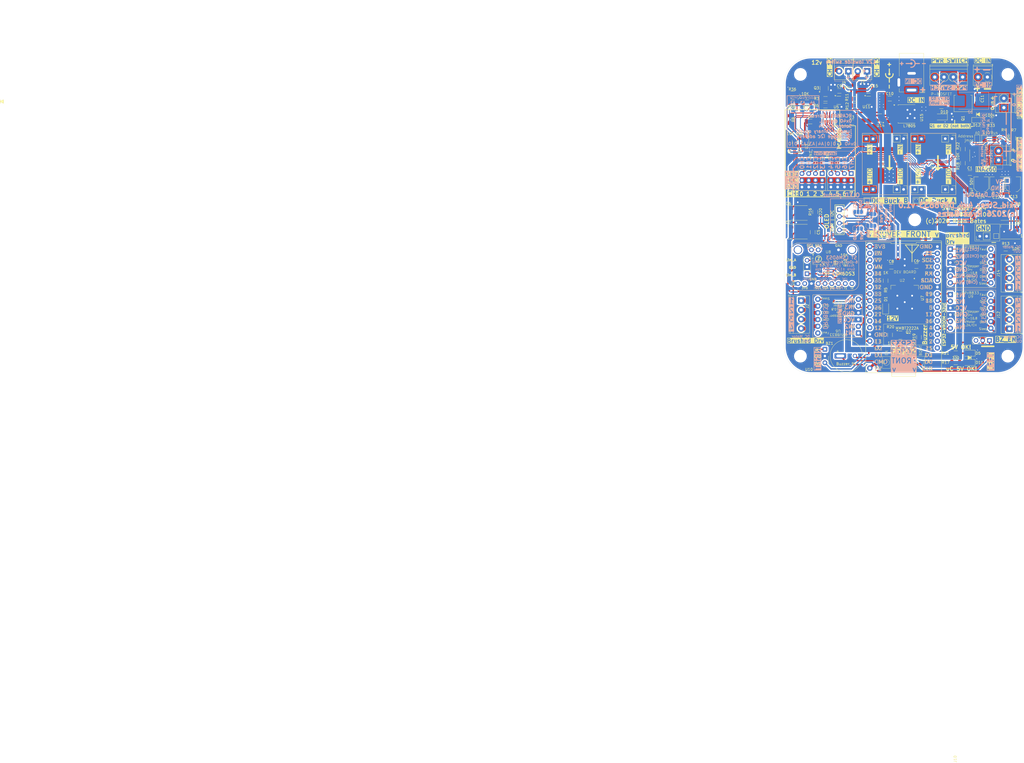
<source format=kicad_pcb>
(kicad_pcb (version 20240108) (generator "pcbnew") (generator_version "8.0")
  (layers (0 "F.Cu" signal) (31 "B.Cu" signal) (34 "B.Paste" user) (35 "F.Paste" user) (36 "B.SilkS" user "B.Silkscreen") (37 "F.SilkS" user "F.Silkscreen") (38 "B.Mask" user) (39 "F.Mask" user) (44 "Edge.Cuts" user))
  (net 0 "")
  (net 1 "GND")
  (net 2 "+BATT")
  (net 3 "/DRV_A1")
  (net 4 "/DRV_B1")
  (net 5 "Net-(U6-OUT4)")
  (net 6 "/Power/VIN")
  (net 7 "5V_IDEAL_DIODE")
  (net 8 "/3")
  (net 9 "/2")
  (net 10 "/4")
  (net 11 "/1")
  (net 12 "/PWR")
  (net 14 "/DRV_A2")
  (net 15 "/RGB_LED")
  (net 16 "/DRV_D1")
  (net 17 "Net-(D6-DOUT)")
  (net 18 "Net-(D7-DOUT)")
  (net 19 "Net-(D11-A)")
  (net 20 "Net-(U3-~{OE})")
  (net 22 "12V_OUT")
  (net 23 "Net-(RN3-R2.2)")
  (net 24 "Net-(RN3-R4.2)")
  (net 26 "Net-(RN3-R1.2)")
  (net 27 "Net-(RN3-R3.2)")
  (net 28 "/Power/BATT_IN")
  (net 29 "Net-(D8-DOUT)")
  (net 30 "Net-(D9-DOUT)")
  (net 31 "/EN RESET")
  (net 32 "Net-(Q2-B)")
  (net 33 "Net-(D5-A)")
  (net 34 "VOUT_B")
  (net 35 "/Buzzer")
  (net 36 "/DRV8833_SLEEP")
  (net 37 "Net-(U6-OUT3)")
  (net 38 "Net-(U6-OUT2)")
  (net 39 "/DRV_C1")
  (net 40 "Net-(Q2-C)")
  (net 42 "Net-(U14-EN)")
  (net 43 "Net-(D6-DIN)")
  (net 44 "Net-(BZ1-Pad1)")
  (net 45 "Net-(D12-A2)")
  (net 46 "Net-(D12-A1)")
  (net 48 "Net-(JP14-B)")
  (net 49 "Net-(JP15-B)")
  (net 50 "Net-(JP13-B)")
  (net 51 "Net-(U6-OUT1)")
  (net 52 "Net-(U9-OUT4)")
  (net 53 "Net-(U9-OUT3)")
  (net 54 "Net-(U9-OUT2)")
  (net 55 "Net-(U9-OUT1)")
  (net 59 "/R_MOTOR1_IN1")
  (net 60 "/L_MOTOR1_IN1")
  (net 61 "/R_MOTOR1_IN2")
  (net 62 "/R_MOTOR2_IN1")
  (net 63 "/L_MOTOR2_IN2")
  (net 64 "/R_MOTOR2_IN2")
  (net 65 "/L_MOTOR2_IN1")
  (net 66 "/L_MOTOR1_IN2")
  (net 69 "Net-(JP18-B)")
  (net 70 "Net-(D10-A)")
  (net 71 "/Power/ALERT")
  (net 72 "/Power/A0")
  (net 73 "/Power/A1")
  (net 74 "/Power/IN+_SENSE")
  (net 75 "/Power/IN-_SENSE")
  (net 76 "VOUT_A")
  (net 82 "Net-(U4-OUT2)")
  (net 83 "Net-(U4-OUT4)")
  (net 84 "Net-(U4-OUT3)")
  (net 85 "Net-(U4-OUT1)")
  (net 87 "/AUX_MOTOR5_IN2")
  (net 88 "/AUX_MOTOR5_IN1")
  (net 89 "/AUX_MOTOR6_IN1")
  (net 90 "Net-(RN1-R1.2)")
  (net 91 "Net-(RN1-R4.2)")
  (net 92 "Net-(RN1-R2.2)")
  (net 93 "Net-(RN1-R3.2)")
  (net 94 "Net-(RN2-R2.2)")
  (net 95 "Net-(RN2-R4.2)")
  (net 96 "Net-(RN2-R1.2)")
  (net 97 "Net-(RN2-R3.2)")
  (net 98 "/DRV_C2")
  (net 99 "/DRV_D2")
  (net 100 "/DRV_B2")
  (net 101 "/i2c+")
  (net 102 "/i2c-")
  (net 110 "/AUX_MOTOR6_IN2")
  (net 111 "/Power/TERMINAL_IN")
  (net 112 "/MOSFET_DRV_A_DRAIN")
  (net 113 "Net-(Q3-G)")
  (net 114 "/MOSFET_DRV_B")
  (net 115 "/MOSFET_DRV_A")
  (net 116 "Net-(D1-A)")
  (net 117 "Net-(U5-OUTL)")
  (net 118 "Net-(U5-OUTH)")
  (net 119 "/IR_DATA")
  (net 120 "/LIMIT_B")
  (net 121 "/LIMIT_A")
  (net 122 "Net-(Q4-G)")
  (net 123 "Net-(U11-OUTH)")
  (net 124 "Net-(U11-OUTL)")
  (net 125 "/MOSFET_DRV_B_DRAIN")
  (net 126 "3V3")
  (footprint "Ryan_Custom_Modules:DRV8833_aliexpress" (layer "F.Cu") (at 162.144455 118.994455)
    (property "Reference" "U4")
    (property "Value" "DRV8833")
  )
  (footprint "Package_SO:TSSOP-28_4.4x9.7mm_P0.65mm" (layer "F.Cu") (at 106.264455 71.919455 90)
    (property "Reference" "U3")
    (property "Value" "PCA9685PW")
  )
  (footprint "Resistor_SMD:R_1206_3216Metric" (layer "F.Cu") (at 159.244455 81.594455 90)
    (property "Reference" "R18")
    (property "Value" "10K")
  )
  (footprint "Resistor_SMD:R_1206_3216Metric" (layer "F.Cu") (at 156.544455 156.494455)
    (property "Reference" "R17")
    (property "Value" "330")
  )
  (footprint "Capacitor_SMD:C_1206_3216Metric" (layer "F.Cu") (at 171.744455 100.544455 90)
    (property "Reference" "C7")
    (property "Value" "0.1uF 50V" (hide yes))
  )
  (footprint "Resistor_SMD:R_1206_3216Metric" (layer "F.Cu") (at 93.8 65.2 -90)
    (property "Reference" "R8")
    (property "Value" "10K" (hide yes))
  )
  (footprint "TerminalBlock_Phoenix:TerminalBlock_Phoenix_PT-1,5-2-3.5-H_1x02_P3.50mm_Horizontal" (layer "F.Cu") (at 116.2 47 180)
    (property "Reference" "J4")
    (property "Value" "Screw_Terminal_2_P3.50mm" (hide yes))
  )
  (footprint "Capacitor_SMD:C_1206_3216Metric" (layer "F.Cu") (at 101.844455 65.894455)
    (property "Reference" "C4")
    (property "Value" "0.1uF 50V")
  )
  (footprint "LED_SMD:LED_WS2812B_PLCC4_5.0x5.0mm_P3.2mm" (layer "F.Cu") (at 177.144455 100.344455 180)
    (property "Reference" "D8")
    (property "Value" "WS2812B" (hide yes))
  )
  (footprint "Resistor_SMD:R_1206_3216Metric" (layer "F.Cu") (at 118.725 59.9 180)
    (property "Reference" "R12")
    (property "Value" "100")
  )
  (footprint "LED_SMD:LED_WS2812B_PLCC4_5.0x5.0mm_P3.2mm" (layer "F.Cu") (at 97.144455 107.344455 180)
    (property "Reference" "D7")
    (property "Value" "WS2812B" (hide yes))
  )
  (footprint "MountingHole:MountingHole_4.3mm_M4" (layer "F.Cu") (at 176.144455 154.194455)
    (property "Reference" "H3" (hide yes))
    (property "Value" "MountingHole" (hide yes))
  )
  (footprint "Buzzer_Beeper:MagneticBuzzer_ProSignal_ABT-410-RC" (layer "F.Cu") (at 112.144455 154.094455)
    (property "Reference" "BZ1")
    (property "Value" "Buzzer_5V")
  )
  (footprint "Capacitor_SMD:CP_Elec_5x5.3" (layer "F.Cu") (at 178.144455 89.494455 90)
    (property "Reference" "C13")
    (property "Value" "22uF 50V")
  )
  (footprint "Resistor_SMD:R_1206_3216Metric" (layer "F.Cu") (at 178.144455 72.194455 90)
    (property "Reference" "R7")
    (property "Value" "10K")
  )
  (footprint "Resistor_SMD:R_1206_3216Metric" (layer "F.Cu") (at 100.606955 58.694455 180)
    (property "Reference" "R37")
    (property "Value" "10K")
  )
  (footprint "Connector_PinHeader_2.54mm:PinHeader_1x02_P2.54mm_Vertical" (layer "F.Cu") (at 165.604455 109.094455 90)
    (property "Reference" "J1" (hide yes))
    (property "Value" "PINHD_1x2_Male" (hide yes))
  )
  (footprint "Resistor_SMD:R_1206_3216Metric" (layer "F.Cu") (at 116.844455 119.094455 90)
    (property "Reference" "R10")
    (property "Value" "10K")
  )
  (footprint "Capacitor_SMD:CP_Elec_5x5.3" (layer "F.Cu") (at 172.144455 89.494455 90)
    (property "Reference" "C12")
    (property "Value" "22uF 50V" (hide yes))
  )
  (footprint "Connector_PinHeader_2.54mm:PinHeader_1x04_P2.54mm_Vertical" (layer "F.Cu") (at 112.814455 99.074455)
    (property "Reference" "J6" (hide yes))
    (property "Value" "PINHD_1x4_Male" (hide yes))
  )
  (footprint "MountingHole:MountingHole_4.3mm_M4" (layer "F.Cu") (at 98.144455 154.194455)
    (property "Reference" "H4" (hide yes))
    (property "Value" "MountingHole" (hide yes))
  )
  (footprint "Resistor_SMD:R_1206_3216Metric" (layer "F.Cu") (at 113.144455 119.094455 90)
    (property "Reference" "R9")
    (property "Value" "10K")
  )
  (footprint "Resistor_SMD:R_1206_3216Metric" (layer "F.Cu") (at 94.144455 73.644455 -90)
    (property "Reference" "R1")
    (property "Value" "10K")
  )
  (footprint "Capacitor_SMD:C_1206_3216Metric" (layer "F.Cu") (at 117.544455 66.194455 180)
    (property "Reference" "C3")
    (property "Value" "0.1uF 50V")
  )
  (footprint "Resistor_SMD:R_1206_3216Metric" (layer "F.Cu") (at 95.244455 55.394455 180)
    (property "Reference" "R36")
    (property "Value" "10K")
  )
  (footprint "LED_SMD:LED_1206_3216Metric" (layer "F.Cu") (at 161.544455 156.531955 180)
    (property "Reference" "D11")
    (property "Value" "LED")
  )
  (footprint "Ryan_Custom_Modules:MP1584" (layer "F.Cu") (at 148.094455 81.914455 -90)
    (property "Reference" "U18")
    (property "Value" "MP1584")
  )
  (footprint "Ryan_Custom_Modules:DRV8833_aliexpress" (layer "F.Cu") (at 162.144455 136.074455)
    (property "Reference" "U9")
    (property "Value" "DRV8833")
  )
  (footprint "Resistor_SMD:R_1206_3216Metric" (layer "F.Cu") (at 130.169455 125.806955 90)
    (property "Reference" "R5")
    (property "Value" "1K")
  )
  (footprint "Ryan Custom:CAT16-4_R-Array_1206" (layer "F.Cu") (at 104.744455 80.044455 90)
    (property "Reference" "RN1")
    (property "Value" "220 array")
  )
  (footprint "TerminalBlock_Phoenix:TerminalBlock_Phoenix_PT-1,5-4-3.5-H_1x04_P3.50mm_Horizontal" (layer "F.Cu") (at 98.424455 133.294455 -90)
    (property "Reference" "J2")
    (property "Value" "Screw_Terminal_4_P3.50mm" (hide yes))
  )
  (footprint "Package_TO_SOT_SMD:TO-263-3_TabPin2" (layer "F.Cu") (at 137.369455 132.369455 -90)
    (property "Reference" "U7")
    (property "Value" "L7812")
  )
  (footprint "LED_SMD:LED_1206_3216Metric" (layer "F.Cu") (at 161.544455 153.094455 180)
    (property "Reference" "D5")
    (property "Value" "LED")
  )
  (footprint "Ryan_Custom_Modules:MP1584" (layer "F.Cu") (at 129.894455 81.914455 -90)
    (property "Reference" "U19")
    (property "Value" "MP1584")
  )
  (footprint "Package_TO_SOT_SMD:TO-252-2" (layer "F.Cu") (at 138.165 63.069455)
    (property "Reference" "U15")
    (property "Value" "L7805")
  )
  (footprint "Ryan Custom:CAT16-4_R-Array_1206" (layer "F.Cu") (at 111.144455 80.044455 90)
    (property "Reference" "RN2")
    (property "Value" "220 array")
  )
  (footprint "LED_SMD:LED_WS2812B_PLCC4_5.0x5.0mm_P3.2mm" (layer "F.Cu") (at 177.144455 107.344455 180)
    (property "Reference" "D9")
    (property "Value" "WS2812B")
  )
  (footprint "Resistor_SMD:R_1206_3216Metric" (layer "F.Cu") (at 131.844455 146.194455 90)
    (property "Reference" "R20")
    (property "Value" "1K")
  )
  (footprint "Resistor_SMD:R_1206_3216Metric" (layer "F.Cu") (at 95.306955 58.694455 180)
    (property "Reference" "R38")
    (property "Value" "10K")
  )
  (footprint "TerminalBlock_Phoenix:TerminalBlock_Phoenix_PT-1,5-4-3.5-H_1x04_P3.50mm_Horizontal" (layer "F.Cu") (at 176.744455 128.294455 90)
    (property "Reference" "J14")
    (property "Value" "Screw_Terminal_4_P3.50mm" (hide yes))
  )
  (footprint "Jumper:SolderJumper-2_P1.3mm_Open_TrianglePad1.0x1.5mm" (layer "F.Cu") (at 164.644455 72.369455 90)
    (property "Reference" "JP16" (hide yes))
    (property "Value" "SolderJumper_2_Open" (hide yes))
  )
  (footprint "Resistor_SMD:R_1206_3216Metric" (layer "F.Cu") (at 175.3375 113.7)
    (property "Reference" "R13")
    (property "Value" "10K")
  )
  (footprint "Package_TO_SOT_SMD:SOT-23-6" (layer "F.Cu") (at 112.5875 57.925)
    (property "Reference" "U5")
    (property "Value" "UCC27511ADBV" (hide yes))
  )
  (footprint "Resistor_SMD:R_1206_3216Metric" (layer "F.Cu") (at 156.544455 153.094455)
    (property "Reference" "R21")
    (property "Value" "330" (hide yes))
  )
  (footprint "LED_SMD:LED_1206_3216Metric" (layer "F.Cu") (at 151.144455 64.194455 180)
    (property "Reference" "D10")
    (property "Value" "LED")
  )
  (footprint "Diode_SMD:D_SMF" (layer "F.Cu") (at 164.944455 65.394455)
    (property "Reference" "D12")
    (property "Value" "SMF15A")
  )
  (footprint "TestPoint:TestPoint_Pad_1.5x1.5mm" (layer "F.Cu") (at 123.194455 95.744455 180)
    (property "Reference" "TP11" (hide yes))
    (property "Value" "TestPoint" (hide yes))
  )
  (footprint "Resistor_SMD:R_1206_3216Metric" (layer "F.Cu") (at 118.6875 57.4 180)
    (property "Reference" "R11")
    (property "Value" "100")
  )
  (footprint "Jumper:SolderJumper-2_P1.3mm_Open_TrianglePad1.0x1.5mm" (layer "F.Cu") (at 167.344455 72.369455 90)
    (property "Reference" "JP17" (hide yes))
    (property "Value" "SolderJumper_2_Open" (hide yes))
  )
  (footprint "TerminalBlock_Phoenix:TerminalBlock_Phoenix_PT-1,5-4-3.5-H_1x04_P3.50mm_Horizontal" (layer "F.Cu") (at 159.144455 49.194455 180)
    (property "Reference" "J16" (hide yes))
    (property "Value" "Screw_Terminal_4_P3.50mm")
  )
  (footprint "TestPoint:TestPoint_Pad_1.5x1.5mm" (layer "F.Cu") (at 171.744455 108.994455)
    (property "Reference" "TP12" (hide yes))
    (property "Value" "TestPoint" (hide yes))
  )
  (footprint "Jumper:SolderJumper-2_P1.3mm_Bridged_RoundedPad1.0x1.5mm" (layer "F.Cu") (at 171.044455 72.394455 90)
    (property "Reference" "JP18" (hide yes))
    (property "Value" "SolderJumper_2_Bridged" (hide yes))
  )
  (footprint "Resistor_SMD:R_1206_3216Metric" (layer "F.Cu") (at 142.744455 147.094455 90)
    (property "Reference" "R19")
    (property "Value" "1K")
  )
  (footprint "Package_TO_SOT_SMD:SOT-23-6" (layer "F.Cu") (at 123.785 57.925)
    (property "Reference" "U11")
    (property "Value" "UCC27511ADBV" (hide yes))
  )
  (footprint "MountingHole:MountingHole_4.3mm_M4" (layer "F.Cu") (at 98.144455 48.194455)
    (property "Reference" "H1" (hide yes))
    (property "Value" "MountingHole" (hide yes))
  )
  (footprint "Capacitor_SMD:C_1206_3216Metric" (layer "F.Cu") (at 102.744455 107.544455 90)
    (property "Reference" "C5")
    (property "Value" "0.1uF 50V")
  )
  (footprint "MountingHole:MountingHole_4.3mm_M4" (layer "F.Cu") (at 141.144455 102.894455)
    (property "Reference" "H5" (hide yes))
    (property "Value" "MountingHole")
  )
  (footprint "OptoDevice:Vishay_MOLD-3Pin" (layer "F.Cu") (at 107.344455 151.594455 -90)
    (property "Reference" "U10")
    (property "Value" "TSDP341xx")
  )
  (footprint "TestPoint:TestPoint_Pad_1.5x1.5mm" (layer "F.Cu") (at 141.694455 95.694455 180)
    (property "Reference" "TP10" (hide yes))
    (property "Value" "TestPoint" (hide yes))
  )
  (footprint "Capacitor_SMD:C_1206_3216Metric" (layer "F.Cu") (at 112.7875 54.4)
    (property "Reference" "C9")
    (property "Value" "0.1uF 50V" (hide yes))
  )
  (footprint "Ryan Custom:ESP32-WROOM-32UE_DEV_BOARD" (layer "F.Cu") (at 136.944455 133.294455)
    (property "Reference" "U2")
    (property "Value" "ESP32")
  )
  (footprint "Capacitor_SMD:C_1206_3216Metric" (layer "F.Cu") (at 123.75 54.325)
    (property "Reference" "C15")
    (property "Value" "0.1uF 50V")
  )
  (footprint "Resistor_SMD:R_1206_3216Metric" (layer "F.Cu") (at 159.244455 76.294455 -90)
    (property "Reference" "R22")
    (property "Value" "10K")
  )
  (footprint "Package_SO:TSSOP-16_4.4x5mm_P0.65mm" (layer "F.Cu") (at 164.519455 78.706955 -90)
    (property "Reference" "U1")
    (property "Value" "INA260")
  )
  (footprint "Package_TO_SOT_SMD:SOT-23-3" (layer "F.Cu") (at 118.175 53.425 90)
    (property "Reference" "Q4")
    (property "Value" "AO3400A" (hide yes))
  )
  (footprint "Capacitor_SMD:C_1206_3216Metric" (layer "F.Cu") (at 164.644455 57.469455 90)
    (property "Reference" "C11")
    (property "Value" "0.22uF 50V CER" (hide yes))
  )
  (footprint "PCM_SL_Connectors:ServoPort_04_Vertical" (layer "F.Cu") (at 117.244455 85.494455 -90)
    (property "Reference" "J15" (hide yes))
    (property "Value" "ServoPort_04" (hide yes))
  )
  (footprint "Resistor_SMD:R_1206_3216Metric" (layer "F.Cu") (at 107.5375 59.9 180)
    (property "Reference" "R6")
    (property "Value" "100")
  )
  (footprint "Resistor_SMD:R_1206_3216Metric" (layer "F.Cu") (at 103.744455 99.944455 90)
    (property "Reference" "R16")
    (property "Value" "220")
  )
  (footprint "Resistor_SMD:R_1206_3216Metric" (layer "F.Cu") (at 151.144455 60.194455 180)
    (property "Reference" "R32")
    (property "Value" "1K")
  )
  (footprint "Connector_PinHeader_2.54mm:PinHeader_1x03_P2.54mm_Vertical" (layer "F.Cu") (at 100.644455 123.194455 180)
    (property "Reference" "J17" (hide yes))
    (property "Value" "PINHD_1x3_Male" (hide yes))
  )
  (footprint "Package_TO_SOT_SMD:SOT-23-3" (layer "F.Cu") (at 107.0875 53.425 90)
    (property "Reference" "Q3")
    (property "Value" "AO3400A" (hide yes))
  )
  (footprint "TerminalBlock_Phoenix:TerminalBlock_Phoenix_PT-1,5-2-3.5-H_1x02_P3.50mm_Horizontal" (layer "F.Cu") (at 174.644455 60.694455 90)
    (property "Reference" "J8")
    (property "Value" "Screw_Terminal_2_P3.50mm" (hide yes))
  )
  (footprint "LED_SMD:LED_WS2812B_PLCC4_5.0x5.0mm_P3.2mm" (layer "F.Cu") (at 97.144455 100.344455 180)
    (property "Reference" "D6")
    (property "Value" "WS2812B" (hide yes))
  )
  (footprint "Capacitor_SMD:C_1206_3216Metric" (layer "F.Cu") (at 131.725 57.289455)
    (property "Reference" "C10")
    (property "Value" "0.22uF 50V CER" (hide yes))
  )
  (footprint "TerminalBlock_Phoenix:TerminalBlock_Phoenix_PT-1,5-2-3.5-H_1x02_P3.50mm_Horizontal" (layer "F.Cu") (at 123.2 47 180)
    (property "Reference" "J7")
    (property "Value" "Screw_Terminal_2_P3.50mm" (hide yes))
  )
  (footprint "Capacitor_SMD:CP_Elec_5x5.3" (layer "F.Cu") (at 166.144455 89.494455 90)
    (property "Reference" "C14")
    (property "Value" "22uF 50V" (hide yes))
  )
  (footprint "MountingHole:MountingHole_4.3mm_M4" (layer "F.Cu") (at 176.144455 48.194455)
    (property "Reference" "H2" (hide yes))
    (property "Value" "MountingHole" (hide yes))
  )
  (footprint "Resistor_SMD:R_1206_3216Metric" (layer "F.Cu") (at 107.5625 57.4 180)
    (property "Reference" "R3")
    (property "Value" "100")
  )
  (footprint "Resistor_SMD:R_1206_3216Metric" (layer "F.Cu") (at 170.044455 65.394455)
    (property "Reference" "R33")
    (property "Value" "100k")
  )
  (footprint "Connector_BarrelJack:BarrelJack_GCT_DCJ200-10-A_Horizontal" (layer "F.Cu") (at 139.944455 54.094455 180)
    (property "Reference" "J9" (hide yes))
    (property "Value" "Barrel_Jack" (hide yes))
  )
  (footprint "TerminalBlock_Phoenix:TerminalBlock_Phoenix_PT-1,5-2-3.5-H_1x02_P3.50mm_Horizontal" (layer "F.Cu") (at 172.644455 80.444455 90)
    (property "Reference" "J13" (hide yes))
    (property "Value" "Screw_Terminal_2_P3.50mm" (hide yes))
  )
  (footprint "Package_TO_SOT_SMD:SOT-23-5" (layer "F.Cu") (at 128 64.594455 180)
    (property "Reference" "U14")
    (property "Value" "MAX40200AUK" (hide yes))
  )
  (footprint "Ryan Custom:CAT16-4_R-Array_1206" (layer "F.Cu") (at 108.644455 64.994455 -90)
    (property "Reference" "RN3")
    (property "Value" "220 array")
  )
  (footprint "Ryan_Custom_Modules:DRV8833_aliexpress" (layer "F.Cu") (at 112.324455 140.414455 180)
    (property "Reference" "U6")
    (property "Value" "DRV8833")
  )
  (footprint "Connector_PinHeader_2.54mm:PinHeader_1x03_P2.54mm_Vertical" (layer "F.Cu") (at 169.224455 148.294455 -90)
    (property "Reference" "J10")
    (property "Value" "PINHD_1x3_Male" (hide yes))
  )
  (footprint "TerminalBlock_Phoenix:TerminalBlock_Phoenix_PT-1,5-2-3.5-H_1x02_P3.50mm_Horizontal" (layer "F.Cu") (at 168.444455 49.194455 180)
    (property "Reference" "J5" (hide yes))
    (property "Value" "Screw_Terminal_2_P3.50mm" (hide yes))
  )
  (footprint "Ryan Custom Modules:LSM6DS3TR-C_Adafruit" (layer "F.Cu") (at 107.590506 120.440506)
    (property "Reference" "U8")
    (property "Value" "IMU LSM6DS3TR-C")
  )
  (footprint "Package_TO_SOT_SMD:SOT-23" (layer "F.Cu") (at 135.744455 146.294455)
    (property "Reference" "Q2")
    (property "Value" "MMBT2222A")
  )
  (footprint "Resistor_SMD:R_1206_3216Metric" (layer "F.Cu") (at 174.744455 72.194455 90)
    (property "Reference" "R4")
    (property "Value" "10K")
  )
  (footprint "Capacitor_SMD:C_1206_3216Metric" (layer "F.Cu") (at 132.344455 120.494455 180)
    (property "Reference" "C8")
    (property "Value" "0.1uF 50V")
  )
  (footprint "LED_SMD:LED_1206_3216Metric" (layer "F.Cu") (at 130.169455 136.044455 90)
    (property "Reference" "D1")
    (property "Value" "LED")
  )
  (footprint "Ryan_Custom_Modules:MOSFET_P-CH_30V_25A_TO252" (layer "F.Cu") (at 159.299955 60.194455)
    (property "Reference" "Q1")
    (property "Value" "MOSFET P-CH 30V 25A TO252" (hide yes))
  )
  (footprint "Capacitor_SMD:C_1206_3216Metric" (layer "F.Cu") (at 161.869455 85.294455)
    (property "Reference" "C1")
    (property "Value" "0.1uF 50V")
  )
  (footprint "Resistor_SMD:R_1206_3216Metric" (layer "F.Cu") (at 97.744455 73.644455 -90)
    (property "Reference" "R2")
    (property "Value" "10K")
  )
  (footprint "TerminalBlock_Phoenix:TerminalBlock_Phoenix_PT-1,5-4-3.5-H_1x04_P3.50mm_Horizontal" (layer "F.Cu") (at 176.744455 143.894455 90)
    (property "Reference" "J12")
    (property "Value" "Screw_Terminal_4_P3.50mm" (hide yes))
  )
  (footprint "Capacitor_SMD:C_1206_3216Metric" (layer "F.Cu") (at 141.744455 120.269455)
    (property "Reference" "C6")
    (property "Value" "0.22uF 50V CER" (hide yes))
  )
  (footprint "PCM_SL_Connectors:ServoPort_04_Vertical" (layer "F.Cu") (at 106.344455 85.494455 -90)
    (property "Reference" "J3" (hide yes))
    (property "Value" "ServoPort_04" (hide yes))
  )
  (footprint "Jumper:SolderJumper-3_P1.3mm_Open_RoundedPad1.0x1.5mm" (layer "B.Cu") (at 124.841955 105.136955)
    (property "Reference" "JP11" (hide yes))
    (property "Value" "SolderJumper_3_Open" (hide yes))
  )
  (footprint "Jumper:SolderJumper-2_P1.3mm_Open_TrianglePad1.0x1.5mm" (layer "B.Cu") (at 102.344455 61.094455 -90)
    (property "Reference" "JP15" (hide yes))
    (property "Value" "SolderJumper_2_Open" (hide yes))
  )
  (footprint "Jumper:SolderJumper-3_P1.3mm_Open_RoundedPad1.0x1.5mm" (layer "B.Cu") (at 119.841955 99.936955)
    (property "Reference" "JP7" (hide yes))
    (property "Value" "SolderJumper_3_Open" (hide yes))
  )
  (footprint "Diode_SMD:D_SMC_Handsoldering" (layer "B.Cu") (at 162.044455 58.094455 180)
    (property "Reference" "D2")
    (property "Value" "D")
  )
  (footprint "TestPoint:TestPoint_Pad_1.5x1.5mm" (layer "B.Cu") (at 175.744455 88.194455 180)
    (property "Reference" "TP5" (hide yes))
    (property "Value" "TestPoint" (hide yes))
  )
  (footprint "TestPoint:TestPoint_Pad_1.5x1.5mm" (layer "B.Cu") (at 175.744455 93.794455 180)
    (property "Reference" "TP4" (hide yes))
    (property "Value" "TestPoint" (hide yes))
  )
  (footprint "Jumper:SolderJumper-3_P1.3mm_Open_RoundedPad1.0x1.5mm" (layer "B.Cu") (at 119.841955 106.136955)
    (property "Reference" "JP12" (hide yes))
    (property "Value" "SolderJumper_3_Open" (hide yes))
  )
  (footprint "Jumper:SolderJumper-2_P1.3mm_Open_TrianglePad1.0x1.5mm" (layer "B.Cu") (at 128.991955 106.126955 180)
    (property "Reference" "JP10" (hide yes))
    (property "Value" "SolderJumper_2_Open" (hide yes))
  )
  (footprint "Jumper:SolderJumper-2_P1.3mm_Open_TrianglePad1.0x1.5mm" (layer "B.Cu") (at 128.991955 109.276955 180)
    (property "Reference" "JP9" (hide yes))
    (property "Value" "SolderJumper_2_Open" (hide yes))
  )
  (footprint "TestPoint:TestPoint_Pad_1.5x1.5mm" (layer "B.Cu") (at 175.744455 90.994455 180)
    (property "Reference" "TP6" (hide yes))
    (property "Value" "TestPoint" (hide yes))
  )
  (footprint "Jumper:SolderJumper-2_P1.3mm_Open_TrianglePad1.0x1.5mm" (layer "B.Cu") (at 98.844455 61.094455 -90)
    (property "Reference" "JP14" (hide yes))
    (property "Value" "SolderJumper_2_Open" (hide yes))
  )
  (footprint "Jumper:SolderJumper-2_P1.3mm_Open_TrianglePad1.0x1.5mm" (layer "B.Cu") (at 95.444455 61.094455 -90)
    (property "Reference" "JP13" (hide yes))
    (property "Value" "SolderJumper_2_Open" (hide yes))
  )
  (footprint "Jumper:SolderJumper-3_P1.3mm_Open_RoundedPad1.0x1.5mm" (layer "B.Cu") (at 124.841955 100.736955)
    (property "Reference" "JP8" (hide yes))
    (property "Value" "SolderJumper_3_Open" (hide yes))
  )
  (gr_rect (start 111.05 45) (end 117.85 50.8) (stroke (width 0.1)) (fill none) (layer "B.SilkS"))
  (gr_rect (start 127.391955 94.936955) (end 133.391955 110.936955) (stroke (width 0.2)) (fill none) (layer "B.SilkS"))
  (gr_poly (pts (xy 93.144455 56.194455) (xy 93.144455 75.694455) (xy 119.644455 75.694455) (xy 119.644455 61.694455) (xy 105.144455 61.694455) (xy 105.144455 56.194455)) (stroke (width 0.25)) (fill none) (layer "B.SilkS"))
  (gr_rect (start 109.441955 94.961955) (end 127.391955 110.911955) (stroke (width 0.2)) (fill none) (layer "B.SilkS"))
  (gr_line (start 120.019455 101.711955) (end 120.019455 100.961955) (stroke (width 0.2)) (layer "B.SilkS"))
  (gr_line (start 170.144455 66.894455) (end 170.144455 71.194455) (stroke (width 0.1)) (layer "B.SilkS"))
  (gr_line (start 166.044455 62.794455) (end 170.144455 62.794455) (stroke (width 0.1)) (layer "B.SilkS"))
  (gr_line (start 177.344455 77.094455) (end 177.344455 57.194455) (stroke (width 0.4)) (layer "B.SilkS"))
  (gr_line (start 177.344455 57.194455) (end 176.544455 57.194455) (stroke (width 0.4)) (layer "B.SilkS"))
  (gr_rect (start 153.144455 129.294455) (end 171.644455 145.394455) (stroke (width 0.1)) (fill none) (layer "B.SilkS"))
  (gr_rect (start 139.644455 70.294455) (end 156.644455 93.494455) (stroke (width 0.1)) (fill none) (layer "B.SilkS"))
  (gr_line (start 170.144455 71.194455) (end 166.044455 71.194455) (stroke (width 0.1)) (layer "B.SilkS"))
  (gr_line (start 119.991955 105.111955) (end 119.991955 104.361955) (stroke (width 0.2)) (layer "B.SilkS"))
  (gr_line (start 124.814455 101.861955) (end 124.814455 101.736955) (stroke (width 0.2)) (layer "B.SilkS"))
  (gr_line (start 171.044455 58.294455) (end 170.144455 58.294455) (stroke (width 0.1)) (layer "B.SilkS"))
  (gr_rect (start 121.444455 70.294455) (end 138.444455 93.494455) (stroke (width 0.1)) (fill none) (layer "B.SilkS"))
  (gr_line (start 175.544455 80.494455) (end 174.744455 80.494455) (stroke (width 0.4)) (layer "B.SilkS"))
  (gr_rect (start 102.844455 131.094455) (end 121.344455 147.094455) (stroke (width 0.1)) (fill none) (layer "B.SilkS"))
  (gr_line (start 166.044455 71.194455) (end 166.044455 62.794455) (stroke (width 0.1)) (layer "B.SilkS"))
  (gr_rect (start 172.844455 55.494455) (end 176.344455 62.394455) (stroke (width 0.1)) (fill none) (layer "B.SilkS"))
  (gr_rect (start 97.244455 77.094455) (end 118.844455 91.994455) (stroke (width 0.1)) (fill none) (layer "B.SilkS"))
  (gr_line (start 171.044455 56.494455) (end 171.044455 60.094455) (stroke (width 0.4)) (layer "B.SilkS"))
  (gr_line (start 124.841955 104.061955) (end 124.841955 103.936955) (stroke (width 0.2)) (layer "B.SilkS"))
  (gr_line (start 174.744455 77.094455) (end 177.344455 77.094455) (stroke (width 0.4)) (layer "B.SilkS"))
  (gr_circle (center 139.844455 44.094455) (end 140.044455 44.244455) (stroke (width 0.4)) (fill none) (layer "B.SilkS"))
  (gr_line (start 170.144455 58.294455) (end 170.144455 66.894455) (stroke (width 0.1)) (layer "B.SilkS"))
  (gr_line (start 141.244455 44.094455) (end 142.894455 44.094455) (stroke (width 0.4)) (layer "B.SilkS"))
  (gr_line (start 175.544455 62.594455) (end 175.544455 80.494455) (stroke (width 0.4) (type dash)) (layer "B.SilkS"))
  (gr_line (start 172.044455 56.494455) (end 171.044455 56.494455) (stroke (width 0.4)) (layer "B.SilkS"))
  (gr_rect (start 153.144455 112.594455) (end 171.644455 128.594455) (stroke (width 0.1)) (fill none) (layer "B.SilkS"))
  (gr_line (start 139.844455 44.094455) (end 137.894455 44.094455) (stroke (width 0.4)) (layer "B.SilkS"))
  (gr_arc (start 139.716419 42.686051) (mid 141.258203 44.130682) (end 139.644455 45.494455) (stroke (width 0.4)) (layer "B.SilkS"))
  (gr_rect (start 165.419455 74.706955) (end 174.219455 83.806955) (stroke (width 0.1)) (fill none) (layer "B.SilkS"))
  (gr_line (start 171.044455 60.094455) (end 172.044455 60.094455) (stroke (width 0.4)) (layer "B.SilkS"))
  (gr_rect (start 117.9 45) (end 124.6 50.8) (stroke (width 0.1)) (fill none) (layer "B.SilkS"))
  (gr_poly (pts (xy 92.444455 61.494455) (xy 112.944455 61.494455) (xy 112.944455 67.494455) (xy 118.844455 67.494455) (xy 118.744455 94.294455) (xy 92.444455 94.294455)) (stroke (width 0.25)) (fill none) (layer "F.SilkS"))
  (gr_line (start 98.344455 56.194455) (end 97.644455 55.594455) (stroke (width 0.1)) (layer "F.SilkS"))
  (gr_line (start 98.344455 56.194455) (end 101.244455 56.194455) (stroke (width 0.1)) (layer "F.SilkS"))
  (gr_line (start 131.580682 48.080707) (end 131.580682 46.130707) (stroke (width 0.4)) (layer "F.SilkS"))
  (gr_poly (pts (xy -201.5 59.05) (xy -201.5 57.75) (xy -202.7 58.35)) (stroke (width 0.2)) (fill solid) (layer "F.SilkS"))
  (gr_line (start 98.344455 56.194455) (end 98.344455 56.194455) (stroke (width 0.1)) (layer "F.SilkS"))
  (gr_line (start 162.344455 154.094455) (end 162.344455 155.394455) (stroke (width 0.2)) (layer "F.SilkS"))
  (gr_line (start 131.580682 49.480707) (end 131.580682 51.130707) (stroke (width 0.4)) (layer "F.SilkS"))
  (gr_line (start -202.7 59.05) (end -202.7 57.75) (stroke (width 0.2)) (layer "F.SilkS"))
  (gr_rect (start 111.114455 97.244455) (end 114.614455 108.494455) (stroke (width 0.2)) (fill none) (layer "F.SilkS"))
  (gr_line (start 162.944455 67.794455) (end 162.344455 67.794455) (stroke (width 0.3)) (layer "F.SilkS"))
  (gr_line (start 156.144455 66.694455) (end 156.144455 65.394455) (stroke (width 0.3)) (layer "F.SilkS"))
  (gr_line (start 164.344455 63.894455) (end 164.344455 62.594455) (stroke (width 0.2)) (layer "F.SilkS"))
  (gr_rect (start 129.394455 142.156955) (end 145.794455 150.056955) (stroke (width 0.1)) (fill none) (layer "F.SilkS"))
  (gr_arc (start 132.989086 47.952671) (mid 131.544455 49.494455) (end 130.180682 47.880707) (stroke (width 0.4)) (layer "F.SilkS"))
  (gr_poly (pts (xy 165.544455 63.894455) (xy 165.544455 62.594455) (xy 164.344455 63.194455)) (stroke (width 0.2)) (fill solid) (layer "F.SilkS"))
  (gr_circle (center 131.580682 48.080707) (end 131.430682 48.280707) (stroke (width 0.4)) (fill none) (layer "F.SilkS"))
  (gr_line (start 97.444455 57.394455) (end 98.344455 56.194455) (stroke (width 0.1)) (layer "F.SilkS"))
  (gr_line (start 171.594455 111.444455) (end 170.094455 111.444455) (stroke (width 0.3)) (layer "F.SilkS"))
  (gr_line (start 99.794455 56.194455) (end 100.544455 57.394455) (stroke (width 0.1)) (layer "F.SilkS"))
  (gr_poly (pts (xy 161.144455 154.094455) (xy 161.144455 155.394455) (xy 162.344455 154.794455)) (stroke (width 0.2)) (fill solid) (layer "F.SilkS"))
  (gr_line (start 98.344455 56.194455) (end 97.444455 57.394455) (stroke (width 0.1)) (layer "F.SilkS"))
  (gr_rect (start 121.944455 94.494455) (end 138.444455 96.994455) (stroke (width 0.1)) (fill none) (layer "F.SilkS"))
  (gr_rect (start 93.244455 91.894455) (end 118.644455 94.094455) (stroke (width 0.1)) (fill none) (layer "F.SilkS"))
  (gr_rect (start 140.444455 94.444455) (end 156.694455 96.944455) (stroke (width 0.1)) (fill none) (layer "F.SilkS"))
  (gr_line (start 166.344455 150.494455) (end 170.844455 150.494455) (stroke (width 0.6)) (layer "F.SilkS"))
  (gr_rect (start 163.744455 104.494455) (end 173.144455 110.894455) (stroke (width 0.1)) (fill none) (layer "F.SilkS"))
  (gr_line (start 182.144454 51.694456) (end 182.144455 150.694455) (stroke (width 0.05)) (layer "Edge.Cuts"))
  (gr_line (start 92.144455 150.694455) (end 92.144455 51.694455) (stroke (width 0.05)) (layer "Edge.Cuts"))
  (gr_line (start 102.144455 41.694455) (end 172.144454 41.694456) (stroke (width 0.05)) (layer "Edge.Cuts"))
  (gr_arc (start 172.144454 41.694456) (mid 179.215522 44.623388) (end 182.144454 51.694456) (stroke (width 0.05)) (layer "Edge.Cuts"))
  (gr_arc (start 182.144455 150.694455) (mid 179.215523 157.765523) (end 172.144455 160.694455) (stroke (width 0.05)) (layer "Edge.Cuts"))
  (gr_line (start 172.144455 160.694455) (end 102.144455 160.694455) (stroke (width 0.05)) (layer "Edge.Cuts"))
  (gr_arc (start 102.144455 160.694455) (mid 95.073387 157.765523) (end 92.144455 150.694455) (stroke (width 0.05)) (layer "Edge.Cuts"))
  (gr_arc (start 92.144455 51.694455) (mid 95.073387 44.623387) (end 102.144455 41.694455) (stroke (width 0.05)) (layer "Edge.Cuts"))
  (gr_text "4" (at 120.441955 103.136955 90) (layer "B.SilkS") (effects (font (size 1 1) (thickness 0.25) (bold yes)) (justify left bottom mirror)))
  (gr_text "PWR Sense" (at 181.544455 78.494455 90) (layer "B.SilkS" knockout) (effects (font (size 1.5 1.5) (thickness 0.3) (bold yes)) (justify bottom mirror)))
  (gr_text "IN1\nIN2\nVCC\nGND\nIN3\nIN4" (at 156.244455 144.194455 0) (layer "B.SilkS") (effects (font (size 1.5 1.5) (thickness 0.3) (bold yes)) (justify right bottom mirror)))
  (gr_text "+" (at 137.394455 43.344455 180) (layer "B.SilkS") (effects (font (size 1.5 1.5) (thickness 0.375) (bold yes)) (justify left bottom)))
  (gr_text "5V\nGND\nRGB_DataOut" (at 174.544455 94.294455 0) (layer "B.SilkS") (effects (font (size 1.5 1.5) (thickness 0.3) (bold yes)) (justify left bottom mirror)))
  (gr_text "3" (at 125.441955 102.786955 90) (layer "B.SilkS") (effects (font (size 1 1) (thickness 0.25) (bold yes)) (justify left bottom mirror)))
  (gr_text "3V3" (at 132.191955 104.761955 90) (layer "B.SilkS") (effects (font (size 1 1) (thickness 0.25) (bold yes)) (justify left bottom mirror)))
  (gr_text "SDA" (at 126.641955 96.336955 90) (layer "B.SilkS") (effects (font (size 1 1) (thickness 0.25) (bold yes)) (justify left bottom mirror)))
  (gr_text "PWR" (at 121.841955 107.136955 90) (layer "B.SilkS") (effects (font (size 1 1) (thickness 0.25) (bold yes)) (justify left bottom mirror)))
  (gr_text "SCL" (at 124.041955 95.736955 90) (layer "B.SilkS") (effects (font (size 1 1) (thickness 0.25) (bold yes)) (justify left bottom mirror)))
  (gr_text "-" (at 145.744455 43.344455 180) (layer "B.SilkS") (effects (font (size 1.5 1.5) (thickness 0.375) (bold yes)) (justify left bottom)))
  (gr_text "GND" (at 119.241955 107.336955 90) (layer "B.SilkS") (effects (font (size 1 1) (thickness 0.25) (bold yes)) (justify left bottom mirror)))
  (gr_text "+" (at 116.1 50.2 0) (layer "B.SilkS") (effects (font (size 1.5 1.5) (thickness 0.3) (bold yes)) (justify bottom mirror)))
  (gr_text "+  o" (at 177.944455 75.894455 270) (layer "B.SilkS") (effects (font (size 1.5 1.5) (thickness 0.3) (bold yes)) (justify left bottom)))
  (gr_text "Data\nVCC \nGND" (at 97.544455 91.294455 0) (layer "B.SilkS" knockout) (effects (font (size 1.5 1.5) (thickness 0.3) (bold yes)) (justify left bottom mirror)))
  (gr_text "RIGHT" (at 105.844455 150.494455 90) (layer "B.SilkS" knockout) (effects (font (size 2 2) (thickness 0.4) (bold yes)) (justify left bottom mirror)))
  (gr_text "(CH10)" (at 165.444455 117.094455 0) (layer "B.SilkS") (effects (font (size 1 1) (thickness 0.2) (bold yes)) (justify left bottom mirror)))
  (gr_text "SLEEP_EN" (at 112.344455 134.494455 -90) (layer "B.SilkS" knockout) (effects (font (size 1 1) (thickness 0.2) (bold yes)) (justify right bottom mirror)))
  (gr_text "DC IN" (at 140.644455 51.694455 0) (layer "B.SilkS" knockout) (effects (font (size 1.5 1.5) (thickness 0.3) (bold yes)) (justify bottom mirror)))
  (gr_text "DRV8833" (at 106.644455 144.294455 -90) (layer "B.SilkS") (effects (font (size 1.5 1.5) (thickness 0.2)) (justify left bottom mirror)))
  (gr_text "+  o" (at 177.744455 54.594455 270) (layer "B.SilkS") (effects (font (size 1.5 1.5) (thickness 0.3) (bold yes)) (justify left bottom)))
  (gr_text "-" (at 170.444455 44.894455 180) (layer "B.SilkS") (effects (font (size 3 3) (thickness 0.6) (bold yes)) (justify left bottom)))
  (gr_text "Servo Drive" (at 111.944455 78.494455 0) (layer "B.SilkS" knockout) (effects (font (size 1 1) (thickness 0.2) (bold yes)) (justify left bottom mirror)))
  (gr_text "1 2 3 4" (at 116.041955 98.136955 90) (layer "B.SilkS") (effects (font (size 1.5 1.5) (thickness 0.3) (bold yes)) (justify left bottom mirror)))
  (gr_text "A2" (at 96.344455 59.394455 0) (layer "B.SilkS") (effects (font (size 1 1) (thickness 0.2) (bold yes)) (justify left bottom mirror)))
  (gr_text "PWR JMPR" (at 181.344455 51.894455 90) (layer "B.SilkS" knockout) (effects (font (size 1.5 1.5) (thickness 0.3) (bold yes)) (justify left bottom mirror)))
  (gr_text "ESP32" (at 136.944455 150.794455 0) (layer "B.SilkS" knockout) (effects (font (size 2 2) (thickness 0.4) (bold yes)) (justify bottom mirror)))
  (gr_text "SDA" (at 121.441955 95.136955 90) (layer "B.SilkS") (effects (font (size 1 1) (thickness 0.25) (bold yes)) (justify left bottom mirror)))
  (gr_text "A4" (at 103.744455 59.394455 0) (layer "B.SilkS") (effects (font (size 1 1) (thickness 0.2) (bold yes)) (justify left bottom mirror)))
  (gr_text "1" (at 120.491955 101.536955 90) (layer "B.SilkS") (effects (font (size 1 1) (thickness 0.25) (bold yes)) (justify left bottom mirror)))
  (gr_text "Q1 or D2\n(not both)" (at 154.344455 59.494455 0) (layer "B.SilkS" knockout) (effects (font (size 1 1) (thickness 0.2) (bold yes)) (justify left bottom mirror)))
  (gr_text "Address jmpr" (at 94.044455 57.494455 0) (layer "B.SilkS") (effects (font (size 1 1) (thickness 0.1)) (justify right bottom mirror)))
  (gr_text "PCA9685 address:\n0x40 default.\nSolder A2-A4 \njumpers (binary count)\nto change i2c address. \n" (at 117.644455 72.194455 0) (layer "B.SilkS") (effects (font (size 1.2 1.2) (thickness 0.25) (bold yes)) (justify left bottom mirror)))
  (gr_text "DC Motor\nOUT" (at 181.544455 149.194455 0) (layer "B.SilkS") (effects (font (size 1 1)) (justify left bottom mirror)))
  (gr_text "IN1\nIN2\nVCC\nGND\nIN3\nIN4" (at 156.144455 127.294455 0) (layer "B.SilkS") (effects (font (size 1.5 1.5) (thickness 0.3) (bold yes)) (justify right bottom mirror)))
  (gr_text "0x40 + 0|0|A4|A3|A2|0|0" (at 119.344455 74.994455 0) (layer "B.SilkS") (effects (font (size 1.2 1.2) (thickness 0.2) (bold yes)) (justify left bottom mirror)))
  (gr_text "SCL" (at 119.241955 95.736955 90) (layer "B.SilkS") (effects (font (size 1 1) (thickness 0.25) (bold yes)) (justify left bottom mirror)))
  (gr_text "Skid_Steer_4x4_DRV8833 v1.0\n(c)2026 Ryan Bates" (at 180.444455 101.794455 0) (layer "B.SilkS") (effects (font (size 2 2) (thickness 0.5) (bold yes)) (justify left bottom mirror)))
  (gr_text "+" (at 142.544455 54.994455 0) (layer "B.SilkS") (effects (font (size 2 2) (thickness 0.6) (bold yes)) (justify left bottom)))
  (gr_text "(CH8)" (at 164.944455 126.994455 0) (layer "B.SilkS") (effects (font (size 1 1) (thickness 0.2) (bold yes)) (justify left bottom mirror)))
  (gr_text "+" (at 166.144455 45.294455 180) (layer "B.SilkS") (effects (font (size 2 2) (thickness 0.6) (bold yes)) (justify left bottom)))
  (gr_text "12V lowside switch" (at 117.1 44.2 0) (layer "B.SilkS") (effects (font (size 1.3 1.3) (thickness 0.3) (bold yes)) (justify bottom mirror)))
  (gr_text "+" (at 123 50.2 0) (layer "B.SilkS") (effects (font (size 1.5 1.5) (thickness 0.3) (bold yes)) (justify bottom mirror)))
  (gr_text "OLED pinout" (at 120.644455 94.494455 0) (layer "B.SilkS") (effects (font (size 1.5 1.5) (thickness 0.3) (bold yes)) (justify left bottom mirror)))
  (gr_text "V" (at 155.044455 52.194455 0) (layer "B.SilkS") (effects (font (size 1.5 5) (thickness 0.3) (bold yes)) (justify left bottom)))
  (gr_text "5V" (at 132.241955 108.361955 90) (layer "B.SilkS") (effects (font (size 1 1) (thickness 0.25) (bold yes)) (justify left bottom mirror)))
  (gr_text "INA260\nHigh-side\nPWR sense" (at 165.944455 79.094455 270) (layer "B.SilkS") (effects (font (size 1 1) (thickness 0.2) (bold yes)) (justify bottom mirror)))
  (gr_text "ROVER\nFRONT\nv    v" (at 141.944455 160.294455 0) (layer "B.SilkS" knockout) (effects (font (size 2 2) (thickness 0.3) (bold yes)) (justify left bottom mirror)))
  (gr_text "DRV8833" (at 168.244455 115.994455 90) (layer "B.SilkS") (effects (font (size 1.5 1.5) (thickness 0.2)) (justify left bottom mirror)))
  (gr_text "PWR SWITCH" (at 161.144455 54.094455 0) (layer "B.SilkS" knockout) (effects (font (size 1.5 1.5) (thickness 0.3) (bold yes)) (justify left bottom mirror)))
  (gr_text "CH0\nCH1\nCH2\nCH3" (at 107.444455 78.794455 90) (layer "B.SilkS") (effects (font (size 1.6 1.6) (thickness 0.3) (bold yes)) (justify left bottom mirror)))
  (gr_text "DC IN" (at 166.844455 51.194455 180) (layer "B.SilkS" knockout) (effects (font (size 1.5 1.5) (thickness 0.3) (bold yes)) (justify bottom mirror)))
  (gr_text "DC Motor\nOUT" (at 101.844455 148.994455 0) (layer "B.SilkS") (effects (font (size 1 1)) (justify left bottom mirror)))
  (gr_text "GND" (at 124.326955 106.336955 90) (layer "B.SilkS") (effects (font (size 1 1) (thickness 0.25) (bold yes)) (justify left bottom mirror)))
  (gr_text "Short if\nno INA260" (at 166.444455 70.994455 -90) (layer "B.SilkS") (effects (font (size 1 1) (thickness 0.2) (bold yes)) (justify left bottom mirror)))
  (gr_text "2" (at 125.441955 101.736955 90) (layer "B.SilkS") (effects (font (size 1 1) (thickness 0.25) (bold yes)) (justify left bottom mirror)))
  (gr_text "OLED PWR\nsolder \nonly one!" (at 132.476955 104.181955 90) (layer "B.SilkS") (effects (font (size 1 1) (thickness 0.25) (bold yes)) (justify right bottom mirror)))
  (gr_text "CH4\nCH5\nCH6\nCH7" (at 118.344455 78.794455 90) (layer "B.SilkS") (effects (font (size 1.6 1.6) (thickness 0.3) (bold yes)) (justify left bottom mirror)))
  (gr_text "V" (at 148.244455 52.194455 0) (layer "B.SilkS") (effects (font (size 1.5 5) (thickness 0.3) (bold yes)) (justify left bottom)))
  (gr_text "4\n3\n2\n1" (at 179.944455 145.194455 0) (layer "B.SilkS" knockout) (effects (font (size 2.1 2.1) (thickness 0.25)) (justify bottom mirror)))
  (gr_text "A3" (at 100.044455 59.394455 0) (layer "B.SilkS") (effects (font (size 1 1) (thickness 0.2) (bold yes)) (justify left bottom mirror)))
  (gr_text "+" (at 122.244455 47.594455 0) (layer "B.SilkS") (effects (font (size 1.5 1.5) (thickness 0.3) (bold yes)) (justify bottom mirror)))
  (gr_text "IN4\nIN3\nGND\nVCC\nIN2\nIN1" (at 118.644455 146.294455 0) (layer "B.SilkS") (effects (font (size 1.5 1.5) (thickness 0.3) (bold yes)) (justify left bottom mirror)))
  (gr_text "4\n3\n2\n1" (at 179.944455 129.394455 0) (layer "B.SilkS" knockout) (effects (font (size 2.1 2.1) (thickness 0.25)) (justify bottom mirror)))
  (gr_text "DRV8833" (at 168.044455 131.694455 90) (layer "B.SilkS") (effects (font (size 1.5 1.5) (thickness 0.2)) (justify left bottom mirror)))
  (gr_text "(CH11)" (at 165.444455 114.594455 0) (layer "B.SilkS") (effects (font (size 1 1) (thickness 0.2) (bold yes)) (justify left bottom mirror)))
  (gr_text "PWR" (at 126.841955 106.136955 90) (layer "B.SilkS") (effects (font (size 1 1) (thickness 0.25) (bold yes)) (justify left bottom mirror)))
  (gr_text "LEFT" (at 170.944455 152.494455 90) (layer "B.SilkS" knockout) (effects (font (size 2 2) (thickness 0.4) (bold yes)) (justify left bottom mirror)))
  (gr_text "1\n2\n3\n4" (at 94.744455 144.894455 0) (layer "B.SilkS" knockout) (effects (font (size 2.1 2.1) (thickness 0.25)) (justify bottom mirror)))
  (gr_text "DC Motor\nOUT" (at 181.144455 115.294455 0) (layer "B.SilkS") (effects (font (size 1 1)) (justify left bottom mirror)))
  (gr_text "(CH9)" (at 164.944455 124.594455 0) (layer "B.SilkS") (effects (font (size 1 1) (thickness 0.2) (bold yes)) (justify left bottom mirror)))
  (gr_text "CH 12" (at 110.1 49.3 90) (layer "F.SilkS" knockout) (effects (font (size 1.5 1.5) (thickness 0.3) (bold yes)) (justify left bottom)))
  (gr_text "10K" (at 179.1 113.8 0) (layer "F.SilkS") (effects (font (size 1 1))))
  (gr_text "Data\nVCC \nGND" (at 92.344455 91.294455 0) (layer "F.SilkS" knockout) (effects (font (size 1.5 1.5) (thickness 0.3) (bold yes)) (justify left bottom)))
  (gr_text "12v" (at 104.3 44.6 0) (layer "F.SilkS") (effects (font (size 1.5 1.5) (thickness 0.3) (bold yes)) (justify bottom)))
  (gr_text "P-MOSFET" (at 147.144455 56.194455 0) (layer "F.SilkS") (effects (font (size 1 1) (thickness 0.1)) (justify left bottom)))
  (gr_text "-" (at 132.330682 53.980707 90) (layer "F.SilkS") (effects (font (size 1.5 1.5) (thickness 0.375) (bold yes)) (justify left bottom)))
  (gr_text "uC 5V OK!" (at 152.644455 159.831955 0) (layer "F.SilkS") (effects (font (size 1.5 1.5) (thickness 0.3) (bold yes)) (justify left bottom)))
  (gr_text "VBus" (at 168.744455 70.694455 0) (layer "F.SilkS") (effects (font (size 1 1) (thickness 0.1)) (justify left bottom)))
  (gr_text "V" (at 155.244455 53.994455 0) (layer "F.SilkS") (effects (font (size 1.5 5) (thickness 0.3) (bold yes)) (justify left bottom)))
  (gr_text "+" (at 166.244455 52.494455 180) (layer "F.SilkS") (effects (font (size 2 2) (thickness 0.6) (bold yes)) (justify left bottom)))
  (gr_text "A0" (at 163.744455 70.794455 0) (layer "F.SilkS") (effects (font (size 1 1) (thickness 0.1)) (justify left bottom)))
  (gr_text "Q1 or D2 (not both)" (at 146.644455 68.144455 0) (layer "F.SilkS" knockout) (effects (font (size 1 1) (thickness 0.2) (bold yes)) (justify left bottom)))
  (gr_text "PWR SWITCH" (at 147.144455 43.894455 0) (layer "F.SilkS" knockout) (effects (font (size 1.5 1.5) (thickness 0.3) (bold yes)) (justify left bottom)))
  (gr_text "12V" (at 130.544455 140.894455 0) (layer "F.SilkS" knockout) (effects (font (size 1.5 1.5) (thickness 0.3) (bold yes)) (justify left bottom)))
  (gr_text "Brushed \nDrv" (at 152.544455 111.994455 0) (layer "F.SilkS" knockout) (effects (font (size 1.5 1.5) (thickness 0.3) (bold yes)) (justify left bottom)))
  (gr_text "GND" (at 164.079455 107.094455 0) (layer "F.SilkS" knockout) (effects (font (size 1.7 1.7) (thickness 0.4) (bold yes)) (justify left bottom)))
  (gr_text "+  o" (at 177.344455 75.494455 270) (layer "F.SilkS") (effects (font (size 1.5 1.5) (thickness 0.3) (bold yes)) (justify left bottom)))
  (gr_text "PWR | I2C" (at 110.679455 107.434455 90) (layer "F.SilkS") (effects (font (size 1 1) (thickness 0.2) (bold yes)) (justify left bottom)))
  (gr_text "v ROVER FRONT v" (at 123.344455 109.494455 0) (layer "F.SilkS" knockout) (effects (font (size 2 2) (thickness 0.3) (bold yes)) (justify left bottom)))
  (gr_text "3V3" (at 105.944455 157.494455 0) (layer "F.SilkS") (effects (font (size 0.88 0.88) (thickness 0.22) (bold yes)) (justify right bottom)))
  (gr_text "DC IN" (at 141.6 58.794455 0) (layer "F.SilkS" knockout) (effects (font (size 1.5 1.5) (thickness 0.3) (bold yes)) (justify bottom)))
  (gr_text "Buzzer " (at 145.794455 150.056955 90) (layer "F.SilkS") (effects (font (size 1.5 1.5) (thickness 0.3) (bold yes)) (justify left bottom)))
  (gr_text "1K" (at 130.244455 122.794455 0) (layer "F.SilkS") (effects (font (size 1 1))))
  (gr_text "+  o" (at 169.644455 55.994455 270) (layer "F.SilkS") (effects (font (size 1.5 1.5) (thickness 0.3) (bold yes)) (justify left bottom)))
  (gr_text "BZ_EN" (at 171.144455 148.894455 0) (layer "F.SilkS" knockout) (effects (font (size 1.7 1.7) (thickness 0.4) (bold yes)) (justify left bottom)))
  (gr_text "Lim_A\n\nGND\n\nLim_B" (at 96.644455 124.194455 0) (layer "F.SilkS") (effects (font (size 0.88 0.88) (thickness 0.22) (bold yes)) (justify right bottom)))
  (gr_text "CH 13" (at 127.8 49.3 90) (layer "F.SilkS" knockout) (effects (font (size 1.5 1.5) (thickness 0.3) (bold yes)) (justify left bottom)))
  (gr_text "10K" (at 157.344455 78.994455 90) (layer "F.SilkS") (effects (font (size 1 1))))
  (gr_text "IR" (at 105.034017 152.394455 0) (layer "F.SilkS") (effects (font (size 0.88 0.88) (thickness 0.22) (bold yes)) (justify right bottom)))
  (gr_text "DC Buck A" (at 142.594455 96.694455 0) (layer "F.SilkS" knockout) (effects (font (size 1.7 1.7) (thickness 0.4) (bold yes)) (justify left bottom)))
  (gr_text "-" (at 170.744455 52.094455 180) (layer "F.SilkS") (effects (font (size 3 3) (thickness 0.6) (bold yes)) (justify left bottom)))
  (gr_text "DC IN" (at 166.644455 43.894455 0) (layer "F.SilkS" knockout) (effects (font (size 1.5 1.5) (thickness 0.3) (bold yes)) (justify bottom)))
  (gr_text "5V OK!" (at 154.444455 151.694455 0) (layer "F.SilkS") (effects (font (size 1.5 1.5) (thickness 0.3) (bold yes)) (justify left bottom)))
  (gr_text "CH:" (at 97.544455 93.994455 0) (layer "F.SilkS" knockout) (effects (font (size 1.6 1.6) (thickness 0.3) (bold yes)) (justify right bottom)))
  (gr_text "4 5 6 7" (at 108.644455 93.994455 0) (layer "F.SilkS") (effects (font (size 1.5 1.5) (thickness 0.3) (bold yes)) (justify left bottom)))
  (gr_text "V" (at 148.044455 53.994455 0) (layer "F.SilkS") (effects (font (size 1.5 5) (thickness 0.3) (bold yes)) (justify left bottom)))
  (gr_text "0 1 2 3" (at 107.144455 93.994455 0) (layer "F.SilkS") (effects (font (size 1.5 1.5) (thickness 0.3) (bold yes)) (justify right bottom)))
  (gr_text "Address\n jmpr" (at 163.244455 73.594455 0) (layer "F.SilkS") (effects (font (size 1 1) (thickness 0.1)) (justify right bottom)))
  (gr_text "OLED" (at 108.944455 106.494455 90) (layer "F.SilkS") (effects (font (size 1.5 1.5) (thickness 0.3) (bold yes)) (justify left bottom)))
  (gr_text "Brushed Drv" (at 92.944455 149.294455 0) (layer "F.SilkS" knockout) (effects (font (size 1.5 1.5) (thickness 0.3) (bold yes)) (justify left bottom)))
  (gr_text "Skid_Steer_4x4\n_DRV8833 v1.0\n(c)2026 Ryan Bates" (at 168.244455 104.194455 0) (layer "F.SilkS") (effects (font (size 1.5 1.5) (thickness 0.25) (bold yes)) (justify right bottom)))
  (gr_text "+" (at 132.330682 45.630707 90) (layer "F.SilkS") (effects (font (size 1.5 1.5) (thickness 0.375) (bold yes)) (justify left bottom)))
  (gr_text "LEFT" (at 170.944455 159.894455 90) (layer "F.SilkS" knockout) (effects (font (size 2 2) (thickness 0.4) (bold yes)) (justify left bottom)))
  (gr_text "PWR Sense" (at 181.344455 78.044455 90) (layer "F.SilkS" knockout) (effects (font (size 1.5 1.5) (thickness 0.3) (bold yes)) (justify bottom)))
  (gr_text "10K" (at 99.944455 55.494455 0) (layer "F.SilkS") (effects (font (size 1 1))))
  (gr_text "INA260" (at 163.744455 84.794455 0) (layer "F.SilkS" knockout) (effects (font (size 1.5 1.5) (thickness 0.3) (bold yes)) (justify left bottom)))
  (gr_text "PWR JMPR" (at 181.644455 65.194455 90) (layer "F.SilkS" knockout) (effects (font (size 1.5 1.5) (thickness 0.3) (bold yes)) (justify left bottom)))
  (gr_text "DC Buck B" (at 124.594455 96.694455 0) (layer "F.SilkS" knockout) (effects (font (size 1.7 1.7) (thickness 0.4) (bold yes)) (justify left bottom)))
  (gr_text "PCA9685" (at 113.544455 76.494455 90) (layer "F.SilkS") (effects (font (size 1.2 1.2) (thickness 0.3) (bold yes)) (justify left bottom)))
  (gr_text "10K" (at 114.644455 116.194455 0) (layer "F.SilkS") (effects (font (size 1 1))))
  (gr_text "A1" (at 166.644455 70.794455 0) (layer "F.SilkS") (effects (font (size 1 1) (thickness 0.1)) (justify left bottom)))
  (gr_text "ESP32" (at 136.844455 153.294455 0) (layer "F.SilkS" knockout) (effects (font (size 2 2) (thickness 0.4) (bold yes)) (justify bottom)))
  (gr_text "10K" (at 176.444455 72.194455 90) (layer "F.SilkS") (effects (font (size 1 1))))
  (gr_text "GND" (at 106.244455 154.894455 0) (layer "F.SilkS") (effects (font (size 0.88 0.88) (thickness 0.22) (bold yes)) (justify right bottom)))
  (segment (start 134.806955 147.831955) (end 134.806955 147.244455) (width 0.5) (layer "F.Cu") (net 1))
  (segment (start 174.744455 105.744455) (end 174.694455 105.694455) (width 0.5) (layer "F.Cu") (net 1))
  (segment (start 143.219455 120.269455) (end 143.144455 120.194455) (width 0.5) (layer "F.Cu") (net 1))
  (segment (start 105.144455 105.944455) (end 102.869455 105.944455) (width 0.5) (layer "F.Cu") (net 1))
  (segment (start 94.694455 104.344455) (end 94.694455 105.694455) (width 0.5) (layer "F.Cu") (net 1))
  (segment (start 164.144455 151.894455) (end 162.944455 153.094455) (width 0.5) (layer "F.Cu") (net 1))
  (segment (start 103.319455 64.219455) (end 103.319455 65.894455) (width 0.5) (layer "F.Cu") (net 1))
  (segment (start 130.244455 137.519455) (end 130.169455 137.444455) (width 0.5) (layer "F.Cu") (net 1))
  (segment (start 111.894455 76.194455) (end 111.844455 76.244455) (width 0.3) (layer "F.Cu") (net 1))
  (segment (start 170.319455 99.069455) (end 169.544455 98.294455) (width 0.5) (layer "F.Cu") (net 1))
  (segment (start 152.544455 64.344455) (end 152.544455 66.044455) (width 0.5) (layer "F.Cu") (net 1))
  (segment (start 130.869455 118.169455) (end 130.869455 120.494455) (width 0.5) (layer "F.Cu") (net 1))
  (segment (start 133.644455 148.994455) (end 134.806955 147.831955) (width 0.5) (layer "F.Cu") (net 1))
  (segment (start 134.769455 51.569455) (end 135.144455 51.194455) (width 0.3) (layer "F.Cu") (net 1))
  (segment (start 137.344455 124.694455) (end 137.369455 124.719455) (width 0.5) (layer "F.Cu") (net 1))
  (segment (start 174.744455 98.744455) (end 174.694455 98.694455) (width 0.5) (layer "F.Cu") (net 1))
  (segment (start 171.744455 99.069455) (end 170.319455 99.069455) (width 0.5) (layer "F.Cu") (net 1))
  (segment (start 93.8 65.9) (end 93.8 66.6625) (width 0.5) (layer "F.Cu") (net 1))
  (segment (start 102.869455 105.944455) (end 102.744455 106.069455) (width 0.5) (layer "F.Cu") (net 1))
  (segment (start 164.281955 155.194455) (end 162.944455 156.531955) (width 0.5) (layer "F.Cu") (net 1))
  (segment (start 178.144455 70.731955) (end 176.481955 70.731955) (width 0.3) (layer "F.Cu") (net 1))
  (segment (start 173.106955 70.731955) (end 173.044455 70.794455) (width 0.3) (layer "F.Cu") (net 1))
  (segment (start 94.444455 57.194455) (end 93.981955 57.656955) (width 0.5) (layer "F.Cu") (net 1))
  (segment (start 124.942287 59.044787) (end 124.9225 59.025) (width 0.5) (layer "F.Cu") (net 1))
  (segment (start 131 64.594455) (end 128.5375 64.594455) (width 0.5) (layer "F.Cu") (net 1))
  (segment (start 99.244455 57.694455) (end 99.244455 58.294455) (width 0.5) (layer "F.Cu") (net 1))
  (segment (start 106.644455 70.594455) (end 105.144455 70.594455) (width 0.3) (layer "F.Cu") (net 1))
  (segment (start 163.544455 81.569455) (end 163.544455 79.894455) (width 0.4) (layer "F.Cu") (net 1))
  (segment (start 104.844455 71.094455) (end 103.989455 70.239455) (width 0.3) (layer "F.Cu") (net 1))
  (segment (start 111.844455 76.244455) (end 110.744455 76.244455) (width 0.3) (layer "F.Cu") (net 1))
  (segment (start 164.744455 151.894455) (end 164.144455 151.894455) (width 0.5) (layer "F.Cu") (net 1))
  (segment (start 124.9225 58.075) (end 124.9225 59.025) (width 0.5) (layer "F.Cu") (net 1))
  (segment (start 98.144455 57.194455) (end 98.744455 57.194455) (width 0.5) (layer "F.Cu") (net 1))
  (segment (start 124.942287 60.419761) (end 124.942287 59.044787) (width 0.5) (layer "F.Cu") (net 1))
  (segment (start 137.344455 120.094455) (end 137.344455 124.694455) (width 1) (layer "F.Cu") (net 1))
  (segment (start 113.604787 59.020213) (end 113.725 58.9) (width 0.5) (layer "F.Cu") (net 1))
  (segment (start 96.594455 103.894455) (end 95.144455 103.894455) (width 0.5) (layer "F.Cu") (net 1))
  (segment (start 97.094455 96.294455) (end 94.694455 98.694455) (width 0.5) (layer "F.Cu") (net 1))
  (segment (start 93.781955 53.331955) (end 93.781955 55.394455) (width 0.5) (layer "F.Cu") (net 1))
  (segment (start 130.244455 138.894455) (end 130.244455 137.519455) (width 0.5) (layer "F.Cu") (net 1))
  (segment (start 163.269455 84.794455) (end 163.269455 85.219455) (width 0.3) (layer "F.Cu") (net 1))
  (segment (start 176.8 113.7) (end 178.3 113.7) (width 0.5) (layer "F.Cu") (net 1))
  (segment (start 131.2 64.394455) (end 131 64.594455) (width 0.5) (layer "F.Cu") (net 1))
  (segment (start 130.944455 118.094455) (end 130.869455 118.169455) (width 0.5) (layer "F.Cu") (net 1))
  (segment (start 137.344455 117.694455) (end 137.344455 120.094455) (width 1) (layer "F.Cu") (net 1))
  (segment (start 176.481955 70.731955) (end 176.444455 70.694455) (width 0.3) (layer "F.Cu") (net 1))
  (segment (start 95.144455 103.894455) (end 94.694455 104.344455) (width 0.5) (layer "F.Cu") (net 1))
  (segment (start 174.744455 70.731955) (end 173.106955 70.731955) (width 0.3) (layer "F.Cu") (net 1))
  (segment (start 93.444455 52.994455) (end 93.781955 53.331955) (width 0.5) (layer "F.Cu") (net 1))
  (segment (start 163.544455 79.894455) (end 162.944455 79.294455) (width 0.4) (layer "F.Cu") (net 1))
  (segment (start 116.069455 67.919455) (end 116.069455 66.194455) (width 0.5) (layer "F.Cu") (net 1))
  (segment (start 143.144455 120.194455) (end 143.144455 118.594455) (width 0.5) (layer "F.Cu") (net 1))
  (segment (start 103.989455 70.239455) (end 103.989455 69.056955) (width 0.3) (layer "F.Cu") (net 1))
  (segment (start 178.3 113.7) (end 178.8 113.2) (width 0.5) (layer "F.Cu") (net 1))
  (segment (start 174.744455 100.144455) (end 174.744455 98.744455) (width 0.5) (layer "F.Cu") (net 1))
  (segment (start 105.144455 70.594455) (end 104.639455 70.089455) (width 0.3) (layer "F.Cu") (net 1))
  (segment (start 113.604787 60.394761) (end 113.604787 59.020213) (width 0.5) (layer "F.Cu") (net 1))
  (segment (start 171.744455 63.594455) (end 171.744455 65.156955) (width 0.5) (layer "F.Cu") (net 1))
  (segment (start 163.269455 85.219455) (end 163.344455 85.294455) (width 0.3) (layer "F.Cu") (net 1))
  (segment (start 163.544455 77.494455) (end 163.544455 75.844455) (width 0.4) (layer "F.Cu") (net 1))
  (segment (start 164.644455 54.694455) (end 164.644455 55.994455) (width 0.5) (layer "F.Cu") (net 1))
  (segment (start 104.639455 70.089455) (end 104.639455 69.056955) (width 0.3) (layer "F.Cu") (net 1))
  (segment (start 163.844455 78.994455) (end 163.544455 79.294455) (width 0.4) (layer "F.Cu") (net 1))
  (segment (start 113.725 57.95) (end 113.725 58.9) (width 0.5) (layer "F.Cu") (net 1))
  (segment (start 104.544455 62.994455) (end 103.319455 64.219455) (width 0.5) (layer "F.Cu") (net 1))
  (segment (start 163.544455 85.094455) (end 163.344455 85.294455) (width 0.3) (layer "F.Cu") (net 1))
  (segment (start 116.144455 67.994455) (end 116.069455 67.919455) (width 0.5) (layer "F.Cu") (net 1))
  (segment (start 98.744455 57.194455) (end 99.244455 57.694455) (width 0.5) (layer "F.Cu") (net 1))
  (segment (start 178.8 113.2) (end 178.8 111.7) (width 0.5) (layer "F.Cu") (net 1))
  (segment (start 97.144455 96.294455) (end 97.094455 96.294455) (width 0.5) (layer "F.Cu") (net 1))
  (segment (start 164.444455 155.194455) (end 164.281955 155.194455) (width 0.5) (layer "F.Cu") (net 1))
  (segment (start 94.4 65.3) (end 93.8 65.9) (width 0.5) (layer "F.Cu") (net 1))
  (segment (start 163.544455 79.294455) (end 163.544455 81.569455) (width 0.4) (layer "F.Cu") (net 1))
  (segment (start 171.644455 109.094455) (end 171.744455 108.994455) (width 0.5) (layer "F.Cu") (net 1))
  (segment (start 143.144455 118.594455) (end 142.844455 118.294455) (width 0.5) (layer "F.Cu") (net 1))
  (segment (start 168.144455 109.094455) (end 171.644455 109.094455) (width 0.5) (layer "F.Cu") (net 1))
  (segment (start 110.744455 76.244455) (end 110.504455 76.004455) (width 0.3) (layer "F.Cu") (net 1))
  (segment (start 93.981955 57.656955) (end 93.981955 58.294455) (width 0.5) (layer "F.Cu") (net 1))
  (segment (start 163.644455 53.694455) (end 164.644455 54.694455) (width 0.5) (layer "F.Cu") (net 1))
  (segment (start 171.744455 65.156955) (end 171.506955 65.394455) (width 0.5) (layer "F.Cu") (net 1))
  (segment (start 94.644455 57.194455) (end 94.444455 57.194455) (width 0.5) (layer "F.Cu") (net 1))
  (segment (start 163.544455 81.569455) (end 163.544455 85.094455) (width 0.3) (layer "F.Cu") (net 1))
  (segment (start 174.744455 107.344455) (end 174.744455 105.744455) (width 0.5) (layer "F.Cu") (net 1))
  (segment (start 110.504455 76.004455) (end 110.504455 74.744455) (width 0.3) (layer "F.Cu") (net 1))
  (via (at 169.544455 98.294455) (size 1) (drill 0.6) (layers "F.Cu" "B.Cu") (net 1))
  (via (at 155.044455 62.994455) (size 1) (drill 0.7) (layers "F.Cu" "B.Cu") (net 1))
  (via (at 141.1 64.594455) (size 1) (drill 0.7) (layers "F.Cu" "B.Cu") (net 1))
  (via (at 98.144455 57.194455) (size 0.6) (drill 0.3) (layers "F.Cu" "B.Cu") (net 1))
  (via (at 138.4 64.594455) (size 1) (drill 0.7) (layers "F.Cu" "B.Cu") (net 1))
  (via (at 173.044455 70.794455) (size 0.6) (drill 0.3) (layers "F.Cu" "B.Cu") (net 1))
  (via (at 96.594455 103.894455) (size 1) (drill 0.6) (layers "F.Cu" "B.Cu") (net 1))
  (via (at 163.644455 53.694455) (size 1) (drill 0.7) (layers "F.Cu" "B.Cu") (net 1))
  (via (at 171.744455 63.594455) (size 1) (drill 0.7) (layers "F.Cu" "B.Cu") (net 1))
  (via (at 164.444455 155.194455) (size 0.6) (drill 0.3) (layers "F.Cu" "B.Cu") (net 1))
  (via (at 122.2 51.8) (size 1) (drill 0.7) (layers "F.Cu" "B.Cu") (net 1))
  (via (at 101.544455 77.044455) (size 0.6) (drill 0.3) (layers "F.Cu" "B.Cu") (net 1))
  (via (at 143.8 60.494455) (size 0.6) (drill 0.3) (layers "F.Cu" "B.Cu") (net 1))
  (via (at 173.944455 85.894455) (size 0.6) (drill 0.3) (layers "F.Cu" "B.Cu") (net 1))
  (via (at 174.744455 100.144455) (size 1) (drill 0.6) (layers "F.Cu" "B.Cu") (net 1))
  (via (at 143.8 61.794455) (size 0.6) (drill 0.3) (layers "F.Cu" "B.Cu") (net 1))
  (via (at 170.344455 84.694455) (size 0.6) (drill 0.3) (layers "F.Cu" "B.Cu") (net 1))
  (via (at 130.244455 138.894455) (size 0.6) (drill 0.3) (layers "F.Cu" "B.Cu") (net 1))
  (via (at 104.844455 71.094455) (size 0.6) (drill 0.3) (layers "F.Cu" "B.Cu") (net 1))
  (via (at 142.844455 118.294455) (size 0.6) (drill 0.3) (layers "F.Cu" "B.Cu") (net 1))
  (via (at 173.944455 84.744455) (size 0.6) (drill 0.3) (layers "F.Cu" "B.Cu") (net 1))
  (via (at 109.6375 54.15) (size 1) (drill 0.7) (layers "F.Cu" "B.Cu") (net 1))
  (via (at 94.644455 57.194455) (size 0.6) (drill 0.3) (layers "F.Cu" "B.Cu") (net 1))
  (via (at 175.144455 85.894455) (size 0.6) (drill 0.3) (layers "F.Cu" "B.Cu") (net 1))
  (via (at 109.6875 52.1) (size 1) (drill 0.7) (layers "F.Cu" "B.Cu") (net 1))
  (via (at 111.0875 52.1) (size 1) (drill 0.7) (layers "F.Cu" "B.Cu") (net 1))
  (via (at 145.3 61.794455) (size 0.6) (drill 0.3) (layers "F.Cu" "B.Cu") (net 1))
  (via (at 102.544455 76.644455) (size 0.6) (drill 0.3) (layers "F.Cu" "B.Cu") (net 1))
  (via (at 120.817287 51.8) (size 1) (drill 0.7) (layers "F.Cu" "B.Cu") (net 1))
  (via (at 93.444455 52.994455) (size 0.6) (drill 0.3) (layers "F.Cu" "B.Cu") (net 1))
  (via (at 134.594455 131.444455) (size 1) (drill 0.7) (layers "F.Cu" "B.Cu") (net 1))
  (via (at 106.644455 70.594455) (size 0.6) (drill 0.3) (layers "F.Cu" "B.Cu") (net 1))
  (via (at 170.344455 85.894455) (size 0.6) (drill 0.3) (layers "F.Cu" "B.Cu") (net 1))
  (via (at 116.144455 67.994455) (size 0.6) (drill 0.3) (layers "F.Cu" "B.Cu") (net 1))
  (via (at 152.544455 66.044455) (size 0.6) (drill 0.3) (layers "F.Cu" "B.Cu") (net 1))
  (via (at 137.369455 133.869455) (size 1) (drill 0.7) (layers "F.Cu" "B.Cu") (net 1))
  (via (at 167.944455 85.894455) (size 0.6) (drill 0.3) (layers "F.Cu" "B.Cu") (net 1))
  (via (at 131.2 64.394455) (size 0.6) (drill 0.3) (layers "F.Cu" "B.Cu") (net 1))
  (via (at 155.144455 65.194455) (size 1) (drill 0.7) (layers "F.Cu" "B.Cu") (net 1))
  (via (at 164.744455 151.894455) (size 0.6) (drill 0.3) (layers "F.Cu" "B.Cu") (net 1))
  (via (at 174.744455 107.344455) (size 1) (drill 0.6) (layers "F.Cu" "B.Cu") (net 1))
  (via (at 101.544455 76.244455) (size 0.6) (drill 0.3) (layers "F.Cu" "B.Cu") (net 1))
  (via (at 139.425 63.069455) (size 1) (drill 0.7) (layers "F.Cu" "B.Cu") (net 1))
  (via (at 167.944455 84.744455) (size 0.6) (drill 0.3) (layers "F.Cu" "B.Cu") (net 1))
  (via (at 135.2 56.594455) (size 0.6) (drill 0.3) (layers "F.Cu" "B.Cu") (net 1))
  (via (at 111.894455 76.194455) (size 0.6) (drill 0.3) (layers "F.Cu" "B.Cu") (net 1))
  (via (at 123.6 51.8) (size 1) (drill 0.7) (layers "F.Cu" "B.Cu") (net 1))
  (via (at 176.344455 85.894455) (size 0.6) (drill 0.3) (layers "F.Cu" "B.Cu") (net 1))
  (via (at 175.144455 84.694455) (size 0.6) (drill 0.3) (layers "F.Cu" "B.Cu") (net 1))
  (via (at 169.144455 84.694455) (size 0.6) (drill 0.3) (layers "F.Cu" "B.Cu") (net 1))
  (via (at 163.844455 78.994455) (size 0.6) (drill 0.3) (layers "F.Cu" "B.Cu") (net 1))
  (via (at 140.144455 131.444455) (size 1) (drill 0.7) (layers "F.Cu" "B.Cu") (net 1))
  (via (at 134.594455 136.294455) (size 1) (drill 0.7) (layers "F.Cu" "B.Cu") (net 1))
  (via (at 176.344455 84.694455) (size 0.6) (drill 0.3) (layers "F.Cu" "B.Cu") (net 1))
  (via (at 137.344455 120.094455) (size 1) (drill 0.7) (layers "F.Cu" "B.Cu") (net 1))
  (via (at 97.144455 96.294455) (size 1) (drill 0.6) (layers "F.Cu" "B.Cu") (net 1))
  (via (at 140.144455 136.294455) (size 1) (drill 0.7) (layers "F.Cu" "B.Cu") (net 1))
  (via (at 162.944455 79.294455) (size 0.6) (drill 0.3) (layers "F.Cu" "B.Cu") (net 1))
  (via (at 113.604787 60.394761) (size 1) (drill 0.7) (layers "F.Cu" "B.Cu") (net 1))
  (via (at 94.4 65.3) (size 0.6) (drill 0.3) (layers "F.Cu" "B.Cu") (net 1))
  (via (at 105.144455 105.944455) (size 1) (drill 0.6) (layers "F.Cu" "B.Cu") (net 1))
  (via (at 145.3 60.494455) (size 0.6) (drill 0.3) (layers "F.Cu" "B.Cu") (net 1))
  (via (at 137.344455 117.694455) (size 1) (drill 0.7) (layers "F.Cu" "B.Cu") (net 1))
  (via (at 124.942287 60.419761) (size 1) (drill 0.7) (layers "F.Cu" "B.Cu") (net 1))
  (via (at 163.544455 77.494455) (size 0.6) (drill 0.3) (layers "F.Cu" "B.Cu") (net 1))
  (via (at 176.444455 70.694455) (size 0.6) (drill 0.3) (layers "F.Cu" "B.Cu") (net 1))
  (via (at 130.944455 118.094455) (size 0.6) (drill 0.3) (layers "F.Cu" "B.Cu") (net 1))
  (via (at 141.1 61.544455) (size 1) (drill 0.7) (layers "F.Cu" "B.Cu") (net 1))
  (via (at 138.4 61.544455) (size 1) (drill 0.7) (layers "F.Cu" "B.Cu") (net 1))
  (via (at 169.144455 85.894455) (size 0.6) (drill 0.3) (layers "F.Cu" "B.Cu") (net 1))
  (via (at 133.644455 148.994455) (size 0.6) (drill 0.3) (layers "F.Cu" "B.Cu") (net 1))
  (via (at 104.544455 62.994455) (size 0.6) (drill 0.3) (layers "F.Cu" "B.Cu") (net 1))
  (via (at 178.8 111.7) (size 1) (drill 0.6) (layers "F.Cu" "B.Cu") (net 1))
  (via (at 135.2 57.994455) (size 0.6) (drill 0.3) (layers "F.Cu" "B.Cu") (net 1))
  (segment (start 119.041955 104.136955) (end 122.514455 104.136955) (width 0.5) (layer "B.Cu") (net 1))
  (segment (start 122.514455 104.136955) (end 123.514455 105.136955) (width 0.5) (layer "B.Cu") (net 1))
  (segment (start 118.514455 104.664455) (end 119.041955 104.136955) (width 0.5) (layer "B.Cu") (net 1))
  (segment (start 118.514455 106.136955) (end 118.514455 104.664455) (width 0.5) (layer "B.Cu") (net 1))
  (segment (start 100.93891 83.1) (end 101.7 83.1) (width 0.5) (layer "F.Cu") (net 3))
  (segment (start 98.724455 85.494455) (end 98.724455 85.314455) (width 0.5) (layer "F.Cu") (net 3))
  (segment (start 103.544455 81.255545) (end 103.544455 80.919455) (width 0.5) (layer "F.Cu") (net 3))
  (segment (start 101.7 83.1) (end 103.544455 81.255545) (width 0.5) (layer "F.Cu") (net 3))
  (segment (start 98.724455 85.314455) (end 100.93891 83.1) (width 0.5) (layer "F.Cu") (net 3))
  (segment (start 103.804455 85.494455) (end 103.804455 84.634455) (width 0.5) (layer "F.Cu") (net 4))
  (segment (start 105.144455 83.294455) (end 105.144455 80.919455) (width 0.5) (layer "F.Cu") (net 4))
  (segment (start 103.804455 84.634455) (end 105.144455 83.294455) (width 0.5) (layer "F.Cu") (net 4))
  (segment (start 101.964455 142.954455) (end 104.704455 142.954455) (width 1.5) (layer "F.Cu") (net 5))
  (segment (start 98.424455 143.794455) (end 101.124455 143.794455) (width 1.5) (layer "F.Cu") (net 5))
  (segment (start 101.124455 143.794455) (end 101.964455 142.954455) (width 1.5) (layer "F.Cu") (net 5))
  (segment (start 139.909455 117.829455) (end 139.909455 120.284455) (width 1) (layer "F.Cu") (net 6))
  (segment (start 139.909455 124.719455) (end 139.909455 120.284455) (width 1) (layer "F.Cu") (net 6))
  (segment (start 154.544455 101.894455) (end 150.244455 101.894455) (width 1) (layer "F.Cu") (net 6))
  (segment (start 150.244455 101.894455) (end 145.244455 106.894455) (width 1) (layer "F.Cu") (net 6))
  (segment (start 177.944455 96.594455) (end 166.744455 96.594455) (width 1) (layer "F.Cu") (net 6))
  (segment (start 180.944455 70.094455) (end 180.944455 84.294455) (width 1) (layer "F.Cu") (net 6))
  (segment (start 145.244455 106.894455) (end 145.244455 112.494455) (width 1) (layer "F.Cu") (net 6))
  (segment (start 163.744455 68.594455) (end 179.444455 68.594455) (width 1) (layer "F.Cu") (net 6))
  (segment (start 180.944455 84.294455) (end 181.044455 84.394455) (width 1) (layer "F.Cu") (net 6))
  (segment (start 145.244455 112.494455) (end 139.909455 117.829455) (width 1) (layer "F.Cu") (net 6))
  (segment (start 181.044455 84.394455) (end 181.044455 93.494455) (width 1) (layer "F.Cu") (net 6))
  (segment (start 181.044455 93.494455) (end 177.944455 96.594455) (width 1) (layer "F.Cu") (net 6))
  (segment (start 179.444455 68.594455) (end 180.944455 70.094455) (width 1) (layer "F.Cu") (net 6))
  (segment (start 139.909455 120.284455) (end 139.894455 120.269455) (width 0.5) (layer "F.Cu") (net 6))
  (segment (start 155.244455 101.894455) (end 156.244455 101.894455) (width 1) (layer "F.Cu") (net 6))
  (segment (start 155.244455 101.894455) (end 154.244455 101.894455) (width 1) (layer "F.Cu") (net 6))
  (via (at 156.244455 101.894455) (size 0.6) (drill 0.3) (layers "F.Cu" "B.Cu") (net 6))
  (via (at 168.744455 96.594455) (size 0.6) (drill 0.3) (layers "F.Cu" "B.Cu") (net 6))
  (via (at 154.244455 101.894455) (size 0.6) (drill 0.3) (layers "F.Cu" "B.Cu") (net 6))
  (via (at 167.744455 96.594455) (size 0.6) (drill 0.3) (layers "F.Cu" "B.Cu") (net 6))
  (via (at 166.744455 96.594455) (size 0.6) (drill 0.3) (layers "F.Cu" "B.Cu") (net 6))
  (via (at 155.244455 101.894455) (size 0.6) (drill 0.3) (layers "F.Cu" "B.Cu") (net 6))
  (segment (start 168.744455 96.594455) (end 167.744455 96.594455) (width 1) (layer "B.Cu") (net 6))
  (segment (start 166.744455 96.594455) (end 167.744455 96.594455) (width 1) (layer "B.Cu") (net 6))
  (segment (start 161.444455 101.894455) (end 166.744455 96.594455) (width 1) (layer "B.Cu") (net 6))
  (segment (start 154.544455 101.894455) (end 161.444455 101.894455) (width 1) (layer "B.Cu") (net 6))
  (segment (start 102.744455 109.019455) (end 99.619455 109.019455) (width 0.5) (layer "F.Cu") (net 7))
  (segment (start 180.744455 108.744455) (end 179.844455 108.744455) (width 0.5) (layer "F.Cu") (net 7))
  (segment (start 163.144455 140.894455) (end 166.684455 144.434455) (width 1.5) (layer "F.Cu") (net 7))
  (segment (start 163.144455 110.294455) (end 163.144455 140.894455) (width 1.5) (layer "F.Cu") (net 7))
  (segment (start 181.144455 108.344455) (end 180.744455 108.744455) (width 0.5) (layer "F.Cu") (net 7))
  (segment (start 99.619455 109.019455) (end 99.594455 108.994455) (width 0.5) (layer "F.Cu") (net 7))
  (segment (start 149.644455 80.194455) (end 154.744455 85.294455) (width 1.5) (layer "F.Cu") (net 7))
  (segment (start 161.944455 83.694455) (end 162.894455 82.744455) (width 0.3) (layer "F.Cu") (net 7))
  (segment (start 171.744455 102.019455) (end 171.744455 103.344455) (width 0.5) (layer "F.Cu") (net 7))
  (segment (start 98.344455 108.944455) (end 98.394455 108.994455) (width 0.5) (layer "F.Cu") (net 7))
  (segment (start 173.844455 93.894455) (end 173.844455 93.094455) (width 1) (layer "F.Cu") (net 7))
  (segment (start 153.281955 158.331955) (end 155.081955 158.331955) (width 1) (layer "F.Cu") (net 7))
  (segment (start 163.144455 97.894455) (end 163.144455 104.694455) (width 1.5) (layer "F.Cu") (net 7))
  (segment (start 173.844455 93.094455) (end 163.744455 93.094455) (width 1) (layer "F.Cu") (net 7))
  (segment (start 152.144455 157.194455) (end 153.281955 158.331955) (width 1) (layer "F.Cu") (net 7))
  (segment (start 181.144455 103.544455) (end 181.144455 108.344455) (width 0.5) (layer "F.Cu") (net 7))
  (segment (start 154.744455 85.294455) (end 163.144455 93.694455) (width 1.5) (layer "F.Cu") (net 7))
  (segment (start 155.081955 156.494455) (end 155.081955 158.331955) (width 1) (layer "F.Cu") (net 7))
  (segment (start 122.244455 76.294455) (end 123.944455 76.294455) (width 1.5) (layer "F.Cu") (net 7))
  (segment (start 127.161955 109.276955) (end 125.344455 111.094455) (width 0.5) (layer "F.Cu") (net 7))
  (segment (start 155.144455 158.394455) (end 164.544455 158.394455) (width 1) (layer "F.Cu") (net 7))
  (segment (start 163.144455 93.694455) (end 163.144455 97.894455) (width 1.5) (layer "F.Cu") (net 7))
  (segment (start 161.944455 83.744455) (end 161.944455 83.694455) (width 0.3) (layer "F.Cu") (net 7))
  (segment (start 163.744455 93.094455) (end 163.144455 93.694455) (width 1) (layer "F.Cu") (net 7))
  (segment (start 179.844455 108.744455) (end 179.594455 108.994455) (width 0.5) (layer "F.Cu") (net 7))
  (segment (start 181.144455 103.544455) (end 180.944455 103.344455) (width 0.5) (layer "F.Cu") (net 7))
  (segment (start 145.544455 79.194455) (end 142.644455 76.294455) (width 1.5) (layer "F.Cu") (net 7))
  (segment (start 123.944455 76.294455) (end 125.944455 76.294455) (width 1.5) (layer "F.Cu") (net 7))
  (segment (start 124.244455 158.694455) (end 125.744455 157.194455) (width 1) (layer "F.Cu") (net 7))
  (segment (start 180.944455 103.344455) (end 171.744455 103.344455) (width 0.5) (layer "F.Cu") (net 7))
  (segment (start 97.044455 108.994455) (end 99.594455 108.994455) (width 0.5) (layer "F.Cu") (net 7))
  (segment (start 99.594455 101.994455) (end 98.694455 101.994455) (width 0.5) (layer "F.Cu") (net 7))
  (segment (start 131.044455 109.276955) (end 127.161955 109.276955) (width 0.5) (layer "F.Cu") (net 7))
  (segment (start 98.694455 101.994455) (end 98.344455 102.344455) (width 0.5) (layer "F.Cu") (net 7))
  (segment (start 98.344455 102.344455) (end 98.344455 108.944455) (width 0.5) (layer "F.Cu") (net 7))
  (segment (start 160.394455 85.294455) (end 161.944455 83.744455) (width 0.3) (layer "F.Cu") (net 7))
  (segment (start 162.894455 82.744455) (end 162.894455 81.569455) (width 0.3) (layer "F.Cu") (net 7))
  (segment (start 120.394455 65.544455) (end 126.8625 65.544455) (width 1.5) (layer "F.Cu") (net 7))
  (segment (start 107.719455 109.019455) (end 102.744455 109.019455) (width 0.5) (layer "F.Cu") (net 7))
  (segment (start 179.594455 101.994455) (end 181.144455 103.544455) (width 0.5) (layer "F.Cu") (net 7))
  (segment (start 149.644455 79.994455) (end 148.844455 79.194455) (width 1.5) (layer "F.Cu") (net 7))
  (segment (start 120.144455 65.794455) (end 120.394455 65.544455) (width 1.5) (layer "F.Cu") (net 7))
  (segment (start 98.394455 108.994455) (end 99.594455 108.994455) (width 0.5) (layer "F.Cu") (net 7))
  (segment (start 166.684455 156.254455) (end 166.684455 148.294455) (width 1) (layer "F.Cu") (net 7))
  (segment (start 178.144455 91.694455) (end 178.144455 93.094455) (width 1) (layer "F.Cu") (net 7))
  (segment (start 164.544455 158.394455) (end 166.684455 156.254455) (width 1) (layer "F.Cu") (net 7))
  (segment (start 94.544455 109.944457) (end 96.094453 109.944457) (width 0.5) (layer "F.Cu") (net 7))
  (segment (start 178.144455 93.094455) (end 173.844455 93.094455) (width 1) (layer "F.Cu") (net 7))
  (segment (start 171.744455 103.344455) (end 164.494455 103.344455) (width 0.5) (layer "F.Cu") (net 7))
  (segment (start 122.244455 76.294455) (end 120.144455 74.194455) (width 1.5) (layer "F.Cu") (net 7))
  (segment (start 148.844455 79.194455) (end 145.544455 79.194455) (width 1.5) (layer "F.Cu") (net 7))
  (segment (start 96.094453 109.944457) (end 97.044455 108.994455) (width 0.5) (layer "F.Cu") (net 7))
  (segment (start 155.081955 158.331955) (end 155.144455 158.394455) (width 1) (layer "F.Cu") (net 7))
  (segment (start 166.684455 144.434455) (end 166.684455 148.294455) (width 1.5) (layer "F.Cu") (net 7))
  (segment (start 160.394455 85.294455) (end 154.744455 85.294455) (width 0.5) (layer "F.Cu") (net 7))
  (segment (start 120.144455 74.194455) (end 120.144455 65.794455) (width 1.5) (layer "F.Cu") (net 7))
  (segment (start 163.144455 105.694455) (end 163.144455 110.294455) (width 1.5) (layer "F.Cu") (net 7))
  (segment (start 125.744455 157.194455) (end 152.144455 157.194455) (width 1) (layer "F.Cu") (net 7))
  (segment (start 164.494455 103.344455) (end 163.144455 104.694455) (width 0.5) (layer "F.Cu") (net 7))
  (segment (start 125.344455 111.094455) (end 111.044455 111.094455) (width 0.5) (layer "F.Cu") (net 7))
  (segment (start 108.544455 108.194455) (end 107.719455 109.019455) (width 0.5) (layer "F.Cu") (net 7))
  (segment (start 163.144455 104.694455) (end 163.144455 105.694455) (width 1.5) (layer "F.Cu") (net 7))
  (segment (start 142.644455 76.294455) (end 125.944455 76.294455) (width 1.5) (layer "F.Cu") (net 7))
  (via (at 173.844455 93.894455) (size 1) (drill 0.6) (layers "F.Cu" "B.Cu") (net 7))
  (via (at 122.244455 76.294455) (size 0.6) (drill 0.3) (layers "F.Cu" "B.Cu") (net 7))
  (via (at 94.544455 109.944457) (size 0.6) (drill 0.3) (layers "F.Cu" "B.Cu") (net 7))
  (via (at 125.944455 76.294455) (size 0.6) (drill 0.3) (layers "F.Cu" "B.Cu") (net 7))
  (via (at 111.044455 111.094455) (size 0.6) (drill 0.3) (layers "F.Cu" "B.Cu") (net 7))
  (via (at 108.544455 108.194455) (size 0.6) (drill 0.3) (layers "F.Cu" "B.Cu") (net 7))
  (via (at 123.944455 76.294455) (size 0.6) (drill 0.3) (layers "F.Cu" "B.Cu") (net 7))
  (via (at 131.044455 109.276955) (size 0.6) (drill 0.3) (layers "F.Cu" "B.Cu") (net 7))
  (segment (start 93.944455 110.544457) (end 93.944455 125.994455) (width 1.5) (layer "B.Cu") (net 7))
  (segment (start 173.844455 93.894455) (end 173.844455 88.894455) (width 0.5) (layer "B.Cu") (net 7))
  (segment (start 111.044455 111.094455) (end 108.944455 111.094455) (width 0.5) (layer "B.Cu") (net 7))
  (segment (start 94.544455 109.944457) (end 93.944455 110.544457) (width 1.5) (layer "B.Cu") (net 7))
  (segment (start 174.144455 88.594455) (end 175.344455 88.594455) (width 0.5) (layer "B.Cu") (net 7))
  (segment (start 123.944455 76.294455) (end 125.944455 76.294455) (width 1.5) (layer "B.Cu") (net 7))
  (segment (start 94.544455 109.944457) (end 94.544455 83.094455) (width 1.5) (layer "B.Cu") (net 7))
  (segment (start 115.744455 80.494455) (end 119.944455 76.294455) (width 1.5) (layer "B.Cu") (net 7))
  (segment (start 120.844455 76.294455) (end 123.944455 76.294455) (width 1.5) (layer "B.Cu") (net 7))
  (segment (start 94.544455 83.094455) (end 97.144455 80.494455) (width 1.5) (layer "B.Cu") (net 7))
  (segment (start 94.844455 126.894455) (end 97.224455 126.894455) (width 1.5) (layer "B.Cu") (net 7))
  (segment (start 108.944455 111.094455) (end 108.544455 110.694455) (width 0.5) (layer "B.Cu") (net 7))
  (segment (start 93.944455 125.994455) (end 94.844455 126.894455) (width 1.5) (layer "B.Cu") (net 7))
  (segment (start 175.344455 88.594455) (end 175.744455 88.194455) (width 0.5) (layer "B.Cu") (net 7))
  (segment (start 97.144455 80.494455) (end 115.744455 80.494455) (width 1.5) (layer "B.Cu") (net 7))
  (segment (start 129.716955 109.276955) (end 131.044455 109.276955) (width 0.5) (layer "B.Cu") (net 7))
  (segment (start 108.544455 110.694455) (end 108.544455 108.194455) (width 0.5) (layer "B.Cu") (net 7))
  (segment (start 173.844455 88.894455) (end 174.144455 88.594455) (width 0.5) (layer "B.Cu") (net 7))
  (segment (start 119.944455 76.294455) (end 120.844455 76.294455) (width 1.5) (layer "B.Cu") (net 7))
  (segment (start 114.694455 104.154455) (end 115.511955 103.336955) (width 0.5) (layer "B.Cu") (net 8))
  (segment (start 124.814455 104.424455) (end 124.814455 105.136955) (width 0.5) (layer "B.Cu") (net 8))
  (segment (start 113.894455 104.154455) (end 112.814455 104.154455) (width 0.5) (layer "B.Cu") (net 8))
  (segment (start 112.814455 104.154455) (end 114.694455 104.154455) (width 0.5) (layer "B.Cu") (net 8))
  (segment (start 115.511955 103.336955) (end 123.726955 103.336955) (width 0.5) (layer "B.Cu") (net 8))
  (segment (start 123.726955 103.336955) (end 124.814455 104.424455) (width 0.5) (layer "B.Cu") (net 8))
  (segment (start 115.556955 102.336955) (end 124.501955 102.336955) (width 0.5) (layer "B.Cu") (net 9))
  (segment (start 114.834455 101.614455) (end 115.556955 102.336955) (width 0.5) (layer "B.Cu") (net 9))
  (segment (start 112.814455 101.614455) (end 114.834455 101.614455) (width 0.5) (layer "B.Cu") (net 9))
  (segment (start 124.814455 102.024455) (end 124.814455 100.736955) (width 0.5) (layer "B.Cu") (net 9))
  (segment (start 124.501955 102.336955) (end 124.814455 102.024455) (width 0.5) (layer "B.Cu") (net 9))
  (segment (start 112.814455 106.694455) (end 115.044455 106.694455) (width 0.5) (layer "B.Cu") (net 10))
  (segment (start 116.844455 108.494455) (end 118.837923 108.494455) (width 0.5) (layer "B.Cu") (net 10))
  (segment (start 118.837923 108.494455) (end 119.814455 107.517923) (width 0.5) (layer "B.Cu") (net 10))
  (segment (start 119.814455 107.517923) (end 119.814455 106.136955) (width 0.5) (layer "B.Cu") (net 10))
  (segment (start 115.044455 106.694455) (end 116.844455 108.494455) (width 0.5) (layer "B.Cu") (net 10))
  (segment (start 117.371955 96.694455) (end 119.241955 96.694455) (width 0.5) (layer "B.Cu") (net 11))
  (segment (start 119.241955 96.694455) (end 119.841955 97.294455) (width 0.5) (layer "B.Cu") (net 11))
  (segment (start 119.841955 97.294455) (end 119.841955 99.936955) (width 0.5) (layer "B.Cu") (net 11))
  (segment (start 114.964455 99.074455) (end 117.344455 96.694455) (width 0.5) (layer "B.Cu") (net 11))
  (segment (start 114.964455 99.074455) (end 112.814455 99.074455) (width 0.5) (layer "B.Cu") (net 11))
  (segment (start 122.144455 107.736955) (end 124.944455 107.736955) (width 0.5) (layer "F.Cu") (net 12))
  (via (at 122.144455 107.736955) (size 0.6) (drill 0.3) (layers "F.Cu" "B.Cu") (net 12))
  (via (at 124.944455 107.736955) (size 0.6) (drill 0.3) (layers "F.Cu" "B.Cu") (net 12))
  (segment (start 127.256955 107.136955) (end 128.262052 106.131858) (width 0.5) (layer "B.Cu") (net 12))
  (segment (start 126.126955 107.136955) (end 128.262052 109.272052) (width 0.5) (layer "B.Cu") (net 12))
  (segment (start 128.262052 106.131858) (end 128.262052 106.126955) (width 0.5) (layer "B.Cu") (net 12))
  (segment (start 126.126955 107.136955) (end 127.256955 107.136955) (width 0.5) (layer "B.Cu") (net 12))
  (segment (start 124.944455 107.736955) (end 125.526955 107.736955) (width 0.5) (layer "B.Cu") (net 12))
  (segment (start 126.114455 107.136955) (end 126.114455 105.136955) (width 0.5) (layer "B.Cu") (net 12))
  (segment (start 128.262052 109.272052) (end 128.262052 109.276955) (width 0.5) (layer "B.Cu") (net 12))
  (segment (start 125.526955 107.736955) (end 126.126955 107.136955) (width 0.5) (layer "B.Cu") (net 12))
  (segment (start 121.114455 106.809455) (end 122.041955 107.736955) (width 0.5) (layer "B.Cu") (net 12))
  (segment (start 121.114455 106.136955) (end 121.114455 106.809455) (width 0.5) (layer "B.Cu") (net 12))
  (segment (start 122.041955 107.736955) (end 122.144455 107.736955) (width 0.5) (layer "B.Cu") (net 12))
  (segment (start 126.114455 107.136955) (end 126.126955 107.136955) (width 0.5) (layer "B.Cu") (net 12))
  (segment (start 101.264455 85.494455) (end 104.344455 82.414455) (width 0.5) (layer "F.Cu") (net 14))
  (segment (start 104.344455 82.414455) (end 104.344455 80.919455) (width 0.5) (layer "F.Cu") (net 14))
  (segment (start 94.45 130.05) (end 93.444455 129.044455) (width 0.5) (layer "F.Cu") (net 15))
  (segment (start 97.15 129.85) (end 118.55 129.85) (width 0.5) (layer "F.Cu") (net 15))
  (segment (start 105.281955 98.481955) (end 103.744455 98.481955) (width 0.5) (layer "F.Cu") (net 15))
  (segment (start 93.444455 129.044455) (end 93.444455 123.475977) (width 0.5) (layer "F.Cu") (net 15))
  (segment (start 106.6 115.6) (end 106.6 111.03891) (width 0.5) (layer "F.Cu") (net 15))
  (segment (start 93.444455 123.475977) (end 98.9 118.020432) (width 0.5) (layer "F.Cu") (net 15))
  (segment (start 96.95 130.05) (end 97.15 129.85) (width 0.5) (layer "F.Cu") (net 15))
  (segment (start 99.8 116.1) (end 101.5 116.1) (width 0.5) (layer "F.Cu") (net 15))
  (segment (start 105.744455 102.144455) (end 105.744455 98.944455) (width 0.5) (layer "F.Cu") (net 15))
  (segment (start 105.4 116.8) (end 106.6 115.6) (width 0.5) (layer "F.Cu") (net 15))
  (segment (start 120.185545 128.214455) (end 124.244455 128.214455) (width 0.5) (layer "F.Cu") (net 15))
  (segment (start 105.744455 98.944455) (end 105.281955 98.481955) (width 0.5) (layer "F.Cu") (net 15))
  (segment (start 98.9 118.020432) (end 98.9 117) (width 0.5) (layer "F.Cu") (net 15))
  (segment (start 98.9 117) (end 99.8 116.1) (width 0.5) (layer "F.Cu") (net 15))
  (segment (start 101.5 116.1) (end 102.2 116.8) (width 0.5) (layer "F.Cu") (net 15))
  (segment (start 118.55 129.85) (end 120.185545 128.214455) (width 0.5) (layer "F.Cu") (net 15))
  (segment (start 102.2 116.8) (end 105.4 116.8) (width 0.5) (layer "F.Cu") (net 15))
  (segment (start 107.294455 110.344455) (end 107.344455 110.344455) (width 0.5) (layer "F.Cu") (net 15))
  (segment (start 106.6 111.03891) (end 107.294455 110.344455) (width 0.5) (layer "F.Cu") (net 15))
  (via (at 107.344455 110.344455) (size 0.6) (drill 0.3) (layers "F.Cu" "B.Cu") (net 15))
  (via (at 105.744455 102.144455) (size 0.6) (drill 0.3) (layers "F.Cu" "B.Cu") (net 15))
  (via (at 94.45 130.05) (size 0.6) (drill 0.3) (layers "F.Cu" "B.Cu") (net 15))
  (via (at 96.95 130.05) (size 0.6) (drill 0.3) (layers "F.Cu" "B.Cu") (net 15))
  (via (at 94.45 130.05) (size 0.6) (drill 0.3) (layers "F.Cu" "B.Cu") (net 15))
  (segment (start 107.344455 110.344455) (end 107.344455 106.144455) (width 0.5) (layer "B.Cu") (net 15))
  (segment (start 107.344455 106.144455) (end 105.744455 104.544455) (width 0.5) (layer "B.Cu") (net 15))
  (segment (start 96.95 130.05) (end 94.45 130.05) (width 0.5) (layer "B.Cu") (net 15))
  (segment (start 105.744455 104.544455) (end 105.744455 102.144455) (width 0.5) (layer "B.Cu") (net 15))
  (segment (start 111.544455 80.919455) (end 111.544455 82.334455) (width 0.5) (layer "F.Cu") (net 16))
  (segment (start 111.544455 82.334455) (end 114.704455 85.494455) (width 0.5) (layer "F.Cu") (net 16))
  (segment (start 97.544455 100.744455) (end 99.594455 98.694455) (width 0.5) (layer "F.Cu") (net 17))
  (segment (start 97.544455 106.144455) (end 97.544455 100.744455) (width 0.5) (layer "F.Cu") (net 17))
  (segment (start 94.694455 108.994455) (end 97.544455 106.144455) (width 0.5) (layer "F.Cu") (net 17))
  (segment (start 154.344455 103.394455) (end 153.444455 104.294455) (width 0.5) (layer "F.Cu") (net 18))
  (segment (start 106.744455 104.294455) (end 101.544455 104.294455) (width 0.5) (layer "F.Cu") (net 18))
  (segment (start 164.644455 100.894455) (end 164.794455 100.744455) (width 0.5) (layer "F.Cu") (net 18))
  (segment (start 101.544455 104.294455) (end 100.144455 105.694455) (width 0.5) (layer "F.Cu") (net 18))
  (segment (start 153.444455 104.294455) (end 149.944455 104.294455) (width 0.5) (layer "F.Cu") (net 18))
  (segment (start 108.244455 105.794455) (end 106.744455 104.294455) (width 0.5) (layer "F.Cu") (net 18))
  (segment (start 100.144455 105.694455) (end 99.594455 105.694455) (width 0.5) (layer "F.Cu") (net 18))
  (segment (start 164.794455 100.744455) (end 173.444455 100.744455) (width 0.5) (layer "F.Cu") (net 18))
  (segment (start 135.544455 110.094455) (end 132.344455 106.894455) (width 0.5) (layer "F.Cu") (net 18))
  (segment (start 132.344455 105.494455) (end 131.744455 104.894455) (width 0.5) (layer "F.Cu") (net 18))
  (segment (start 144.044455 110.094455) (end 135.544455 110.094455) (width 0.5) (layer "F.Cu") (net 18))
  (segment (start 109.944455 105.794455) (end 108.244455 105.794455) (width 0.5) (layer "F.Cu") (net 18))
  (segment (start 131.744455 104.894455) (end 129.744455 104.894455) (width 0.5) (layer "F.Cu") (net 18))
  (segment (start 149.944455 104.294455) (end 147.044455 107.194455) (width 0.5) (layer "F.Cu") (net 18))
  (segment (start 124.544455 110.094455) (end 110.344455 110.094455) (width 0.5) (layer "F.Cu") (net 18))
  (segment (start 173.444455 100.744455) (end 174.694455 101.994455) (width 0.5) (layer "F.Cu") (net 18))
  (segment (start 129.744455 104.894455) (end 124.544455 110.094455) (width 0.5) (layer "F.Cu") (net 18))
  (segment (start 132.344455 106.894455) (end 132.344455 105.494455) (width 0.5) (layer "F.Cu") (net 18))
  (segment (start 147.044455 107.194455) (end 147.044455 110.094455) (width 0.5) (layer "F.Cu") (net 18))
  (via (at 147.044455 110.094455) (size 0.6) (drill 0.3) (layers "F.Cu" "B.Cu") (net 18))
  (via (at 164.644455 100.894455) (size 0.6) (drill 0.3) (layers "F.Cu" "B.Cu") (net 18))
  (via (at 144.044455 110.094455) (size 0.6) (drill 0.3) (layers "F.Cu" "B.Cu") (net 18))
  (via (at 109.944455 105.794455) (size 0.6) (drill 0.3) (layers "F.Cu" "B.Cu") (net 18))
  (via (at 110.344455 110.094455) (size 0.6) (drill 0.3) (layers "F.Cu" "B.Cu") (net 18))
  (via (at 154.344455 103.394455) (size 0.6) (drill 0.3) (layers "F.Cu" "B.Cu") (net 18))
  (segment (start 161.844455 103.294455) (end 164.244455 100.894455) (width 0.5) (layer "B.Cu") (net 18))
  (segment (start 147.044455 110.094455) (end 144.044455 110.094455) (width 0.5) (layer "B.Cu") (net 18))
  (segment (start 109.944455 105.794455) (end 109.944455 109.694455) (width 0.5) (layer "B.Cu") (net 18))
  (segment (start 109.944455 109.694455) (end 110.344455 110.094455) (width 0.5) (layer "B.Cu") (net 18))
  (segment (start 154.344455 103.394455) (end 154.444455 103.294455) (width 0.5) (layer "B.Cu") (net 18))
  (segment (start 154.444455 103.294455) (end 161.844455 103.294455) (width 0.5) (layer "B.Cu") (net 18))
  (segment (start 164.244455 100.894455) (end 164.644455 100.894455) (width 0.5) (layer "B.Cu") (net 18))
  (segment (start 158.606955 156.494455) (end 160.106955 156.494455) (width 0.5) (layer "F.Cu") (net 19))
  (segment (start 160.106955 156.494455) (end 160.144455 156.531955) (width 0.5) (layer "F.Cu") (net 19))
  (segment (start 103.894455 62.725216) (end 94.812284 62.725216) (width 0.3) (layer "F.Cu") (net 20))
  (segment (start 104.813694 62.344455) (end 104.275216 62.344455) (width 0.3) (layer "F.Cu") (net 20))
  (segment (start 94.812284 62.725216) (end 93.8 63.7375) (width 0.3) (layer "F.Cu") (net 20))
  (segment (start 105.289455 62.820216) (end 104.813694 62.344455) (width 0.3) (layer "F.Cu") (net 20))
  (segment (start 104.275216 62.344455) (end 103.894455 62.725216) (width 0.3) (layer "F.Cu") (net 20))
  (segment (start 105.289455 69.056955) (end 105.289455 62.820216) (width 0.3) (layer "F.Cu") (net 20))
  (segment (start 134.844455 114.894455) (end 134.844455 116.994455) (width 1) (layer "F.Cu") (net 22))
  (segment (start 111.45 57) (end 111.55 57) (width 0.5) (layer "F.Cu") (net 22))
  (segment (start 125.225 52.625) (end 125.1 52.5) (width 0.5) (layer "F.Cu") (net 22))
  (segment (start 114.15 54.4) (end 114.2625 54.4) (width 0.5) (layer "F.Cu") (net 22))
  (segment (start 134.844455 116.994455) (end 134.829455 117.009455) (width 1) (layer "F.Cu") (net 22))
  (segment (start 134.829455 120.429455) (end 134.829455 117.009455) (width 1) (layer "F.Cu") (net 22))
  (segment (start 134.844455 112.594455) (end 134.844455 114.894455) (width 1) (layer "F.Cu") (net 22))
  (segment (start 134.454455 124.344455) (end 134.829455 124.719455) (width 0.5) (layer "F.Cu") (net 22))
  (segment (start 130.169455 124.344455) (end 134.454455 124.344455) (width 0.5) (layer "F.Cu") (net 22))
  (segment (start 134.829455 124.719455) (end 134.829455 120.429455) (width 1) (layer "F.Cu") (net 22))
  (segment (start 114.4 54.2625) (end 114.2625 54.4) (width 0.5) (layer "F.Cu") (net 22))
  (segment (start 114.4 52.5) (end 114.4 54.2625) (width 0.5) (layer "F.Cu") (net 22))
  (segment (start 111.55 57) (end 114.15 54.4) (width 0.5) (layer "F.Cu") (net 22))
  (segment (start 125.225 54.325) (end 125.225 52.625) (width 0.5) (layer "F.Cu") (net 22))
  (segment (start 125.225 54.825) (end 123.075 56.975) (width 0.5) (layer "F.Cu") (net 22))
  (segment (start 125.225 54.325) (end 125.225 54.825) (width 0.5) (layer "F.Cu") (net 22))
  (segment (start 134.829455 120.429455) (end 134.744455 120.344455) (width 1) (layer "F.Cu") (net 22))
  (segment (start 123.075 56.975) (end 122.6475 56.975) (width 0.5) (layer "F.Cu") (net 22))
  (via (at 125.1 52.5) (size 0.6) (drill 0.3) (layers "F.Cu" "B.Cu") (net 22))
  (via (at 134.844455 112.594455) (size 1) (drill 0.7) (layers "F.Cu" "B.Cu") (net 22))
  (via (at 114.4 52.5) (size 0.6) (drill 0.3) (layers "F.Cu" "B.Cu") (net 22))
  (via (at 134.844455 114.894455) (size 1) (drill 0.7) (layers "F.Cu" "B.Cu") (net 22))
  (via (at 134.844455 116.994455) (size 1) (drill 0.7) (layers "F.Cu" "B.Cu") (net 22))
  (segment (start 128.344455 70.894455) (end 128.344455 98.194455) (width 1) (layer "B.Cu") (net 22))
  (segment (start 128.344455 98.194455) (end 134.844455 104.694455) (width 1) (layer "B.Cu") (net 22))
  (segment (start 115.9 54) (end 114.4 52.5) (width 0.5) (layer "B.Cu") (net 22))
  (segment (start 118.5 51) (end 118.5 51.7) (width 1) (layer "B.Cu") (net 22))
  (segment (start 118.6 54.1) (end 123.5 54.1) (width 0.5) (layer "B.Cu") (net 22))
  (segment (start 118.5 54) (end 118.6 54.1) (width 0.5) (layer "B.Cu") (net 22))
  (segment (start 118.5 53.3) (end 118.5 54) (width 0.5) (layer "B.Cu") (net 22))
  (segment (start 123.2 49.1) (end 122.6 49.7) (width 1) (layer "B.Cu") (net 22))
  (segment (start 122.6 49.7) (end 119.8 49.7) (width 1) (layer "B.Cu") (net 22))
  (segment (start 118.5 54) (end 115.9 54) (width 0.5) (layer "B.Cu") (net 22))
  (segment (start 116.2 49.4) (end 116.2 47) (width 1) (layer "B.Cu") (net 22))
  (segment (start 134.844455 104.694455) (end 134.844455 116.994455) (width 1) (layer "B.Cu") (net 22))
  (segment (start 118.5 51.7) (end 118.5 53.3) (width 1) (layer "B.Cu") (net 22))
  (segment (start 118.5 51.7) (end 116.2 49.4) (width 1) (layer "B.Cu") (net 22))
  (segment (start 118.5 53.3) (end 118.5 61.05) (width 1) (layer "B.Cu") (net 22))
  (segment (start 118.5 61.05) (end 128.344455 70.894455) (width 1) (layer "B.Cu") (net 22))
  (segment (start 119.8 49.7) (end 118.5 51) (width 1) (layer "B.Cu") (net 22))
  (segment (start 123.2 47) (end 123.2 49.1) (width 1) (layer "B.Cu") (net 22))
  (segment (start 123.5 54.1) (end 125.1 52.5) (width 0.5) (layer "B.Cu") (net 22))
  (segment (start 109.839455 69.056955) (end 109.839455 67.539455) (width 0.3) (layer "F.Cu") (net 23))
  (segment (start 109.044455 66.744455) (end 109.044455 65.869455) (width 0.3) (layer "F.Cu") (net 23))
  (segment (start 109.839455 67.539455) (end 109.044455 66.744455) (width 0.3) (layer "F.Cu") (net 23))
  (segment (start 108.539455 67.989455) (end 107.444455 66.894455) (width 0.3) (layer "F.Cu") (net 24))
  (segment (start 108.539455 69.056955) (end 108.539455 67.989455) (width 0.3) (layer "F.Cu") (net 24))
  (segment (start 107.444455 66.894455) (end 107.444455 65.869455) (width 0.3) (layer "F.Cu") (net 24))
  (segment (start 110.489455 69.056955) (end 110.489455 67.289455) (width 0.3) (layer "F.Cu") (net 26))
  (segment (start 110.489455 67.289455) (end 109.844455 66.644455) (width 0.3) (layer "F.Cu") (net 26))
  (segment (start 109.844455 66.644455) (end 109.844455 65.869455) (width 0.3) (layer "F.Cu") (net 26))
  (segment (start 108.244455 66.894455) (end 108.244455 65.869455) (width 0.3) (layer "F.Cu") (net 27))
  (segment (start 109.189455 67.839455) (end 108.244455 66.894455) (width 0.3) (layer "F.Cu") (net 27))
  (segment (start 109.189455 69.056955) (end 109.189455 67.839455) (width 0.3) (layer "F.Cu") (net 27))
  (segment (start 159.358455 56.664455) (end 156.136955 56.664455) (width 0.5) (layer "F.Cu") (net 28))
  (segment (start 156.136955 56.664455) (end 152.606955 60.194455) (width 0.5) (layer "F.Cu") (net 28))
  (segment (start 177.344455 100.944455) (end 179.594455 98.694455) (width 0.5) (layer "F.Cu") (net 29))
  (segment (start 174.694455 108.994455) (end 177.344455 106.344455) (width 0.5) (layer "F.Cu") (net 29))
  (via (at 177.344455 100.944455) (size 0.6) (drill 0.3) (layers "F.Cu" "B.Cu") (net 29))
  (via (at 177.344455 106.344455) (size 0.6) (drill 0.3) (layers "F.Cu" "B.Cu") (net 29))
  (segment (start 177.344455 100.944455) (end 177.344455 106.344455) (width 0.5) (layer "B.Cu") (net 29))
  (segment (start 180.244455 107.594455) (end 179.594455 106.944455) (width 0.5) (layer "F.Cu") (net 30))
  (segment (start 179.594455 106.944455) (end 179.594455 105.694455) (width 0.5) (layer "F.Cu") (net 30))
  (via (at 180.244455 107.594455) (size 0.6) (drill 0.3) (layers "F.Cu" "B.Cu") (net 30))
  (segment (start 179.544455 97.594455) (end 175.744455 93.794455) (width 0.5) (layer "B.Cu") (net 30))
  (segment (start 179.544455 105.794455) (end 179.544455 97.594455) (width 0.5) (layer "B.Cu") (net 30))
  (segment (start 180.244455 107.594455) (end 180.244455 106.494455) (width 0.5) (layer "B.Cu") (net 30))
  (segment (start 180.244455 106.494455) (end 179.544455 105.794455) (width 0.5) (layer "B.Cu") (net 30))
  (segment (start 133.994455 145.344455) (end 134.806955 145.344455) (width 0.5) (layer "F.Cu") (net 32))
  (segment (start 133.381955 144.731955) (end 133.994455 145.344455) (width 0.5) (layer "F.Cu") (net 32))
  (segment (start 131.844455 144.731955) (end 133.381955 144.731955) (width 0.5) (layer "F.Cu") (net 32))
  (segment (start 158.006955 153.094455) (end 160.144455 153.094455) (width 0.5) (layer "F.Cu") (net 33))
  (segment (start 123.194455 95.744455) (end 123.194455 91.734455) (width 0.5) (layer "F.Cu") (net 34))
  (segment (start 123.194455 91.734455) (end 122.904455 91.444455) (width 0.5) (layer "F.Cu") (net 34))
  (via (at 130.044455 86.994455) (size 0.7) (drill 0.4) (layers "F.Cu" "B.Cu") (net 34))
  (via (at 131.544455 86.494455) (size 0.7) (drill 0.4) (layers "F.Cu" "B.Cu") (net 34))
  (via (at 131.544455 87.994455) (size 0.7) (drill 0.4) (layers "F.Cu" "B.Cu") (net 34))
  (via (at 130.044455 88.494455) (size 0.7) (drill 0.4) (layers "F.Cu" "B.Cu") (net 34))
  (via (at 129.355545 55.5) (size 0.6) (drill 0.3) (layers "F.Cu" "B.Cu") (net 34))
  (via (at 127.955545 60.5) (size 0.6) (drill 0.3) (layers "F.Cu" "B.Cu") (net 34))
  (via (at 130.044455 85.494455) (size 0.7) (drill 0.4) (layers "F.Cu" "B.Cu") (net 34))
  (via (at 129.355545 59.5) (size 0.6) (drill 0.3) (layers "F.Cu" "B.Cu") (net 34))
  (via (at 127.955545 56.5) (size 0.6) (drill 0.3) (layers "F.Cu" "B.Cu") (net 34))
  (via (at 127.955545 59.5) (size 0.6) (drill 0.3) (layers "F.Cu" "B.Cu") (net 34))
  (via (at 131.544455 84.994455) (size 0.7) (drill 0.4) (layers "F.Cu" "B.Cu") (net 34))
  (via (at 127.955545 57.5) (size 0.6) (drill 0.3) (layers "F.Cu" "B.Cu") (net 34))
  (via (at 133.044455 88.494455) (size 0.7) (drill 0.4) (layers "F.Cu" "B.Cu") (net 34))
  (via (at 130.044455 83.994455) (size 0.7) (drill 0.4) (layers "F.Cu" "B.Cu") (net 34))
  (via (at 133.044455 85.494455) (size 0.7) (drill 0.4) (layers "F.Cu" "B.Cu") (net 34))
  (via (at 129.355545 60.5) (size 0.6) (drill 0.3) (layers "F.Cu" "B.Cu") (net 34))
  (via (at 127.955545 58.5) (size 0.6) (drill 0.3) (layers "F.Cu" "B.Cu") (net 34))
  (via (at 133.044455 83.994455) (size 0.7) (drill 0.4) (layers "F.Cu" "B.Cu") (net 34))
  (via (at 133.044455 86.994455) (size 0.7) (drill 0.4) (layers "F.Cu" "B.Cu") (net 34))
  (via (at 127.955545 55.5) (size 0.6) (drill 0.3) (layers "F.Cu" "B.Cu") (net 34))
  (segment (start 144.844455 141.194455) (end 144.544455 141.494455) (width 0.5) (layer "F.Cu") (net 35))
  (segment (start 144.544455 141.494455) (end 130.544455 141.494455) (width 0.5) (layer "F.Cu") (net 35))
  (segment (start 144.844455 115.794455) (end 144.844455 141.194455) (width 0.5) (layer "F.Cu") (net 35))
  (segment (start 130.706955 147.656955) (end 131.844455 147.656955) (width 0.5) (layer "F.Cu") (net 35))
  (segment (start 130.544455 141.494455) (end 128.744455 143.294455) (width 0.5) (layer "F.Cu") (net 35))
  (segment (start 128.744455 145.694455) (end 130.706955 147.656955) (width 0.5) (layer "F.Cu") (net 35))
  (segment (start 128.744455 143.294455) (end 128.744455 145.694455) (width 0.5) (layer "F.Cu") (net 35))
  (via (at 144.844455 115.794455) (size 0.6) (drill 0.3) (layers "F.Cu" "B.Cu") (net 35))
  (segment (start 145.124455 115.514455) (end 144.844455 115.794455) (width 0.5) (layer "B.Cu") (net 35))
  (segment (start 149.644455 115.514455) (end 145.124455 115.514455) (width 0.5) (layer "B.Cu") (net 35))
  (segment (start 169.764455 126.614455) (end 168.285545 126.614455) (width 0.5) (layer "F.Cu") (net 36))
  (segment (start 171.944455 154.494455) (end 171.944455 145.874455) (width 0.5) (layer "F.Cu") (net 36))
  (segment (start 165.8 112.3) (end 166.4 111.7) (width 0.5) (layer "F.Cu") (net 36))
  (segment (start 171.944455 145.874455) (end 169.764455 143.694455) (width 0.5) (layer "F.Cu") (net 36))
  (segment (start 167.7 141.63) (end 169.764455 143.694455) (width 0.5) (layer "F.Cu") (net 36))
  (segment (start 171.875 111.7) (end 173.875 113.7) (width 0.5) (layer "F.Cu") (net 36))
  (segment (start 165.8 125.3) (end 165.8 112.3) (width 0.5) (layer "F.Cu") (net 36))
  (segment (start 168.285545 126.614455) (end 167.7 127.2) (width 0.5) (layer "F.Cu") (net 36))
  (segment (start 167.7 127.2) (end 167.7 141.63) (width 0.5) (layer "F.Cu") (net 36))
  (segment (start 126.744455 159.294455) (end 127.244455 159.794455) (width 0.5) (layer "F.Cu") (net 36))
  (segment (start 166.4 111.7) (end 171.875 111.7) (width 0.5) (layer "F.Cu") (net 36))
  (segment (start 127.244455 159.794455) (end 166.644455 159.794455) (width 0.5) (layer "F.Cu") (net 36))
  (segment (start 166.644455 159.794455) (end 171.944455 154.494455) (width 0.5) (layer "F.Cu") (net 36))
  (segment (start 109.544455 155.394455) (end 109.544455 134.394455) (width 0.5) (layer "F.Cu") (net 36))
  (segment (start 110.244455 132.794455) (end 111.144455 133.694455) (width 0.5) (layer "F.Cu") (net 36))
  (segment (start 111.544455 157.394455) (end 109.544455 155.394455) (width 0.5) (layer "F.Cu") (net 36))
  (segment (start 118.284455 130.754455) (end 124.244455 130.754455) (width 0.5) (layer "F.Cu") (net 36))
  (segment (start 124.244455 130.754455) (end 124.144455 130.854455) (width 0.3) (layer "F.Cu") (net 36))
  (segment (start 167.114455 126.614455) (end 165.8 125.3) (width 0.5) (layer "F.Cu") (net 36))
  (segment (start 169.764455 126.614455) (end 167.114455 126.614455) (width 0.5) (layer "F.Cu") (net 36))
  (segment (start 110.244455 133.694455) (end 111.144455 133.694455) (width 0.5) (layer "F.Cu") (net 36))
  (segment (start 117.144455 131.894455) (end 118.284455 130.754455) (width 0.5) (layer "F.Cu") (net 36))
  (segment (start 109.544455 134.394455) (end 110.244455 133.694455) (width 0.5) (layer "F.Cu") (net 36))
  (segment (start 121.844455 157.394455) (end 111.544455 157.394455) (width 0.5) (layer "F.Cu") (net 36))
  (segment (start 104.704455 132.794455) (end 110.244455 132.794455) (width 0.5) (layer "F.Cu") (net 36))
  (via (at 121.844455 157.394455) (size 0.6) (drill 0.3) (layers "F.Cu" "B.Cu") (net 36))
  (via (at 126.744455 159.294455) (size 0.6) (drill 0.3) (layers "F.Cu" "B.Cu") (net 36))
  (via (at 117.144455 131.894455) (size 0.6) (drill 0.3) (layers "F.Cu" "B.Cu") (net 36))
  (via (at 111.144455 133.694455) (size 0.6) (drill 0.3) (layers "F.Cu" "B.Cu") (net 36))
  (segment (start 125.044455 156.494455) (end 122.744455 156.494455) (width 0.5) (layer "B.Cu") (net 36))
  (segment (start 122.744455 156.494455) (end 121.844455 157.394455) (width 0.5) (layer "B.Cu") (net 36))
  (segment (start 117.144455 131.894455) (end 115.344455 133.694455) (width 0.5) (layer "B.Cu") (net 36))
  (segment (start 126.744455 158.194455) (end 125.044455 156.494455) (width 0.5) (layer "B.Cu") (net 36))
  (segment (start 126.744455 159.294455) (end 126.744455 158.194455) (width 0.5) (layer "B.Cu") (net 36))
  (segment (start 115.344455 133.694455) (end 111.144455 133.694455) (width 0.5) (layer "B.Cu") (net 36))
  (segment (start 104.704455 140.414455) (end 98.544455 140.414455) (width 1.5) (layer "F.Cu") (net 37))
  (segment (start 98.544455 140.414455) (end 98.424455 140.294455) (width 1.5) (layer "F.Cu") (net 37))
  (segment (start 100.324455 136.794455) (end 101.404455 137.874455) (width 1.5) (layer "F.Cu") (net 38))
  (segment (start 98.424455 136.794455) (end 100.324455 136.794455) (width 1.5) (layer "F.Cu") (net 38))
  (segment (start 101.404455 137.874455) (end 104.704455 137.874455) (width 1.5) (layer "F.Cu") (net 38))
  (segment (start 109.944455 85.174455) (end 109.624455 85.494455) (width 0.5) (layer "F.Cu") (net 39))
  (segment (start 109.944455 80.919455) (end 109.944455 85.174455) (width 0.5) (layer "F.Cu") (net 39))
  (segment (start 136.681955 146.294455) (end 138.281955 144.694455) (width 0.5) (layer "F.Cu") (net 40))
  (segment (start 139.906955 145.631955) (end 130.844455 154.694455) (width 0.5) (layer "F.Cu") (net 40))
  (segment (start 142.744455 145.631955) (end 139.906955 145.631955) (width 0.5) (layer "F.Cu") (net 40))
  (segment (start 138.281955 144.694455) (end 141.806955 144.694455) (width 0.5) (layer "F.Cu") (net 40))
  (segment (start 141.806955 144.694455) (end 142.744455 145.631955) (width 0.5) (layer "F.Cu") (net 40))
  (segment (start 119.244455 154.694455) (end 118.644455 154.094455) (width 0.5) (layer "F.Cu") (net 40))
  (segment (start 130.844455 154.694455) (end 119.244455 154.694455) (width 0.5) (layer "F.Cu") (net 40))
  (segment (start 144.344455 80.694455) (end 141.244455 77.594455) (width 0.5) (layer "F.Cu") (net 42))
  (segment (start 141.244455 77.594455) (end 121.847399 77.594455) (width 0.5) (layer "F.Cu") (net 42))
  (segment (start 118.844455 68.994455) (end 117.444455 67.594455) (width 0.5) (layer "F.Cu") (net 42))
  (segment (start 132.8 63.594455) (end 133.125 63.919455) (width 0.5) (layer "F.Cu") (net 42))
  (segment (start 161.644455 148.494455) (end 161.644455 94.594455) (width 0.5) (layer "F.Cu") (net 42))
  (segment (start 118.844455 74.591511) (end 118.844455 68.994455) (width 0.5) (layer "F.Cu") (net 42))
  (segment (start 117.444455 67.594455) (end 117.444455 64.694455) (width 0.5) (layer "F.Cu") (net 42))
  (segment (start 133.125 63.919455) (end 133.125 65.349455) (width 0.5) (layer "F.Cu") (net 42))
  (segment (start 121.847399 77.594455) (end 118.844455 74.591511) (width 0.5) (layer "F.Cu") (net 42))
  (segment (start 128.5375 63.644455) (end 128.5875 63.594455) (width 0.5) (layer "F.Cu") (net 42))
  (segment (start 117.444455 64.694455) (end 119.63891 62.5) (width 0.5) (layer "F.Cu") (net 42))
  (segment (start 155.081955 153.094455) (end 159.181955 148.994455) (width 0.5) (layer "F.Cu") (net 42))
  (segment (start 161.644455 94.594455) (end 147.744455 80.694455) (width 0.5) (layer "F.Cu") (net 42))
  (segment (start 128.5875 63.594455) (end 132.8 63.594455) (width 0.5) (layer "F.Cu") (net 42))
  (segment (start 119.63891 62.5) (end 127.65 62.5) (width 0.5) (layer "F.Cu") (net 42))
  (segment (start 127.65 62.5) (end 128.794455 63.644455) (width 0.5) (layer "F.Cu") (net 42))
  (segment (start 159.181955 148.994455) (end 161.144455 148.994455) (width 0.5) (layer "F.Cu") (net 42))
  (segment (start 161.144455 148.994455) (end 161.644455 148.494455) (width 0.5) (layer "F.Cu") (net 42))
  (segment (start 147.744455 80.694455) (end 144.344455 80.694455) (width 0.5) (layer "F.Cu") (net 42))
  (segment (start 128.794455 63.644455) (end 129.1375 63.644455) (width 0.5) (layer "F.Cu") (net 42))
  (segment (start 102.856955 101.406955) (end 101.544455 100.094455) (width 0.5) (layer "F.Cu") (net 43))
  (segment (start 96.144455 99.494455) (end 96.144455 100.544455) (width 0.5) (layer "F.Cu") (net 43))
  (segment (start 100.944455 97.294455) (end 98.344455 97.294455) (width 0.5) (layer "F.Cu") (net 43))
  (segment (start 103.744455 101.406955) (end 102.856955 101.406955) (width 0.5) (layer "F.Cu") (net 43))
  (segment (start 101.544455 100.094455) (end 101.544455 97.894455) (width 0.5) (layer "F.Cu") (net 43))
  (segment (start 101.544455 97.894455) (end 100.944455 97.294455) (width 0.5) (layer "F.Cu") (net 43))
  (segment (start 98.344455 97.294455) (end 96.144455 99.494455) (width 0.5) (layer "F.Cu") (net 43))
  (segment (start 96.144455 100.544455) (end 94.694455 101.994455) (width 0.5) (layer "F.Cu") (net 43))
  (segment (start 130.744455 155.894455) (end 114.944455 155.894455) (width 0.5) (layer "F.Cu") (net 44))
  (segment (start 140.844455 155.494455) (end 140.844455 154.594455) (width 0.5) (layer "F.Cu") (net 44))
  (segment (start 140.794455 154.544455) (end 140.794455 150.506955) (width 0.5) (layer "F.Cu") (net 44))
  (segment (start 168.244455 155.994455) (end 169.224455 155.014455) (width 0.5) (layer "F.Cu") (net 44))
  (segment (start 140.844455 154.594455) (end 140.794455 154.544455) (width 0.5) (layer "F.Cu") (net 44))
  (segment (start 114.944455 155.894455) (end 113.144455 154.094455) (width 0.5) (layer "F.Cu") (net 44))
  (segment (start 113.144455 154.094455) (end 112.144455 154.094455) (width 0.5) (layer "F.Cu") (net 44))
  (segment (start 140.794455 150.506955) (end 142.744455 148.556955) (width 0.5) (layer "F.Cu") (net 44))
  (segment (start 169.224455 155.014455) (end 169.224455 148.294455) (width 0.5) (layer "F.Cu") (net 44))
  (segment (start 142.744455 148.556955) (end 138.081955 148.556955) (width 0.5) (layer "F.Cu") (net 44))
  (segment (start 138.081955 148.556955) (end 130.744455 155.894455) (width 0.5) (layer "F.Cu") (net 44))
  (via (at 168.244455 155.994455) (size 0.6) (drill 0.3) (layers "F.Cu" "B.Cu") (net 44))
  (via (at 140.844455 155.494455) (size 0.6) (drill 0.3) (layers "F.Cu" "B.Cu") (net 44))
  (segment (start 140.844455 155.494455) (end 144.644455 159.294455) (width 0.5) (layer "B.Cu") (net 44))
  (segment (start 164.944455 159.294455) (end 168.244455 155.994455) (width 0.5) (layer "B.Cu") (net 44))
  (segment (start 144.644455 159.294455) (end 164.944455 159.294455) (width 0.5) (layer "B.Cu") (net 44))
  (segment (start 166.394455 65.394455) (end 168.581955 65.394455) (width 0.5) (layer "F.Cu") (net 45))
  (segment (start 103.989455 73.632348) (end 103.989455 74.781955) (width 0.3) (layer "F.Cu") (net 48))
  (segment (start 100.644455 70.779778) (end 100.922672 70.779778) (width 0.3) (layer "F.Cu") (net 48))
  (segment (start 103.151562 72.794455) (end 103.989455 73.632348) (width 0.3) (layer "F.Cu") (net 48))
  (segment (start 102.937349 72.794455) (end 103.151562 72.794455) (width 0.3) (layer "F.Cu") (net 48))
  (segment (start 102.069455 60.329261) (end 102.069455 58.694455) (width 0.3) (layer "F.Cu") (net 48))
  (segment (start 100.574358 61.824358) (end 102.069455 60.329261) (width 0.3) (layer "F.Cu") (net 48))
  (segment (start 100.922672 70.779778) (end 102.937349 72.794455) (width 0.3) (layer "F.Cu") (net 48))
  (via (at 100.644455 70.779778) (size 0.6) (drill 0.3) (layers "F.Cu" "B.Cu") (net 48))
  (via (at 100.574358 61.824358) (size 0.6) (drill 0.3) (layers "F.Cu" "B.Cu") (net 48))
  (segment (start 100.574358 61.824358) (end 99.144455 61.824358) (width 0.3) (layer "B.Cu") (net 48))
  (segment (start 98.144455 68.279778) (end 98.144455 64.794455) (width 0.3) (layer "B.Cu") (net 48))
  (segment (start 100.644455 70.779778) (end 98.144455 68.279778) (width 0.3) (layer "B.Cu") (net 48))
  (segment (start 98.144455 64.794455) (end 99.144455 63.794455) (width 0.3) (layer "B.Cu") (net 48))
  (segment (start 99.144455 63.794455) (end 99.144455 61.819455) (width 0.3) (layer "B.Cu") (net 48))
  (segment (start 103.944455 57.694455) (end 101.644455 55.394455) (width 0.3) (layer "F.Cu") (net 49))
  (segment (start 103.144455 72.294455) (end 103.358669 72.294455) (width 0.3) (layer "F.Cu") (net 49))
  (segment (start 101.644455 55.394455) (end 96.706955 55.394455) (width 0.3) (layer "F.Cu") (net 49))
  (segment (start 104.639455 73.575241) (end 104.639455 74.781955) (width 0.3) (layer "F.Cu") (net 49))
  (segment (start 103.358669 72.294455) (end 104.639455 73.575241) (width 0.3) (layer "F.Cu") (net 49))
  (segment (start 103.944455 61.594455) (end 103.944455 57.694455) (width 0.3) (layer "F.Cu") (net 49))
  (segment (start 100.744455 69.894455) (end 103.144455 72.294455) (width 0.3) (layer "F.Cu") (net 49))
  (via (at 100.744455 69.894455) (size 0.6) (drill 0.3) (layers "F.Cu" "B.Cu") (net 49))
  (via (at 103.944455 61.594455) (size 0.6) (drill 0.3) (layers "F.Cu" "B.Cu") (net 49))
  (segment (start 102.744455 62.124358) (end 103.044455 61.824358) (width 0.3) (layer "B.Cu") (net 49))
  (segment (start 100.194455 65.144455) (end 102.744455 62.594455) (width 0.3) (layer "B.Cu") (net 49))
  (segment (start 102.744455 62.594455) (end 102.744455 62.124358) (width 0.3) (layer "B.Cu") (net 49))
  (segment (start 103.714552 61.824358) (end 102.744455 61.824358) (width 0.3) (layer "B.Cu") (net 49))
  (segment (start 100.744455 69.894455) (end 100.194455 69.344455) (width 0.3) (layer "B.Cu") (net 49))
  (segment (start 103.944455 61.594455) (end 103.714552 61.824358) (width 0.3) (layer "B.Cu") (net 49))
  (segment (start 100.194455 69.344455) (end 100.194455 65.144455) (width 0.3) (layer "B.Cu") (net 49))
  (segment (start 102.544455 73.294455) (end 102.944455 73.294455) (width 0.3) (layer "F.Cu") (net 50))
  (segment (start 103.339455 73.689455) (end 103.339455 74.781955) (width 0.3) (layer "F.Cu") (net 50))
  (segment (start 100.644455 71.579781) (end 100.829781 71.579781) (width 0.3) (layer "F.Cu") (net 50))
  (segment (start 102.944455 73.294455) (end 103.339455 73.689455) (width 0.3) (layer "F.Cu") (net 50))
  (segment (start 100.829781 71.579781) (end 102.544455 73.294455) (width 0.3) (layer "F.Cu") (net 50))
  (segment (start 96.869455 61.719455) (end 96.869455 58.694455) (width 0.3) (layer "F.Cu") (net 50))
  (via (at 96.869455 61.719455) (size 0.6) (drill 0.3) (layers "F.Cu" "B.Cu") (net 50))
  (via (at 100.644455 71.579781) (size 0.6) (drill 0.3) (layers "F.Cu" "B.Cu") (net 50))
  (segment (start 99.994455 70.929781) (end 99.209129 70.144455) (width 0.3) (layer "B.Cu") (net 50))
  (segment (start 99.209129 70.144455) (end 98.094455 70.144455) (width 0.3) (layer "B.Cu") (net 50))
  (segment (start 96.444455 62.819455) (end 95.444455 61.819455) (width 0.3) (layer "B.Cu") (net 50))
  (segment (start 100.644455 71.579781) (end 100.494452 71.429778) (width 0.3) (layer "B.Cu") (net 50))
  (segment (start 100.375216 71.429778) (end 99.994455 71.049017) (width 0.3) (layer "B.Cu") (net 50))
  (segment (start 100.494452 71.429778) (end 100.375216 71.429778) (width 0.3) (layer "B.Cu") (net 50))
  (segment (start 99.994455 71.049017) (end 99.994455 70.929781) (width 0.3) (layer "B.Cu") (net 50))
  (segment (start 96.769455 61.819455) (end 95.444455 61.819455) (width 0.3) (layer "B.Cu") (net 50))
  (segment (start 96.869455 61.719455) (end 96.769455 61.819455) (width 0.3) (layer "B.Cu") (net 50))
  (segment (start 98.094455 70.144455) (end 96.444455 68.494455) (width 0.3) (layer "B.Cu") (net 50))
  (segment (start 96.444455 68.494455) (end 96.444455 62.819455) (width 0.3) (layer "B.Cu") (net 50))
  (segment (start 100.424455 133.294455) (end 98.424455 133.294455) (width 1.5) (layer "F.Cu") (net 51))
  (segment (start 102.464455 135.334455) (end 100.424455 133.294455) (width 1.5) (layer "F.Cu") (net 51))
  (segment (start 104.704455 135.334455) (end 102.464455 135.334455) (width 1.5) (layer "F.Cu") (net 51))
  (segment (start 172.324455 133.394455) (end 176.744455 133.394455) (width 1.5) (layer "F.Cu") (net 52))
  (segment (start 169.764455 133.534455) (end 172.184455 133.534455) (width 1.5) (layer "F.Cu") (net 52))
  (segment (start 172.184455 133.534455) (end 172.324455 133.394455) (width 1.5) (layer "F.Cu") (net 52))
  (segment (start 171.124455 136.074455) (end 171.944455 136.894455) (width 1.5) (layer "F.Cu") (net 53))
  (segment (start 171.944455 136.894455) (end 176.744455 136.894455) (width 1.5) (layer "F.Cu") (net 53))
  (segment (start 169.764455 136.074455) (end 171.124455 136.074455) (width 1.5) (layer "F.Cu") (net 53))
  (segment (start 170.864455 138.614455) (end 172.644455 140.394455) (width 1.5) (layer "F.Cu") (net 54))
  (segment (start 172.644455 140.394455) (end 176.744455 140.394455) (width 1.5) (layer "F.Cu") (net 54))
  (segment (start 169.764455 138.614455) (end 170.864455 138.614455) (width 1.5) (layer "F.Cu") (net 54))
  (segment (start 173.144455 143.894455) (end 176.744455 143.894455) (width 1.5) (layer "F.Cu") (net 55))
  (segment (start 170.404455 141.154455) (end 173.144455 143.894455) (width 1.5) (layer "F.Cu") (net 55))
  (segment (start 169.764455 141.154455) (end 170.404455 141.154455) (width 1.5) (layer "F.Cu") (net 55))
  (segment (start 149.644455 130.754455) (end 154.284455 130.754455) (width 0.5) (layer "F.Cu") (net 59))
  (segment (start 154.284455 130.754455) (end 154.524455 130.994455) (width 0.5) (layer "F.Cu") (net 59))
  (segment (start 122.984455 148.534455) (end 124.244455 148.534455) (width 0.5) (layer "F.Cu") (net 60))
  (segment (start 119.944455 145.494455) (end 122.984455 148.534455) (width 0.5) (layer "F.Cu") (net 60))
  (segment (start 154.524455 133.534455) (end 149.884455 133.534455) (width 0.5) (layer "F.Cu") (net 61))
  (segment (start 154.524455 141.154455) (end 153.854455 141.154455) (width 0.5) (layer "F.Cu") (net 62))
  (segment (start 153.854455 141.154455) (end 151.074455 138.374455) (width 0.5) (layer "F.Cu") (net 62))
  (segment (start 151.074455 138.374455) (end 149.644455 138.374455) (width 0.5) (layer "F.Cu") (net 62))
  (segment (start 119.944455 132.794455) (end 123.744455 132.794455) (width 0.5) (layer "F.Cu") (net 63))
  (segment (start 123.744455 132.794455) (end 124.244455 133.294455) (width 0.5) (layer "F.Cu") (net 63))
  (segment (start 149.884455 143.694455) (end 149.644455 143.454455) (width 0.3) (layer "F.Cu") (net 64))
  (segment (start 154.524455 143.694455) (end 149.884455 143.694455) (width 0.55) (layer "F.Cu") (net 64))
  (segment (start 124.244455 135.834455) (end 120.444455 135.834455) (width 0.5) (layer "F.Cu") (net 65))
  (segment (start 120.444455 135.834455) (end 119.944455 135.334455) (width 0.5) (layer "F.Cu") (net 65))
  (segment (start 119.944455 142.954455) (end 120.484455 142.954455) (width 0.5) (layer "F.Cu") (net 66))
  (segment (start 121.944455 141.494455) (end 121.944455 139.894455) (width 0.5) (layer "F.Cu") (net 66))
  (segment (start 123.464455 138.374455) (end 124.244455 138.374455) (width 0.5) (layer "F.Cu") (net 66))
  (segment (start 121.944455 139.894455) (end 123.464455 138.374455) (width 0.5) (layer "F.Cu") (net 66))
  (segment (start 120.484455 142.954455) (end 121.944455 141.494455) (width 0.5) (layer "F.Cu") (net 66))
  (segment (start 167.644455 83.294455) (end 165.192787 83.294455) (width 0.3) (layer "F.Cu") (net 69))
  (segment (start 164.194455 82.296123) (end 164.194455 81.569455) (width 0.3) (layer "F.Cu") (net 69))
  (segment (start 172.844455 74.094455) (end 172.394455 73.644455) (width 0.3) (layer "F.Cu") (net 69))
  (segment (start 171.894455 71.744455) (end 171.044455 71.744455) (width 0.3) (layer "F.Cu") (net 69))
  (segment (start 165.192787 83.294455) (end 164.194455 82.296123) (width 0.3) (layer "F.Cu") (net 69))
  (segment (start 172.394455 73.644455) (end 172.394455 72.244455) (width 0.3) (layer "F.Cu") (net 69))
  (segment (start 172.394455 72.244455) (end 171.894455 71.744455) (width 0.3) (layer "F.Cu") (net 69))
  (via (at 167.644455 83.294455) (size 0.6) (drill 0.3) (layers "F.Cu" "B.Cu") (net 69))
  (via (at 172.844455 74.094455) (size 0.6) (drill 0.3) (layers "F.Cu" "B.Cu") (net 69))
  (segment (start 172.644455 74.294455) (end 169.294455 74.294455) (width 0.3) (layer "B.Cu") (net 69))
  (segment (start 169.294455 74.294455) (end 168.744455 74.844455) (width 0.3) (layer "B.Cu") (net 69))
  (segment (start 172.844455 74.094455) (end 172.644455 74.294455) (width 0.3) (layer "B.Cu") (net 69))
  (segment (start 168.744455 82.194455) (end 167.644455 83.294455) (width 0.3) (layer "B.Cu") (net 69))
  (segment (start 168.744455 74.844455) (end 168.744455 82.194455) (width 0.3) (layer "B.Cu") (net 69))
  (segment (start 149.744455 60.256955) (end 149.681955 60.194455) (width 0.5) (layer "F.Cu") (net 70))
  (segment (start 149.744455 64.194455) (end 149.744455 60.256955) (width 0.5) (layer "F.Cu") (net 70))
  (segment (start 178.006955 73.794455) (end 178.144455 73.656955) (width 0.3) (layer "F.Cu") (net 72))
  (segment (start 164.644455 73.094455) (end 164.194455 73.544455) (width 0.3) (layer "F.Cu") (net 72))
  (segment (start 164.644455 73.094455) (end 164.644455 73.094455) (width 0.3) (layer "F.Cu") (net 72))
  (segment (start 164.644455 73.094455) (end 163.944455 73.094455) (width 0.3) (layer "F.Cu") (net 72))
  (segment (start 176.444455 73.794455) (end 178.006955 73.794455) (width 0.3) (layer "F.Cu") (net 72))
  (segment (start 163.944455 73.094455) (end 162.844455 74.194455) (width 0.3) (layer "F.Cu") (net 72))
  (segment (start 164.194455 73.544455) (end 164.194455 75.844455) (width 0.3) (layer "F.Cu") (net 72))
  (via (at 162.844455 74.194455) (size 0.6) (drill 0.3) (layers "F.Cu" "B.Cu") (net 72))
  (via (at 176.444455 73.794455) (size 0.6) (drill 0.3) (layers "F.Cu" "B.Cu") (net 72))
  (segment (start 166.544455 74.194455) (end 168.444455 72.294455) (width 0.3) (layer "B.Cu") (net 72))
  (segment (start 171.944455 72.294455) (end 172.544455 71.694455) (width 0.3) (layer "B.Cu") (net 72))
  (segment (start 174.344455 71.694455) (end 176.444455 73.794455) (width 0.3) (layer "B.Cu") (net 72))
  (segment (start 168.444455 72.294455) (end 171.944455 72.294455) (width 0.3) (layer "B.Cu") (net 72))
  (segment (start 172.544455 71.694455) (end 174.344455 71.694455) (width 0.3) (layer "B.Cu") (net 72))
  (segment (start 162.844455 74.194455) (end 166.544455 74.194455) (width 0.3) (layer "B.Cu") (net 72))
  (segment (start 164.844455 75.844455) (end 164.844455 74.394455) (width 0.3) (layer "F.Cu") (net 73))
  (segment (start 167.344455 72.994455) (end 167.344455 72.919455) (width 0.3) (layer "F.Cu") (net 73))
  (segment (start 164.844455 74.394455) (end 165.044455 74.194455) (width 0.3) (layer "F.Cu") (net 73))
  (segment (start 173.044455 72.394455) (end 173.481955 72.394455) (width 0.3) (layer "F.Cu") (net 73))
  (segment (start 169.144455 73.194455) (end 167.444455 73.194455) (width 0.3) (layer "F.Cu") (net 73))
  (segment (start 165.044455 74.194455) (end 166.844455 74.194455) (width 0.3) (layer "F.Cu") (net 73))
  (segment (start 167.444455 73.194455) (end 167.344455 73.094455) (width 0.3) (layer "F.Cu") (net 73))
  (segment (start 173.481955 72.394455) (end 174.744455 73.656955) (width 0.3) (layer "F.Cu") (net 73))
  (segment (start 166.844455 74.194455) (end 167.344455 73.694455) (width 0.3) (layer "F.Cu") (net 73))
  (segment (start 167.344455 73.694455) (end 167.344455 72.994455) (width 0.3) (layer "F.Cu") (net 73))
  (via (at 173.044455 72.394455) (size 0.6) (drill 0.3) (layers "F.Cu" "B.Cu") (net 73))
  (via (at 169.144455 73.194455) (size 0.6) (drill 0.3) (layers "F.Cu" "B.Cu") (net 73))
  (segment (start 169.144455 73.194455) (end 172.244455 73.194455) (width 0.3) (layer "B.Cu") (net 73))
  (segment (start 172.244455 73.194455) (end 173.044455 72.394455) (width 0.3) (layer "B.Cu") (net 73))
  (segment (start 171.044455 73.594455) (end 169.244455 75.394455) (width 0.3) (layer "F.Cu") (net 74))
  (segment (start 169.244455 75.394455) (end 169.244455 75.594455) (width 0.3) (layer "F.Cu") (net 74))
  (segment (start 171.044455 73.044455) (end 171.044455 73.594455) (width 0.3) (layer "F.Cu") (net 74))
  (via (at 141.194455 95.194455) (size 0.6) (drill 0.3) (layers "F.Cu" "B.Cu") (net 76))
  (via (at 142.194455 95.194455) (size 0.6) (drill 0.3) (layers "F.Cu" "B.Cu") (net 76))
  (segment (start 172.284455 121.534455) (end 175.544455 124.794455) (width 1.5) (layer "F.Cu") (net 82))
  (segment (start 175.544455 124.794455) (end 176.744455 124.794455) (width 1.5) (layer "F.Cu") (net 82))
  (segment (start 169.764455 121.534455) (end 172.284455 121.534455) (width 1.5) (layer "F.Cu") (net 82))
  (segment (start 175.404455 116.454455) (end 176.744455 117.794455) (width 1.5) (layer "F.Cu") (net 83))
  (segment (start 169.764455 116.454455) (end 175.404455 116.454455) (width 1.5) (layer "F.Cu") (net 83))
  (segment (start 169.764455 118.994455) (end 172.944455 118.994455) (width 1.5) (layer "F.Cu") (net 84))
  (segment (start 172.944455 118.994455) (end 175.244455 121.294455) (width 1.5) (layer "F.Cu") (net 84))
  (segment (start 175.244455 121.294455) (end 176.744455 121.294455) (width 1.5) (layer "F.Cu") (net 84))
  (segment (start 169.764455 124.074455) (end 171.024455 124.074455) (width 1.5) (layer "F.Cu") (net 85))
  (segment (start 175.244455 128.294455) (end 176.744455 128.294455) (width 1.5) (layer "F.Cu") (net 85))
  (segment (start 171.024455 124.074455) (end 175.244455 128.294455) (width 1.5) (layer "F.Cu") (net 85))
  (segment (start 160.444455 98.594455) (end 160.444455 123.494455) (width 0.3) (layer "F.Cu") (net 87))
  (segment (start 147.6 84.65) (end 149.244455 86.294455) (width 0.3) (layer "F.Cu") (net 87))
  (segment (start 154.824455 124.374455) (end 154.524455 124.074455) (width 0.3) (layer "F.Cu") (net 87))
  (segment (start 149.244455 86.294455) (end 149.244455 93.194455) (width 0.3) (layer "F.Cu") (net 87))
  (segment (start 160.444455 123.494455) (end 159.564455 124.374455) (width 0.3) (layer "F.Cu") (net 87))
  (segment (start 151.344455 95.294455) (end 157.144455 95.294455) (width 0.3) (layer "F.Cu") (net 87))
  (segment (start 109.044455 64.119455) (end 109.044455 62.554455) (width 0.3) (layer "F.Cu") (net 87))
  (segment (start 144.4 84.65) (end 147.6 84.65) (width 0.3) (layer "F.Cu") (net 87))
  (segment (start 149.244455 93.194455) (end 151.344455 95.294455) (width 0.3) (layer "F.Cu") (net 87))
  (segment (start 109.044455 62.554455) (end 109.304455 62.294455) (width 0.3) (layer "F.Cu") (net 87))
  (segment (start 117.644455 72.394455) (end 117.644455 75.494455) (width 0.3) (layer "F.Cu") (net 87))
  (segment (start 159.564455 124.374455) (end 154.824455 124.374455) (width 0.3) (layer "F.Cu") (net 87))
  (segment (start 157.144455 95.294455) (end 160.444455 98.594455) (width 0.3) (layer "F.Cu") (net 87))
  (segment (start 121.244455 79.094455) (end 137.644455 79.094455) (width 0.3) (layer "F.Cu") (net 87))
  (segment (start 115.844455 70.994455) (end 116.244455 70.994455) (width 0.3) (layer "F.Cu") (net 87))
  (segment (start 116.244455 70.994455) (end 117.644455 72.394455) (width 0.3) (layer "F.Cu") (net 87))
  (segment (start 117.644455 75.494455) (end 121.244455 79.094455) (width 0.3) (layer "F.Cu") (net 87))
  (segment (start 144.394455 84.644455) (end 144.4 84.65) (width 0.3) (layer "F.Cu") (net 87))
  (via (at 144.394455 84.644455) (size 0.6) (drill 0.3) (layers "F.Cu" "B.Cu") (net 87))
  (via (at 115.844455 70.994455) (size 0.6) (drill 0.3) (layers "F.Cu" "B.Cu") (net 87))
  (via (at 137.644455 79.094455) (size 0.6) (drill 0.3) (layers "F.Cu" "B.Cu") (net 87))
  (via (at 109.304455 62.294455) (size 0.6) (drill 0.3) (layers "F.Cu" "B.Cu") (net 87))
  (segment (start 109.304455 67.354455) (end 109.304455 62.294455) (width 0.3) (layer "B.Cu") (net 87))
  (segment (start 140.944455 82.094455) (end 142.944455 84.094455) (width 0.3) (layer "B.Cu") (net 87))
  (segment (start 140.944455 80.887348) (end 140.944455 82.094455) (width 0.3) (layer "B.Cu") (net 87))
  (segment (start 142.944455 84.094455) (end 143.844455 84.094455) (width 0.3) (layer "B.Cu") (net 87))
  (segment (start 115.844455 70.994455) (end 112.944455 70.994455) (width 0.3) (layer "B.Cu") (net 87))
  (segment (start 139.151562 79.094455) (end 140.944455 80.887348) (width 0.3) (layer "B.Cu") (net 87))
  (segment (start 112.944455 70.994455) (end 109.304455 67.354455) (width 0.3) (layer "B.Cu") (net 87))
  (segment (start 143.844455 84.094455) (end 144.394455 84.644455) (width 0.3) (layer "B.Cu") (net 87))
  (segment (start 137.644455 79.094455) (end 139.151562 79.094455) (width 0.3) (layer "B.Cu") (net 87))
  (segment (start 118.244455 75.094455) (end 121.544455 78.394455) (width 0.3) (layer "F.Cu") (net 88))
  (segment (start 161.044455 124.294455) (end 158.424455 126.914455) (width 0.3) (layer "F.Cu") (net 88))
  (segment (start 121.544455 78.394455) (end 138.644455 78.394455) (width 0.3) (layer "F.Cu") (net 88))
  (segment (start 145.3 84.15) (end 147.95 84.15) (width 0.3) (layer "F.Cu") (net 88))
  (segment (start 157.644455 94.794455) (end 161.044455 98.194455) (width 0.3) (layer "F.Cu") (net 88))
  (segment (start 154.824455 126.914455) (end 154.524455 126.614455) (width 0.3) (layer "F.Cu") (net 88))
  (segment (start 116.494455 70.344455) (end 118.244455 72.094455) (width 0.3) (layer "F.Cu") (net 88))
  (segment (start 110.644455 62.655545) (end 110.644455 62.294455) (width 0.3) (layer "F.Cu") (net 88))
  (segment (start 109.85 63.45) (end 110.644455 62.655545) (width 0.3) (layer "F.Cu") (net 88))
  (segment (start 115.144455 70.344455) (end 116.494455 70.344455) (width 0.3) (layer "F.Cu") (net 88))
  (segment (start 118.244455 72.094455) (end 118.244455 75.094455) (width 0.3) (layer "F.Cu") (net 88))
  (segment (start 109.844455 63.455545) (end 109.844455 64.119455) (width 0.3) (layer "F.Cu") (net 88))
  (segment (start 149.844455 86.044455) (end 149.844455 92.894455) (width 0.3) (layer "F.Cu") (net 88))
  (segment (start 109.85 63.45) (end 109.844455 63.455545) (width 0.3) (layer "F.Cu") (net 88))
  (segment (start 147.95 84.15) (end 149.844455 86.044455) (width 0.3) (layer "F.Cu") (net 88))
  (segment (start 144.344455 83.194455) (end 145.3 84.15) (width 0.3) (layer "F.Cu") (net 88))
  (segment (start 158.424455 126.914455) (end 154.824455 126.914455) (width 0.3) (layer "F.Cu") (net 88))
  (segment (start 149.844455 92.894455) (end 151.744455 94.794455) (width 0.3) (layer "F.Cu") (net 88))
  (segment (start 161.044455 98.194455) (end 161.044455 124.294455) (width 0.3) (layer "F.Cu") (net 88))
  (segment (start 151.744455 94.794455) (end 157.644455 94.794455) (width 0.3) (layer "F.Cu") (net 88))
  (via (at 138.644455 78.394455) (size 0.6) (drill 0.3) (layers "F.Cu" "B.Cu") (net 88))
  (via (at 144.344455 83.194455) (size 0.6) (drill 0.3) (layers "F.Cu" "B.Cu") (net 88))
  (via (at 110.644455 62.294455) (size 0.6) (drill 0.3) (layers "F.Cu" "B.Cu") (net 88))
  (via (at 115.144455 70.344455) (size 0.6) (drill 0.3) (layers "F.Cu" "B.Cu") (net 88))
  (segment (start 138.644455 78.394455) (end 139.344455 78.394455) (width 0.3) (layer "B.Cu") (net 88))
  (segment (start 139.344455 78.394455) (end 141.444455 80.494455) (width 0.3) (layer "B.Cu") (net 88))
  (segment (start 141.444455 80.494455) (end 141.444455 81.694455) (width 0.3) (layer "B.Cu") (net 88))
  (segment (start 110.644455 67.394455) (end 110.644455 62.294455) (width 0.3) (layer "B.Cu") (net 88))
  (segment (start 142.944455 83.194455) (end 144.344455 83.194455) (width 0.3) (layer "B.Cu") (net 88))
  (segment (start 115.144455 70.344455) (end 113.594455 70.344455) (width 0.3) (layer "B.Cu") (net 88))
  (segment (start 141.444455 81.694455) (end 142.944455 83.194455) (width 0.3) (layer "B.Cu") (net 88))
  (segment (start 113.594455 70.344455) (end 110.644455 67.394455) (width 0.3) (layer "B.Cu") (net 88))
  (segment (start 147.294455 85.294455) (end 148.644455 86.644455) (width 0.3) (layer "F.Cu") (net 89))
  (segment (start 148.644455 93.494455) (end 151.044455 95.894455) (width 0.3) (layer "F.Cu") (net 89))
  (segment (start 143.825216 84.994455) (end 144.125216 85.294455) (width 0.3) (layer "F.Cu") (net 89))
  (segment (start 154.864455 116.794455) (end 154.524455 116.454455) (width 0.3) (layer "F.Cu") (net 89))
  (segment (start 120.994455 79.744455) (end 138.644455 79.744455) (width 0.3) (layer "F.Cu") (net 89))
  (segment (start 108.244455 62.554455) (end 108.244455 64.119455) (width 0.3) (layer "F.Cu") (net 89))
  (segment (start 156.844455 95.894455) (end 159.844455 98.894455) (width 0.3) (layer "F.Cu") (net 89))
  (segment (start 107.984455 62.294455) (end 108.244455 62.554455) (width 0.3) (layer "F.Cu") (net 89))
  (segment (start 158.044455 116.794455) (end 154.864455 116.794455) (width 0.3) (layer "F.Cu") (net 89))
  (segment (start 151.044455 95.894455) (end 156.844455 95.894455) (width 0.3) (layer "F.Cu") (net 89))
  (segment (start 115.244455 71.694455) (end 116.044455 71.694455) (width 0.3) (layer "F.Cu") (net 89))
  (segment (start 117.044455 72.694455) (end 117.044455 75.794455) (width 0.3) (layer "F.Cu") (net 89))
  (segment (start 143.344455 84.994455) (end 143.825216 84.994455) (width 0.3) (layer "F.Cu") (net 89))
  (segment (start 144.125216 85.294455) (end 147.294455 85.294455) (width 0.3) (layer "F.Cu") (net 89))
  (segment (start 148.644455 86.644455) (end 148.644455 93.494455) (width 0.3) (layer "F.Cu") (net 89))
  (segment (start 116.044455 71.694455) (end 117.044455 72.694455) (width 0.3) (layer "F.Cu") (net 89))
  (segment (start 159.844455 98.894455) (end 159.844455 114.994455) (width 0.3) (layer "F.Cu") (net 89))
  (segment (start 159.844455 114.994455) (end 158.044455 116.794455) (width 0.3) (layer "F.Cu") (net 89))
  (segment (start 117.044455 75.794455) (end 120.994455 79.744455) (width 0.3) (layer "F.Cu") (net 89))
  (via (at 115.244455 71.694455) (size 0.6) (drill 0.3) (layers "F.Cu" "B.Cu") (net 89))
  (via (at 143.344455 84.994455) (size 0.6) (drill 0.3) (layers "F.Cu" "B.Cu") (net 89))
  (via (at 107.984455 62.294455) (size 0.6) (drill 0.3) (layers "F.Cu" "B.Cu") (net 89))
  (via (at 138.644455 79.744455) (size 0.6) (drill 0.3) (layers "F.Cu" "B.Cu") (net 89))
  (segment (start 138.944455 79.744455) (end 140.344455 81.144455) (width 0.3) (layer "B.Cu") (net 89))
  (segment (start 138.644455 79.744455) (end 138.944455 79.744455) (width 0.3) (layer "B.Cu") (net 89))
  (segment (start 140.344455 81.144455) (end 140.344455 82.294455) (width 0.3) (layer "B.Cu") (net 89))
  (segment (start 112.344455 71.694455) (end 107.984455 67.334455) (width 0.3) (layer "B.Cu") (net 89))
  (segment (start 143.044455 84.994455) (end 143.344455 84.994455) (width 0.3) (layer "B.Cu") (net 89))
  (segment (start 107.984455 67.334455) (end 107.984455 62.294455) (width 0.3) (layer "B.Cu") (net 89))
  (segment (start 140.344455 82.294455) (end 143.044455 84.994455) (width 0.3) (layer "B.Cu") (net 89))
  (segment (start 115.244455 71.694455) (end 112.344455 71.694455) (width 0.3) (layer "B.Cu") (net 89))
  (segment (start 105.289455 74.781955) (end 105.289455 75.899455) (width 0.3) (layer "F.Cu") (net 90))
  (segment (start 105.289455 75.899455) (end 103.544455 77.644455) (width 0.3) (layer "F.Cu") (net 90))
  (segment (start 103.544455 77.644455) (end 103.544455 79.169455) (width 0.3) (layer "F.Cu") (net 90))
  (segment (start 105.944455 78.244455) (end 105.944455 79.169455) (width 0.3) (layer "F.Cu") (net 91))
  (segment (start 107.239455 74.781955) (end 107.239455 76.949455) (width 0.3) (layer "F.Cu") (net 91))
  (segment (start 107.239455 76.949455) (end 105.944455 78.244455) (width 0.3) (layer "F.Cu") (net 91))
  (segment (start 104.344455 77.844455) (end 105.939455 76.249455) (width 0.3) (layer "F.Cu") (net 92))
  (segment (start 104.344455 79.169455) (end 104.344455 77.844455) (width 0.3) (layer "F.Cu") (net 92))
  (segment (start 105.939455 76.249455) (end 105.939455 74.781955) (width 0.3) (layer "F.Cu") (net 92))
  (segment (start 105.144455 78.044455) (end 105.144455 79.169455) (width 0.3) (layer "F.Cu") (net 93))
  (segment (start 106.589455 76.599455) (end 105.144455 78.044455) (width 0.3) (layer "F.Cu") (net 93))
  (segment (start 106.589455 74.781955) (end 106.589455 76.599455) (width 0.3) (layer "F.Cu") (net 93))
  (segment (start 110.744455 79.169455) (end 110.744455 78.644455) (width 0.3) (layer "F.Cu") (net 94))
  (segment (start 108.539455 76.439455) (end 108.539455 74.781955) (width 0.3) (layer "F.Cu") (net 94))
  (segment (start 110.744455 78.644455) (end 108.539455 76.439455) (width 0.3) (layer "F.Cu") (net 94))
  (segment (start 112.344455 77.937348) (end 112.344455 79.169455) (width 0.3) (layer "F.Cu") (net 95))
  (segment (start 109.839455 76.139455) (end 110.544455 76.844455) (width 0.3) (layer "F.Cu") (net 95))
  (segment (start 110.544455 76.844455) (end 111.251562 76.844455) (width 0.3) (layer "F.Cu") (net 95))
  (segment (start 111.251562 76.844455) (end 112.344455 77.937348) (width 0.3) (layer "F.Cu") (net 95))
  (segment (start 109.839455 74.781955) (end 109.839455 76.139455) (width 0.3) (layer "F.Cu") (net 95))
  (segment (start 107.889455 76.589455) (end 109.944455 78.644455) (width 0.3) (layer "F.Cu") (net 96))
  (segment (start 107.889455 74.781955) (end 107.889455 76.589455) (width 0.3) (layer "F.Cu") (net 96))
  (segment (start 109.944455 78.644455) (end 109.944455 79.169455) (width 0.3) (layer "F.Cu") (net 96))
  (segment (start 109.189455 76.289455) (end 109.189455 74.781955) (width 0.3) (layer "F.Cu") (net 97))
  (segment (start 111.544455 77.844455) (end 111.144455 77.444455) (width 0.3) (layer "F.Cu") (net 97))
  (segment (start 111.144455 77.444455) (end 110.344455 77.444455) (width 0.3) (layer "F.Cu") (net 97))
  (segment (start 110.344455 77.444455) (end 109.189455 76.289455) (width 0.3) (layer "F.Cu") (net 97))
  (segment (start 111.544455 79.169455) (end 111.544455 77.844455) (width 0.3) (layer "F.Cu") (net 97))
  (segment (start 110.744455 84.074455) (end 112.164455 85.494455) (width 0.5) (layer "F.Cu") (net 98))
  (segment (start 110.744455 80.919455) (end 110.744455 84.074455) (width 0.5) (layer "F.Cu") (net 98))
  (segment (start 117.244455 85.394455) (end 117.244455 85.494455) (width 0.5) (layer "F.Cu") (net 99))
  (segment (start 112.344455 80.919455) (end 112.344455 82.144505) (width 0.5) (layer "F.Cu") (net 99))
  (segment (start 115.15 83.3) (end 117.244455 85.394455) (width 0.5) (layer "F.Cu") (net 99))
  (segment (start 112.344455 82.144505) (end 113.49995 83.3) (width 0.5) (layer "F.Cu") (net 99))
  (segment (start 113.49995 83.3) (end 115.15 83.3) (width 0.5) (layer "F.Cu") (net 99))
  (segment (start 105.944455 81.944455) (end 105.944455 80.919455) (width 0.5) (layer "F.Cu") (net 100))
  (segment (start 106.344455 85.494455) (end 106.7 85.13891) (width 0.5) (layer "F.Cu") (net 100))
  (segment (start 106.7 82.7) (end 105.944455 81.944455) (width 0.5) (layer "F.Cu") (net 100))
  (segment (start 106.7 85.13891) (end 106.7 82.7) (width 0.5) (layer "F.Cu") (net 100))
  (segment (start 110.230545 108.219455) (end 108.269455 110.180545) (width 0.3) (layer "F.Cu") (net 101))
  (segment (start 156.008364 79.294455) (end 155.844976 79.457843) (width 0.3) (layer "F.Cu") (net 101))
  (segment (start 103.289455 70.213206) (end 103.339455 70.163206) (width 0.3) (layer "F.Cu") (net 101))
  (segment (start 95.669455 73.706955) (end 95.669455 92.808365) (width 0.3) (layer "F.Cu") (net 101))
  (segment (start 157.094454 79.294455) (end 156.008364 79.294455) (width 0.3) (layer "F.Cu") (net 101))
  (segment (start 159.244455 80.131955) (end 161.881955 80.131955) (width 0.3) (layer "F.Cu") (net 101))
  (segment (start 94.144455 72.181955) (end 95.669455 73.706955) (width 0.3) (layer "F.Cu") (net 101))
  (segment (start 124.494976 98.846018) (end 124.494976 99.755024) (width 0.3) (layer "F.Cu") (net 101))
  (segment (start 108.269455 110.180545) (end 108.269455 123.469455) (width 0.3) (layer "F.Cu") (net 101))
  (segment (start 95.669455 64.569455) (end 96.544455 63.694455) (width 0.3) (layer "F.Cu") (net 101))
  (segment (start 155.258365 109.369455) (end 150.158365 109.369455) (width 0.3) (layer "F.Cu") (net 101))
  (segment (start 146.344455 82.194455) (end 145.769455 81.619455) (width 0.3) (layer "F.Cu") (net 101))
  (segment (start 96.544455 63.694455) (end 101.344455 63.694455) (width 0.3) (layer "F.Cu") (net 101))
  (segment (start 94.144455 70.869454) (end 95.669455 69.344454) (width 0.3) (layer "F.Cu") (net 101))
  (segment (start 155.844976 79.594976) (end 155.632843 79.594976) (width 0.3) (layer "F.Cu") (net 101))
  (segment (start 145.769455 81.619455) (end 120.319455 81.619455) (width 0.3) (layer "F.Cu") (net 101))
  (segment (start 161.881955 80.131955) (end 162.244455 80.494455) (width 0.3) (layer "F.Cu") (net 101))
  (segment (start 162.244455 80.494455) (end 162.244455 81.569455) (width 0.3) (layer "F.Cu") (net 101))
  (segment (start 105.058365 72.419455) (end 103.289455 70.650545) (width 0.3) (layer "F.Cu") (net 101))
  (segment (start 120.398596 98.337506) (end 124.198597 98.337506) (width 0.3) (layer "F.Cu") (net 101))
  (segment (start 124.494976 99.755024) (end 116.030545 108.219455) (width 0.3) (layer "F.Cu") (net 101))
  (segment (start 158.193934 106.433886) (end 155.258365 109.369455) (width 0.3) (layer "F.Cu") (net 101))
  (segment (start 94.144455 72.181955) (end 94.144455 70.869454) (width 0.3) (layer "F.Cu") (net 101))
  (segment (start 118.230545 96.169455) (end 120.398596 98.337506) (width 0.3) (layer "F.Cu") (net 101))
  (segment (start 108.269455 123.469455) (end 104.844455 126.894455) (width 0.3) (layer "F.Cu") (net 101))
  (segment (start 148.119455 117.694455) (end 149.284455 117.694455) (width 0.3) (layer "F.Cu") (net 101))
  (segment (start 102.144455 66.755704) (end 103.339455 67.950704) (width 0.3) (layer "F.Cu") (net 101))
  (segment (start 120.319455 81.619455) (end 111.119455 72.419455) (width 0.3) (layer "F.Cu") (net 101))
  (segment (start 155.844976 79.457843) (end 155.844976 79.594976) (width 0.3) (layer "F.Cu") (net 101))
  (segment (start 116.030545 108.219455) (end 110.230545 108.219455) (width 0.3) (layer "F.Cu") (net 101))
  (segment (start 147.119455 116.694455) (end 148.119455 117.694455) (width 0.3) (layer "F.Cu") (net 101))
  (segment (start 155.632843 79.594976) (end 153.858364 81.369455) (width 0.3) (layer "F.Cu") (net 101))
  (segment (start 124.443934 98.582843) (end 124.443934 98.794976) (width 0.3) (layer "F.Cu") (net 101))
  (segment (start 124.443934 98.794976) (end 124.494976 98.846018) (width 0.3) (layer "F.Cu") (net 101))
  (segment (start 99.030545 96.169455) (end 118.230545 96.169455) (width 0.3) (layer "F.Cu") (net 101))
  (segment (start 111.119455 72.419455) (end 105.058365 72.419455) (width 0.3) (layer "F.Cu") (net 101))
  (segment (start 153.094455 81.369455) (end 152.944455 81.519455) (width 0.3) (layer "F.Cu") (net 101))
  (segment (start 103.339455 70.163206) (end 103.339455 69.056955) (width 0.3) (layer "F.Cu") (net 101))
  (segment (start 95.669455 92.808365) (end 99.030545 96.169455) (width 0.3) (layer "F.Cu") (net 101))
  (segment (start 101.344455 63.694455) (end 102.144455 64.494455) (width 0.3) (layer "F.Cu") (net 101))
  (segment (start 147.119455 112.408365) (end 147.119455 116.694455) (width 0.3) (layer "F.Cu") (net 101))
  (segment (start 150.158365 109.369455) (end 147.119455 112.408365) (width 0.3) (layer "F.Cu") (net 101))
  (segment (start 158.193934 100.046018) (end 158.193934 106.433886) (width 0.3) (layer "F.Cu") (net 101))
  (segment (start 153.858364 81.369455) (end 153.094455 81.369455) (width 0.3) (layer "F.Cu") (net 101))
  (segment (start 159.244455 80.131955) (end 157.931954 80.131955) (width 0.3) (layer "F.Cu") (net 101))
  (segment (start 95.669455 69.344454) (end 95.669455 64.569455) (width 0.3) (layer "F.Cu") (net 101))
  (segment (start 124.198597 98.337506) (end 124.443934 98.582843) (width 0.3) (layer "F.Cu") (net 101))
  (segment (start 103.339455 67.950704) (end 103.339455 69.056955) (width 0.3) (layer "F.Cu") (net 101))
  (segment (start 157.931954 80.131955) (end 157.094454 79.294455) (width 0.3) (layer "F.Cu") (net 101))
  (segment (start 158.244976 99.994976) (end 158.193934 100.046018) (width 0.3) (layer "F.Cu") (net 101))
  (segment (start 103.289455 70.650545) (end 103.289455 70.213206) (width 0.3) (layer "F.Cu") (net 101))
  (segment (start 149.284455 117.694455) (end 149.644455 118.054455) (width 0.3) (layer "F.Cu") (net 101))
  (segment (start 102.144455 64.494455) (end 102.144455 66.755704) (width 0.3) (layer "F.Cu") (net 101))
  (via (at 152.944455 81.519455) (size 0.6) (drill 0.3) (layers "F.Cu" "B.Cu") (net 101))
  (via (at 124.443934 98.794976) (size 0.6) (drill 0.3) (layers "F.Cu" "B.Cu") (net 101))
  (via (at 158.244976 99.994976) (size 0.6) (drill 0.3) (layers "F.Cu" "B.Cu") (net 101))
  (via (at 155.844976 79.594976) (size 0.6) (drill 0.3) (layers "F.Cu" "B.Cu") (net 101))
  (via (at 146.344455 82.194455) (size 0.6) (drill 0.3) (layers "F.Cu" "B.Cu") (net 101))
  (segment (start 122.714455 101.536955) (end 119.041955 101.536955) (width 0.5) (layer "B.Cu") (net 101))
  (segment (start 159.458365 99.769455) (end 158.258364 99.769455) (width 0.3) (layer "B.Cu") (net 101))
  (segment (start 160.619455 90.580545) (end 160.619455 98.608365) (width 0.3) (layer "B.Cu") (net 101))
  (segment (start 123.514455 100.736955) (end 122.714455 101.536955) (width 0.5) (layer "B.Cu") (net 101))
  (segment (start 119.041955 101.536955) (end 118.414455 100.909455) (width 0.5) (layer "B.Cu") (net 101))
  (segment (start 155.844976 79.594976) (end 155.793934 79.646018) (width 0.3) (layer "B.Cu") (net 101))
  (segment (start 155.793934 79.646018) (end 155.793934 85.755024) (width 0.3) (layer "B.Cu") (net 101))
  (segment (start 123.514455 98.936955) (end 123.514455 100.736955) (width 0.5) (layer "B.Cu") (net 101))
  (segment (start 118.441955 100.036955) (end 118.541955 99.936955) (width 0.5) (layer "B.Cu") (net 101))
  (segment (start 160.619455 98.608365) (end 159.458365 99.769455) (width 0.3) (layer "B.Cu") (net 101))
  (segment (start 158.258364 99.769455) (end 158.244976 99.782843) (width 0.3) (layer "B.Cu") (net 101))
  (segment (start 147.169455 81.369455) (end 152.794455 81.369455) (width 0.3) (layer "B.Cu") (net 101))
  (segment (start 118.414455 100.909455) (end 118.414455 100.094455) (width 0.5) (layer "B.Cu") (net 101))
  (segment (start 158.244976 99.782843) (end 158.244976 99.994976) (width 0.3) (layer "B.Cu") (net 101))
  (segment (start 124.443934 98.794976) (end 123.656434 98.794976) (width 0.3) (layer "B.Cu") (net 101))
  (segment (start 123.656434 98.794976) (end 123.514455 98.936955) (width 0.3) (layer "B.Cu") (net 101))
  (segment (start 155.793934 85.755024) (end 160.619455 90.580545) (width 0.3) (layer "B.Cu") (net 101))
  (segment (start 146.344455 82.194455) (end 147.169455 81.369455) (width 0.3) (layer "B.Cu") (net 101))
  (segment (start 118.441955 100.094455) (end 118.441955 100.036955) (width 0.5) (layer "B.Cu") (net 101))
  (segment (start 152.794455 81.369455) (end 152.944455 81.519455) (width 0.3) (layer "B.Cu") (net 101))
  (segment (start 97.744455 72.181955) (end 96.219455 73.706955) (width 0.3) (layer "F.Cu") (net 102))
  (segment (start 143.694455 82.169455) (end 143.744455 82.219455) (width 0.3) (layer "F.Cu") (net 102))
  (segment (start 101.144455 64.294455) (end 101.544455 64.694455) (width 0.3) (layer "F.Cu") (net 102))
  (segment (start 108.819455 123.697273) (end 107.384455 125.132273) (width 0.3) (layer "F.Cu") (net 102))
  (segment (start 96.744455 64.294455) (end 101.144455 64.294455) (width 0.3) (layer "F.Cu") (net 102))
  (segment (start 162.244455 77.494455) (end 162.244455 75.844455) (width 0.3) (layer "F.Cu") (net 102))
  (segment (start 153.094455 80.819455) (end 152.944455 80.669455) (width 0.3) (layer "F.Cu") (net 102))
  (segment (start 102.689455 67.950704) (end 102.689455 69.056955) (width 0.3) (layer "F.Cu") (net 102))
  (segment (start 155.568413 78.669455) (end 155.243934 78.993934) (width 0.3) (layer "F.Cu") (net 102))
  (segment (start 157.931954 77.756955) (end 157.019454 78.669455) (width 0.3) (layer "F.Cu") (net 102))
  (segment (start 157.643934 99.393934) (end 157.643934 106.206066) (width 0.3) (layer "F.Cu") (net 102))
  (segment (start 107.384455 125.132273) (end 107.384455 126.894455) (width 0.3) (layer "F.Cu") (net 102))
  (segment (start 97.744455 70.869454) (end 96.219455 69.344454) (width 0.3) (layer "F.Cu") (net 102))
  (segment (start 119.919455 82.169455) (end 143.694455 82.169455) (width 0.3) (layer "F.Cu") (net 102))
  (segment (start 102.689455 70.163206) (end 102.739455 70.213206) (width 0.3) (layer "F.Cu") (net 102))
  (segment (start 125.044976 98.193934) (end 125.044976 99.982844) (width 0.3) (layer "F.Cu") (net 102))
  (segment (start 124.426415 97.787506) (end 124.832843 98.193934) (width 0.3) (layer "F.Cu") (net 102))
  (segment (start 120.626416 97.787506) (end 124.426415 97.787506) (width 0.3) (layer "F.Cu") (net 102))
  (segment (start 159.244455 77.756955) (end 161.981955 77.756955) (width 0.3) (layer "F.Cu") (net 102))
  (segment (start 110.458365 108.769455) (end 108.819455 110.408365) (width 0.3) (layer "F.Cu") (net 102))
  (segment (start 116.258365 108.769455) (end 110.458365 108.769455) (width 0.3) (layer "F.Cu") (net 102))
  (segment (start 96.219455 64.819455) (end 96.744455 64.294455) (width 0.3) (layer "F.Cu") (net 102))
  (segment (start 155.030545 108.819455) (end 149.930545 108.819455) (width 0.3) (layer "F.Cu") (net 102))
  (segment (start 155.243934 78.993934) (end 155.243934 79.206067) (width 0.3) (layer "F.Cu") (net 102))
  (segment (start 108.819455 110.408365) (end 108.819455 123.697273) (width 0.3) (layer "F.Cu") (net 102))
  (segment (start 96.219455 92.580545) (end 99.258365 95.619455) (width 0.3) (layer "F.Cu") (net 102))
  (segment (start 110.719455 72.969455) (end 119.919455 82.169455) (width 0.3) (layer "F.Cu") (net 102))
  (segment (start 96.219455 73.706955) (end 96.219455 92.580545) (width 0.3) (layer "F.Cu") (net 102))
  (segment (start 102.739455 70.878365) (end 104.830545 72.969455) (width 0.3) (layer "F.Cu") (net 102))
  (segment (start 104.830545 72.969455) (end 110.719455 72.969455) (width 0.3) (layer "F.Cu") (net 102))
  (segment (start 157.643934 106.206066) (end 155.030545 108.819455) (width 0.3) (layer "F.Cu") (net 102))
  (segment (start 124.832843 98.193934) (end 125.044976 98.193934) (width 0.3) (layer "F.Cu") (net 102))
  (segment (start 146.569455 122.599455) (end 149.644455 125.674455) (width 0.3) (layer "F.Cu") (net 102))
  (segment (start 125.044976 99.982844) (end 116.258365 108.769455) (width 0.3) (layer "F.Cu") (net 102))
  (segment (start 96.219455 69.344454) (end 96.219455 64.819455) (width 0.3) (layer "F.Cu") (net 102))
  (segment (start 99.258365 95.619455) (end 118.458365 95.619455) (width 0.3) (layer "F.Cu") (net 102))
  (segment (start 102.689455 69.056955) (end 102.689455 70.163206) (width 0.3) (layer "F.Cu") (net 102))
  (segment (start 161.981955 77.756955) (end 162.244455 77.494455) (width 0.3) (layer "F.Cu") (net 102))
  (segment (start 97.744455 72.181955) (end 97.744455 70.869454) (width 0.3) (layer "F.Cu") (net 102))
  (segment (start 102.739455 70.213206) (end 102.739455 70.878365) (width 0.3) (layer "F.Cu") (net 102))
  (segment (start 101.544455 64.694455) (end 101.544455 66.805704) (width 0.3) (layer "F.Cu") (net 102))
  (segment (start 157.019454 78.669455) (end 155.568413 78.669455) (width 0.3) (layer "F.Cu") (net 102))
  (segment (start 159.244455 77.756955) (end 157.931954 77.756955) (width 0.3) (layer "F.Cu") (net 102))
  (segment (start 101.544455 66.805704) (end 102.689455 67.950704) (width 0.3) (layer "F.Cu") (net 102))
  (segment (start 153.630546 80.819455) (end 153.094455 80.819455) (width 0.3) (layer "F.Cu") (net 102))
  (segment (start 155.243934 79.206067) (end 153.630546 80.819455) (width 0.3) (layer "F.Cu") (net 102))
  (segment (start 149.930545 108.819455) (end 146.569455 112.180545) (width 0.3) (layer "F.Cu") (net 102))
  (segment (start 118.458365 95.619455) (end 120.626416 97.787506) (width 0.3) (layer "F.Cu") (net 102))
  (segment (start 146.569455 112.180545) (end 146.569455 122.599455) (width 0.3) (layer "F.Cu") (net 102))
  (via (at 155.243934 78.993934) (size 0.6) (drill 0.3) (layers "F.Cu" "B.Cu") (net 102))
  (via (at 125.044976 98.193934) (size 0.6) (drill 0.3) (layers "F.Cu" "B.Cu") (net 102))
  (via (at 157.643934 99.393934) (size 0.6) (drill 0.3) (layers "F.Cu" "B.Cu") (net 102))
  (via (at 152.944455 80.669455) (size 0.6) (drill 0.3) (layers "F.Cu" "B.Cu") (net 102))
  (via (at 143.744455 82.219455) (size 0.6) (drill 0.3) (layers "F.Cu" "B.Cu") (net 102))
  (segment (start 126.114455 97.809455) (end 126.114455 100.736955) (width 0.5) (layer "B.Cu") (net 102))
  (segment (start 121.141955 98.496955) (end 122.514455 97.124455) (width 0.5) (layer "B.Cu") (net 102))
  (segment (start 155.243934 78.993934) (end 155.243934 85.982844) (width 0.3) (layer "B.Cu") (net 102))
  (segment (start 160.069455 98.380545) (end 159.230545 99.219455) (width 0.3) (layer "B.Cu") (net 102))
  (segment (start 155.243934 85.982844) (end 160.069455 90.808365) (width 0.3) (layer "B.Cu") (net 102))
  (segment (start 152.794455 80.819455) (end 152.944455 80.669455) (width 0.3) (layer "B.Cu") (net 102))
  (segment (start 125.044976 98.193934) (end 125.429455 97.809455) (width 0.3) (layer "B.Cu") (net 102))
  (segment (start 143.744455 82.219455) (end 144.630546 82.219455) (width 0.3) (layer "B.Cu") (net 102))
  (segment (start 159.230545 99.219455) (end 158.030546 99.219455) (width 0.3) (layer "B.Cu") (net 102))
  (segment (start 160.069455 90.808365) (end 160.069455 98.380545) (width 0.3) (layer "B.Cu") (net 102))
  (segment (start 122.514455 97.124455) (end 125.429455 97.124455) (width 0.5) (layer "B.Cu") (net 102))
  (segment (start 121.141955 99.936955) (end 121.141955 98.496955) (width 0.5) (layer "B.Cu") (net 102))
  (segment (start 125.429455 97.124455) (end 126.114455 97.809455) (width 0.5) (layer "B.Cu") (net 102))
  (segment (start 125.429455 97.809455) (end 126.114455 97.809455) (width 0.3) (layer "B.Cu") (net 102))
  (segment (start 157.856067 99.393934) (end 157.643934 99.393934) (width 0.3) (layer "B.Cu") (net 102))
  (segment (start 146.030546 80.819455) (end 152.794455 80.819455) (width 0.3) (layer "B.Cu") (net 102))
  (segment (start 144.630546 82.219455) (end 146.030546 80.819455) (width 0.3) (layer "B.Cu") (net 102))
  (segment (start 158.030546 99.219455) (end 157.856067 99.393934) (width 0.3) (layer "B.Cu") (net 102))
  (segment (start 159.244455 111.294455) (end 156.624455 113.914455) (width 0.3) (layer "F.Cu") (net 110))
  (segment (start 116.444455 76.094455) (end 120.744455 80.394455) (width 0.3) (layer "F.Cu") (net 110))
  (segment (start 115.944455 72.594455) (end 116.444455 73.094455) (width 0.3) (layer "F.Cu") (net 110))
  (segment (start 107.444455 64.119455) (end 107.444455 63.044455) (width 0.3) (layer "F.Cu") (net 110))
  (segment (start 143.83891 85.9) (end 147.192894 85.9) (width 0.3) (layer "F.Cu") (net 110))
  (segment (start 159.244455 99.294455) (end 159.244455 111.294455) (width 0.3) (layer "F.Cu") (net 110))
  (segment (start 147.192894 85.9) (end 148.044455 86.751561) (width 0.3) (layer "F.Cu") (net 110))
  (segment (start 156.344455 96.394455) (end 159.244455 99.294455) (width 0.3) (layer "F.Cu") (net 110))
  (segment (start 156.624455 113.914455) (end 154.524455 113.914455) (width 0.3) (layer "F.Cu") (net 110))
  (segment (start 120.744455 80.394455) (end 137.644455 80.394455) (width 0.3) (layer "F.Cu") (net 110))
  (segment (start 116.444455 73.094455) (end 116.444455 76.094455) (width 0.3) (layer "F.Cu") (net 110))
  (segment (start 107.444455 63.044455) (end 106.694455 62.294455) (width 0.3) (layer "F.Cu") (net 110))
  (segment (start 148.044455 86.751561) (end 148.044455 93.694455) (width 0.3) (layer "F.Cu") (net 110))
  (segment (start 148.044455 93.694455) (end 150.744455 96.394455) (width 0.3) (layer "F.Cu") (net 110))
  (segment (start 106.694455 62.294455) (end 106.644455 62.294455) (width 0.3) (layer "F.Cu") (net 110))
  (segment (start 150.744455 96.394455) (end 156.344455 96.394455) (width 0.3) (layer "F.Cu") (net 110))
  (via (at 115.944455 72.594455) (size 0.6) (drill 0.3) (layers "F.Cu" "B.Cu") (net 110))
  (via (at 106.644455 62.294455) (size 0.6) (drill 0.3) (layers "F.Cu" "B.Cu") (net 110))
  (via (at 137.644455 80.394455) (size 0.6) (drill 0.3) (layers "F.Cu" "B.Cu") (net 110))
  (via (at 143.83891 85.9) (size 0.6) (drill 0.3) (layers "F.Cu" "B.Cu") (net 110))
  (segment (start 142.95 85.9) (end 139.744455 82.694455) (width 0.3) (layer "B.Cu") (net 110))
  (segment (start 115.944455 72.594455) (end 115.844455 72.494455) (width 0.3) (layer "B.Cu") (net 110))
  (segment (start 143.83891 85.9) (end 142.95 85.9) (width 0.3) (layer "B.Cu") (net 110))
  (segment (start 115.844455 72.494455) (end 111.844455 72.494455) (width 0.3) (layer "B.Cu") (net 110))
  (segment (start 111.844455 72.494455) (end 106.644455 67.294455) (width 0.3) (layer "B.Cu") (net 110))
  (segment (start 138.744455 80.394455) (end 137.644455 80.394455) (width 0.3) (layer "B.Cu") (net 110))
  (segment (start 139.744455 82.694455) (end 139.744455 81.394455) (width 0.3) (layer "B.Cu") (net 110))
  (segment (start 139.744455 81.394455) (end 138.744455 80.394455) (width 0.3) (layer "B.Cu") (net 110))
  (segment (start 106.644455 67.294455) (end 106.644455 62.294455) (width 0.3) (layer "B.Cu") (net 110))
  (segment (start 107.0875 48.0125) (end 107.0875 52.2875) (width 1.5) (layer "F.Cu") (net 112))
  (segment (start 108.575 46.525) (end 107.0875 48.0125) (width 1.5) (layer "F.Cu") (net 112))
  (segment (start 112.225 46.525) (end 108.575 46.525) (width 1.5) (layer "F.Cu") (net 112))
  (segment (start 112.7 46.7) (end 112.7 47) (width 1.5) (layer "F.Cu") (net 112))
  (segment (start 112.7 47) (end 112.225 46.525) (width 1.5) (layer "F.Cu") (net 112))
  (segment (start 106.1375 54.575) (end 106.1375 57.375) (width 0.5) (layer "F.Cu") (net 113))
  (segment (start 106.1375 57.375) (end 106.1625 57.4) (width 0.5) (layer "F.Cu") (net 113))
  (segment (start 106.1625 59.9) (end 106.1625 57.4) (width 0.5) (layer "F.Cu") (net 113))
  (segment (start 113.644455 63.594455) (end 113.644455 69.594455) (width 0.3) (layer "F.Cu") (net 114))
  (segment (start 111.444455 71.794455) (end 108.844455 71.794455) (width 0.3) (layer "F.Cu") (net 114))
  (segment (start 126.5 57.1) (end 126.5 60.7) (width 0.3) (layer "F.Cu") (net 114))
  (segment (start 124.9225 56.975) (end 126.375 56.975) (width 0.3) (layer "F.Cu") (net 114))
  (segment (start 107.239455 70.189455) (end 107.239455 69.056955) (width 0.3) (layer "F.Cu") (net 114))
  (segment (start 115.83891 61.4) (end 113.644455 63.594455) (width 0.3) (layer "F.Cu") (net 114))
  (segment (start 126.375 56.975) (end 126.5 57.1) (width 0.3) (layer "F.Cu") (net 114))
  (segment (start 113.644455 69.594455) (end 111.444455 71.794455) (width 0.3) (layer "F.Cu") (net 114))
  (segment (start 108.844455 71.794455) (end 107.239455 70.189455) (width 0.3) (layer "F.Cu") (net 114))
  (segment (start 126.5 60.7) (end 125.8 61.4) (width 0.3) (layer "F.Cu") (net 114))
  (segment (start 125.8 61.4) (end 115.83891 61.4) (width 0.3) (layer "F.Cu") (net 114))
  (segment (start 111.244455 71.094455) (end 112.794455 69.544455) (width 0.3) (layer "F.Cu") (net 115))
  (segment (start 112.794455 69.544455) (end 112.794455 62.805545) (width 0.3) (layer "F.Cu") (net 115))
  (segment (start 115.075 56.975) (end 115.6 57.5) (width 0.3) (layer "F.Cu") (net 115))
  (segment (start 113.725 56.975) (end 115.075 56.975) (width 0.3) (layer "F.Cu") (net 115))
  (segment (start 115.6 60) (end 114.8 60.8) (width 0.3) (layer "F.Cu") (net 115))
  (segment (start 107.889455 69.925043) (end 109.058867 71.094455) (width 0.3) (layer "F.Cu") (net 115))
  (segment (start 109.058867 71.094455) (end 111.244455 71.094455) (width 0.3) (layer "F.Cu") (net 115))
  (segment (start 107.889455 69.056955) (end 107.889455 69.925043) (width 0.3) (layer "F.Cu") (net 115))
  (segment (start 112.794455 62.805545) (end 114.8 60.8) (width 0.3) (layer "F.Cu") (net 115))
  (segment (start 115.6 57.5) (end 115.6 60) (width 0.3) (layer "F.Cu") (net 115))
  (segment (start 130.169455 134.644455) (end 130.169455 127.269455) (width 0.5) (layer "F.Cu") (net 116))
  (segment (start 111.45 58.875) (end 110.025 58.875) (width 0.5) (layer "F.Cu") (net 117))
  (segment (start 110.025 58.875) (end 109 59.9) (width 0.5) (layer "F.Cu") (net 117))
  (segment (start 111.45 57.925) (end 109.55 57.925) (width 0.5) (layer "F.Cu") (net 118))
  (segment (start 109.55 57.925) (end 109.025 57.4) (width 0.5) (layer "F.Cu") (net 118))
  (segment (start 120.384455 123.134455) (end 124.244455 123.134455) (width 0.5) (layer "F.Cu") (net 119))
  (segment (start 95.844455 125.194455) (end 95.444455 125.594455) (width 0.5) (layer "F.Cu") (net 119))
  (segment (start 107.044455 122.594455) (end 107.044455 123.355116) (width 0.5) (layer "F.Cu") (net 119))
  (segment (start 107.044455 123.355116) (end 105.205116 125.194455) (width 0.5) (layer "F.Cu") (net 119))
  (segment (start 105.205116 125.194455) (end 95.844455 125.194455) (width 0.5) (layer "F.Cu") (net 119))
  (segment (start 98.244455 147.194455) (end 101.444455 147.194455) (width 0.5) (layer "F.Cu") (net 119))
  (segment (start 111.444455 123.694455) (end 119.824455 123.694455) (width 0.5) (layer "F.Cu") (net 119))
  (segment (start 95.444455 125.594455) (end 95.444455 144.394455) (width 0.5) (layer "F.Cu") (net 119))
  (segment (start 95.444455 144.394455) (end 98.244455 147.194455) (width 0.5) (layer "F.Cu") (net 119))
  (segment (start 119.824455 123.694455) (end 120.384455 123.134455) (width 0.5) (layer "F.Cu") (net 119))
  (segment (start 101.444455 147.194455) (end 105.844455 151.594455) (width 0.5) (layer "F.Cu") (net 119))
  (segment (start 105.844455 151.594455) (end 107.344455 151.594455) (width 0.5) (layer "F.Cu") (net 119))
  (via (at 111.444455 123.694455) (size 0.6) (drill 0.3) (layers "F.Cu" "B.Cu") (net 119))
  (via (at 107.044455 122.594455) (size 0.6) (drill 0.3) (layers "F.Cu" "B.Cu") (net 119))
  (segment (start 111.444455 123.694455) (end 110.344455 122.594455) (width 0.5) (layer "B.Cu") (net 119))
  (segment (start 110.344455 122.594455) (end 107.044455 122.594455) (width 0.5) (layer "B.Cu") (net 119))
  (segment (start 110.644455 124.494455) (end 110.444455 124.294455) (width 0.5) (layer "F.Cu") (net 120))
  (segment (start 119.924455 125.674455) (end 124.244455 125.674455) (width 0.5) (layer "F.Cu") (net 120))
  (segment (start 112.181955 120.556955) (end 113.144455 120.556955) (width 0.5) (layer "F.Cu") (net 120))
  (segment (start 110.644455 124.494455) (end 110.744455 124.594455) (width 0.5) (layer "F.Cu") (net 120))
  (segment (start 110.444455 122.294455) (end 112.181955 120.556955) (width 0.5) (layer "F.Cu") (net 120))
  (segment (start 118.844455 124.594455) (end 119.924455 125.674455) (width 0.5) (layer "F.Cu") (net 120))
  (segment (start 110.744455 124.594455) (end 118.844455 124.594455) (width 0.5) (layer "F.Cu") (net 120))
  (segment (start 110.444455 124.294455) (end 110.444455 122.294455) (width 0.5) (layer "F.Cu") (net 120))
  (segment (start 104.544455 123.194455) (end 100.644455 123.194455) (width 0.5) (layer "F.Cu") (net 120))
  (via (at 104.544455 123.194455) (size 0.6) (drill 0.3) (layers "F.Cu" "B.Cu") (net 120))
  (via (at 110.644455 124.494455) (size 0.6) (drill 0.3) (layers "F.Cu" "B.Cu") (net 120))
  (segment (start 110.644455 124.494455) (end 109.844455 123.694455) (width 0.5) (layer "B.Cu") (net 120))
  (segment (start 105.044455 123.694455) (end 104.544455 123.194455) (width 0.5) (layer "B.Cu") (net 120))
  (segment (start 109.844455 123.694455) (end 105.044455 123.694455) (width 0.5) (layer "B.Cu") (net 120))
  (segment (start 106.724455 118.114455) (end 100.644455 118.114455) (width 0.5) (layer "F.Cu") (net 121))
  (segment (start 118.444455 122.156955) (end 116.844455 120.556955) (width 0.5) (layer "F.Cu") (net 121))
  (segment (start 107.044455 121.594455) (end 107.044455 118.434455) (width 0.5) (layer "F.Cu") (net 121))
  (segment (start 123.584455 118.054455) (end 124.244455 118.054455) (width 0.5) (layer "F.Cu") (net 121))
  (segment (start 118.744455 122.894455) (end 123.584455 118.054455) (width 0.5) (layer "F.Cu") (net 121))
  (segment (start 107.044455 118.434455) (end 106.724455 118.114455) (width 0.5) (layer "F.Cu") (net 121))
  (segment (start 118.744455 122.894455) (end 118.444455 122.594455) (width 0.5) (layer "F.Cu") (net 121))
  (segment (start 112.144455 122.894455) (end 118.744455 122.894455) (width 0.5) (layer "F.Cu") (net 121))
  (segment (start 118.444455 122.594455) (end 118.444455 122.156955) (width 0.5) (layer "F.Cu") (net 121))
  (via (at 107.044455 121.594455) (size 0.6) (drill 0.3) (layers "F.Cu" "B.Cu") (net 121))
  (via (at 112.144455 122.894455) (size 0.6) (drill 0.3) (layers "F.Cu" "B.Cu") (net 121))
  (segment (start 112.144455 122.894455) (end 110.844455 121.594455) (width 0.5) (layer "B.Cu") (net 121))
  (segment (start 110.844455 121.594455) (end 107.044455 121.594455) (width 0.5) (layer "B.Cu") (net 121))
  (segment (start 117.2625 60.025) (end 117.2625 57.5625) (width 0.5) (layer "F.Cu") (net 122))
  (segment (start 117.2625 57.5625) (end 117.225 57.525) (width 0.5) (layer "F.Cu") (net 122))
  (segment (start 117.225 54.525) (end 117.225 57.525) (width 0.5) (layer "F.Cu") (net 122))
  (segment (start 120.7 58.075) (end 120.15 57.525) (width 0.5) (layer "F.Cu") (net 123))
  (segment (start 122.6475 58.075) (end 120.7 58.075) (width 0.5) (layer "F.Cu") (net 123))
  (segment (start 122.6475 59.025) (end 121.1875 59.025) (width 0.5) (layer "F.Cu") (net 124))
  (segment (start 121.1875 59.025) (end 120.1875 60.025) (width 0.5) (layer "F.Cu") (net 124))
  (segment (start 118.175 50.125) (end 118.175 52.2875) (width 1.5) (layer "F.Cu") (net 125))
  (segment (start 119.7 47) (end 119.7 48.6) (width 1.5) (layer "F.Cu") (net 125))
  (segment (start 119.7 48.6) (end 118.175 50.125) (width 1.5) (layer "F.Cu") (net 125))
  (segment (start 100.544455 72.540442) (end 99.744455 71.740442) (width 0.5) (layer "F.Cu") (net 126))
  (segment (start 121.344455 115.694455) (end 119.406955 117.631955) (width 0.5) (layer "F.Cu") (net 126))
  (segment (start 119.406955 117.631955) (end 116.844455 117.631955) (width 0.5) (layer "F.Cu") (net 126))
  (segment (start 121.344455 114.194455) (end 121.344455 115.694455) (width 0.5) (layer "F.Cu") (net 126))
  (segment (start 132.844455 110.594455) (end 130.464455 112.974455) (width 0.5) (layer "F.Cu") (net 126))
  (segment (start 124.244455 112.974455) (end 126.224455 112.974455) (width 0.5) (layer "F.Cu") (net 126))
  (segment (start 97.744455 75.106955) (end 97.744455 77.055545) (width 0.5) (layer "F.Cu") (net 126))
  (segment (start 147.15 86.85) (end 147.15 90.6) (width 0.5) (layer "F.Cu") (net 126))
  (segment (start 96.819455 91.869455) (end 96.819455 77.980545) (width 0.5) (layer "F.Cu") (net 126))
  (segment (start 125.887506 97.187506) (end 121.6 97.187506) (width 0.5) (layer "F.Cu") (net 126))
  (segment (start 159.244455 74.831955) (end 159.144455 74.731955) (width 0.3) (layer "F.Cu") (net 126))
  (segment (start 127.144455 149.394455) (end 123.844455 152.694455) (width 0.5) (layer "F.Cu") (net 126))
  (segment (start 100.369455 65.894455) (end 100.369455 67.386955) (width 0.3) (layer "F.Cu") (net 126))
  (segment (start 166.674358 70.794455) (end 167.344455 71.464552) (width 0.3) (layer "F.Cu") (net 126))
  (segment (start 94.1 77) (end 94.1 75.15141) (width 0.5) (layer "F.Cu") (net 126))
  (segment (start 97.744455 77.055545) (end 97.4 77.4) (width 0.5) (layer "F.Cu") (net 126))
  (segment (start 94.1 75.15141) (end 94.144455 75.106955) (width 0.5) (layer "F.Cu") (net 126))
  (segment (start 97.4 77.4) (end 98.55 77.4) (width 0.5) (layer "F.Cu") (net 126))
  (segment (start 124.244455 112.974455) (end 122.564455 112.974455) (width 0.5) (layer "F.Cu") (net 126))
  (segment (start 164.644455 71.644455) (end 164.644455 70.794455) (width 0.3) (layer "F.Cu") (net 126))
  (segment (start 100.544455 75.405545) (end 100.544455 72.540442) (width 0.5) (layer "F.Cu") (net 126))
  (segment (start 123.844455 152.694455) (end 123.844455 153.594455) (width 0.5) (layer "F.Cu") (net 126))
  (segment (start 154.15 82.45) (end 154.756955 83.056955) (width 0.5) (layer "F.Cu") (net 126))
  (segment (start 96.819455 77.980545) (end 97.4 77.4) (width 0.5) (layer "F.Cu") (net 126))
  (segment (start 122.564455 112.974455) (end 121.344455 114.194455) (width 0.5) (layer "F.Cu") (net 126))
  (segment (start 99.744455 66.519455) (end 100.369455 65.894455) (width 0.5) (layer "F.Cu") (net 126))
  (segment (start 147.15 90.6) (end 146.9 90.85) (width 0.5) (layer "F.Cu") (net 126))
  (segment (start 132.3 103.5) (end 130.45 103.5) (width 0.5) (layer "F.Cu") (net 126))
  (segment (start 126.55 99.6) (end 126.55 97.85) (width 0.5) (layer "F.Cu") (net 126))
  (segment (start 157.818045 74.831955) (end 159.244455 74.831955) (width 0.5) (layer "F.Cu") (net 126))
  (segment (start 159.7 70.794455) (end 159.244455 71.25) (width 0.3) (layer "F.Cu") (net 126))
  (segment (start 164.644455 70.794455) (end 166.674358 70.794455) (width 0.3) (layer "F.Cu") (net 126))
  (segment (start 130.45 103.5) (end 126.55 99.6) (width 0.5) (layer "F.Cu") (net 126))
  (segment (start 126.55 97.85) (end 125.887506 97.187506) (width 0.5) (layer "F.Cu") (net 126))
  (segment (start 146.9 97.25) (end 138.55 97.25) (width 0.5) (layer "F.Cu") (net 126))
  (segment (start 124.244455 112.974455) (end 130.464455 112.974455) (width 0.5) (layer "F.Cu") (net 126))
  (segment (start 131.034455 106.184455) (end 131.034455 107.084455) (width 0.5) (layer "F.Cu") (net 126))
  (segment (start 164.644455 70.794455) (end 159.7 70.794455) (width 0.3) (layer "F.Cu") (net 126))
  (segment (start 127.144455 113.894455) (end 127.144455 149.394455) (width 0.5) (layer "F.Cu") (net 126))
  (segment (start 126.224455 112.974455) (end 127.144455 113.894455) (width 0.5) (layer "F.Cu") (net 126))
  (segment (start 131.034455 107.084455) (end 132.844455 108.894455) (width 0.5) (layer "F.Cu") (net 126))
  (segment (start 132.844455 108.894455) (end 132.844455 110.594455) (width 0.5) (layer "F.Cu") (net 126))
  (segment (start 154.756955 83.056955) (end 159.244455 83.056955) (width 0.5) (layer "F.Cu") (net 126))
  (segment (start 98.55 77.4) (end 100.544455 75.405545) (width 0.5) (layer "F.Cu") (net 126))
  (segment (start 100.619455 65.894455) (end 100.369455 65.894455) (width 0.5) (layer "F.Cu") (net 126))
  (segment (start 119.262494 94.85) (end 99.8 94.85) (width 0.5) (layer "F.Cu") (net 126))
  (segment (start 159.244455 71.25) (end 159.244455 74.831955) (width 0.3) (layer "F.Cu") (net 126))
  (segment (start 99.744455 71.740442) (end 99.744455 66.519455) (width 0.5) (layer "F.Cu") (net 126))
  (segment (start 116.844455 117.631955) (end 113.144455 117.631955) (width 0.5) (layer "F.Cu") (net 126))
  (segment (start 100.369455 67.386955) (end 102.039455 69.056955) (width 0.3) (layer "F.Cu") (net 126))
  (segment (start 99.8 94.85) (end 96.819455 91.869455) (width 0.5) (layer "F.Cu") (net 126))
  (segment (start 138.55 97.25) (end 132.3 103.5) (width 0.5) (layer "F.Cu") (net 126))
  (segment (start 121.6 97.187506) (end 119.262494 94.85) (width 0.5) (layer "F.Cu") (net 126))
  (segment (start 146.9 90.85) (end 146.9 97.25) (width 0.5) (layer "F.Cu") (net 126))
  (segment (start 154.475 78.175) (end 157.818045 74.831955) (width 0.5) (layer "F.Cu") (net 126))
  (via (at 94.1 77) (size 0.6) (drill 0.3) (layers "F.Cu" "B.Cu") (net 126))
  (via (at 123.844455 153.594455) (size 0.6) (drill 0.3) (layers "F.Cu" "B.Cu") (net 126))
  (via (at 131.034455 106.184455) (size 0.6) (drill 0.3) (layers "F.Cu" "B.Cu") (net 126))
  (via (at 154.475 78.175) (size 0.6) (drill 0.3) (layers "F.Cu" "B.Cu") (net 126))
  (via (at 147.15 86.85) (size 0.6) (drill 0.3) (layers "F.Cu" "B.Cu") (net 126))
  (via (at 154.15 82.45) (size 0.6) (drill 0.3) (layers "F.Cu" "B.Cu") (net 126))
  (via (at 130.45 103.5) (size 0.6) (drill 0.3) (layers "F.Cu" "B.Cu") (net 126))
  (via (at 98.55 77.4) (size 0.6) (drill 0.3) (layers "F.Cu" "B.Cu") (net 126))
  (segment (start 98.55 77.4) (end 94.5 77.4) (width 0.5) (layer "B.Cu") (net 126))
  (segment (start 123.844455 153.594455) (end 122.744455 153.594455) (width 0.5) (layer "B.Cu") (net 126))
  (segment (start 149.6 82.75) (end 153.85 82.75) (width 0.5) (layer "B.Cu") (net 126))
  (segment (start 153.85 82.75) (end 154.15 82.45) (width 0.5) (layer "B.Cu") (net 126))
  (segment (start 147.15 85.2) (end 149.6 82.75) (width 0.5) (layer "B.Cu") (net 126))
  (segment (start 109.664455 158.994455) (end 107.344455 156.674455) (width 0.5) (layer "B.Cu") (net 126))
  (segment (start 102.269455 59.894455) (end 102.744455 60.369455) (width 0.5) (layer "B.Cu") (net 126))
  (segment (start 154.1 78.55) (end 154.1 82.4) (width 0.5) (layer "B.Cu") (net 126))
  (segment (start 147.15 86.85) (end 147.15 85.2) (width 0.5) (layer "B.Cu") (net 126))
  (segment (start 131.034455 104.084455) (end 130.45 103.5) (width 0.5) (layer "B.Cu") (net 126))
  (segment (start 122.744455 153.594455) (end 117.344455 158.994455) (width 0.5) (layer "B.Cu") (net 126))
  (segment (start 93.144455 61.094455) (end 94.344455 59.894455) (width 0.5) (layer "B.Cu") (net 126))
  (segment (start 97.744455 77.044455) (end 97.744455 72.833794) (width 0.5) (layer "B.Cu") (net 126))
  (segment (start 98.1 77.4) (end 98.55 77.4) (width 0.5) (layer "B.Cu") (net 126))
  (segment (start 94.5 77.4) (end 94.1 77) (width 0.5) (layer "B.Cu") (net 126))
  (segment (start 94.344455 59.894455) (end 102.269455 59.894455) (width 0.5) (layer "B.Cu") (net 126))
  (segment (start 154.475 78.175) (end 154.1 78.55) (width 0.5) (layer "B.Cu") (net 126))
  (segment (start 131.034455 106.184455) (end 131.034455 104.084455) (width 0.5) (layer "B.Cu") (net 126))
  (segment (start 117.344455 158.994455) (end 109.664455 158.994455) (width 0.5) (layer "B.Cu") (net 126))
  (segment (start 93.144455 68.233794) (end 93.144455 61.094455) (width 0.5) (layer "B.Cu") (net 126))
  (segment (start 97.744455 72.833794) (end 93.144455 68.233794) (width 0.5) (layer "B.Cu") (net 126))
  (segment (start 130.976955 106.126955) (end 129.716955 106.126955) (width 0.5) (layer "B.Cu") (net 126))
  (segment (start 154.1 82.4) (end 154.15 82.45) (width 0.5) (layer "B.Cu") (net 126))
  (segment (start 131.034455 106.184455) (end 130.976955 106.126955) (width 0.5) (layer "B.Cu") (net 126))
  (segment (start 97.744455 77.044455) (end 98.1 77.4) (width 0.5) (layer "B.Cu") (net 126))
  (zone (net 111) (net_name "/Power/TERMINAL_IN") (layer "F.Cu") (name "GND") (priority 2) (connect_pads yes (clearance 0.5)) (min_thickness 0.25) (fill yes (thermal_gap 0.5) (thermal_bridge_width 0.5))
    (polygon (pts (xy 157.544455 46.094455) (xy 157.544455 50.794455) (xy 166.744455 50.794455) (xy 166.744455 46.094455)))
  )
  (zone (net 34) (net_name "VOUT_B") (layer "F.Cu") (priority 20) (connect_pads yes (clearance 0)) (min_thickness 0.25) (fill yes (thermal_gap 0.5) (thermal_bridge_width 0.5))
    (polygon (pts (xy 127.444455 92.944455) (xy 120.944455 92.944455) (xy 120.944455 83.194455) (xy 134.494455 83.194455) (xy 134.494455 89.194455) (xy 127.444455 89.194455)))
  )
  (zone (net 6) (net_name "/Power/VIN") (layer "F.Cu") (priority 3) (connect_pads yes (clearance 0.5)) (min_thickness 0.25) (fill yes (thermal_gap 0.5) (thermal_bridge_width 0.5))
    (polygon (pts (xy 178.644455 69.694455) (xy 178.644455 60.194455) (xy 178.644455 59.194455) (xy 172.644455 59.194455) (xy 172.644455 62.694455) (xy 172.644455 66.694455) (xy 153.244455 66.694455) (xy 121.244455 66.694455) (xy 121.244455 73.994455) (xy 127.644455 73.994455) (xy 127.644455 70.194455) (xy 139.294455 70.194455) (xy 139.294455 74.694455) (xy 145.844455 74.694455) (xy 145.844455 70.194455) (xy 172.044455 70.194455) (xy 173.644455 69.694455)))
  )
  (zone (net 75) (net_name "/Power/IN-_SENSE") (layer "F.Cu") (priority 21) (connect_pads yes (clearance 0)) (min_thickness 0.25) (fill yes (thermal_gap 0.5) (thermal_bridge_width 0.5))
    (polygon (pts (xy 165.194455 82.444455) (xy 165.194455 78.944455) (xy 174.394455 78.944455) (xy 174.394455 82.444455)))
  )
  (zone (net 42) (net_name "Net-(U14-EN)") (layer "F.Cu") (priority 8) (connect_pads yes (clearance 0.35)) (min_thickness 0.25) (fill yes (thermal_gap 0.5) (thermal_bridge_width 0.5))
    (polygon (pts (xy 128.5 66.539455) (xy 128.5 65.039455) (xy 131.1 65.039455) (xy 131.85 64.539455) (xy 134.6 64.539455) (xy 134.6 66.539455) (xy 133.85 66.539455)))
  )
  (zone (net 1) (net_name "GND") (layer "F.Cu") (name "GND") (priority 12) (connect_pads yes (clearance 0.5)) (min_thickness 0.25) (fill yes (thermal_gap 0.5) (thermal_bridge_width 0.5))
    (polygon (pts (xy 163.344455 86.494455) (xy 163.344455 84.094455) (xy 179.144455 84.094455) (xy 179.144455 86.494455)))
  )
  (zone (net 2) (net_name "+BATT") (layer "F.Cu") (name "GND") (priority 2) (connect_pads yes (clearance 0.5)) (min_thickness 0.25) (fill yes (thermal_gap 0.5) (thermal_bridge_width 0.5))
    (polygon (pts (xy 150.244455 46.194455) (xy 143.544455 46.194455) (xy 143.544455 49.794455) (xy 142.544455 51.794455) (xy 136.744455 51.794455) (xy 136.744455 57.294455) (xy 147.044455 57.294455) (xy 149.544455 54.994455) (xy 150.244455 54.994455)))
  )
  (zone (net 1) (net_name "GND") (layer "F.Cu") (priority 5) (connect_pads yes (clearance 0.5)) (min_thickness 0.25) (fill yes (thermal_gap 0.5) (thermal_bridge_width 0.5))
    (polygon (pts (xy 143.5 62.744455) (xy 143.5 66.494455) (xy 135.4 66.494455) (xy 135.4 59.894455) (xy 136.4 59.494455) (xy 147.9 59.494455) (xy 147.9 62.744455)))
  )
  (zone (net 1) (net_name "GND") (layer "F.Cu") (name "GND") (priority 16) (connect_pads yes (clearance 0.25)) (min_thickness 0.25) (fill yes (thermal_gap 0.5) (thermal_bridge_width 0.5))
    (polygon (pts (xy 101.144455 73.994455) (xy 102.944455 73.994455) (xy 102.944455 77.344455) (xy 101.144455 77.344455)))
  )
  (zone (net 34) (net_name "VOUT_B") (layer "F.Cu") (priority 9) (connect_pads yes (clearance 0.5)) (min_thickness 0.25) (fill yes (thermal_gap 0.5) (thermal_bridge_width 0.5))
    (polygon (pts (xy 127.2 61.594455) (xy 127.2 54.9) (xy 130.825 54.9) (xy 130.825 59.494455) (xy 134.4 59.494455) (xy 134.4 61.594455)))
  )
  (zone (net 74) (net_name "/Power/IN+_SENSE") (layer "F.Cu") (priority 22) (connect_pads yes (clearance 0)) (min_thickness 0.25) (fill yes (thermal_gap 0.5) (thermal_bridge_width 0.5))
    (polygon (pts (xy 174.394455 78.444455) (xy 165.194455 78.444455) (xy 165.194455 74.644455) (xy 174.394455 74.644455)))
  )
  (zone (net 1) (net_name "GND") (layer "F.Cu") (priority 15) (connect_pads yes (clearance 0.25)) (min_thickness 0.25) (fill yes (thermal_gap 0.5) (thermal_bridge_width 0.5))
    (polygon (pts (xy 119.842287 53.719761) (xy 119.842287 50.919761) (xy 124.317287 50.919761) (xy 124.317287 52.519761) (xy 122.842287 52.519761) (xy 122.842287 55.419761) (xy 118.667287 55.419761) (xy 118.667287 53.719761)))
  )
  (zone (net 28) (net_name "/Power/BATT_IN") (layer "F.Cu") (priority 6) (connect_pads yes (clearance 0.5)) (min_thickness 0.25) (fill yes (thermal_gap 0.5) (thermal_bridge_width 0.5))
    (polygon (pts (xy 154.144455 61.193902) (xy 154.144455 56.693902) (xy 150.744455 56.693902) (xy 150.794455 46.143902) (xy 157.144455 46.143902) (xy 157.144455 52.193902) (xy 157.944455 52.693902) (xy 162.544455 52.693902) (xy 162.544455 61.193902)))
  )
  (zone (net 1) (net_name "GND") (layer "F.Cu") (priority 15) (connect_pads yes (clearance 0.25)) (min_thickness 0.25) (fill yes (thermal_gap 0.5) (thermal_bridge_width 0.5))
    (polygon (pts (xy 108.825 53.8) (xy 108.825 51) (xy 113.3 51) (xy 113.3 52.6) (xy 111.917287 52.6) (xy 111.917287 55.5) (xy 107.65 55.5) (xy 107.65 53.8)))
  )
  (zone (net 46) (net_name "Net-(D12-A1)") (layer "F.Cu") (priority 13) (connect_pads yes (clearance 0.25)) (min_thickness 0.25) (fill yes (thermal_gap 0.5) (thermal_bridge_width 0.5))
    (polygon (pts (xy 178.544455 53.694455) (xy 178.544455 58.694455) (xy 171.044455 58.694455) (xy 170.144455 59.894455) (xy 170.144455 64.194455) (xy 163.444455 64.194455) (xy 163.444455 66.194455) (xy 160.744455 66.194455) (xy 160.744455 62.094455) (xy 163.044455 62.094455) (xy 163.044455 59.194455) (xy 166.044455 59.194455) (xy 166.044455 53.694455)))
  )
  (zone (net 1) (net_name "GND") (layer "F.Cu") (priority 18) (connect_pads yes (clearance 0.25)) (min_thickness 0.25) (fill yes (thermal_gap 0.5) (thermal_bridge_width 0.5))
    (polygon (pts (xy 154.044455 62.394455) (xy 158.044455 62.394455) (xy 158.044455 66.194455) (xy 154.044455 66.194455)))
  )
  (zone (net 1) (net_name "GND") (layer "F.Cu") (priority 11) (connect_pads (clearance 0.5)) (min_thickness 0.25) (fill yes (thermal_gap 0.5) (thermal_bridge_width 0.5))
    (polygon (pts (xy 132.675 58.989455) (xy 136.225 58.989455) (xy 136.225 55.689455) (xy 132.675 55.689455)))
  )
  (zone (net 34) (net_name "VOUT_B") (layer "F.Cu") (priority 10) (connect_pads yes (clearance 0.25)) (min_thickness 0.25) (fill yes (thermal_gap 0.5) (thermal_bridge_width 0.5))
    (polygon (pts (xy 97.944455 86.894455) (xy 118.744455 86.894455) (xy 124.544455 85.994455) (xy 128.844455 83.194455) (xy 134.144455 83.194455) (xy 134.144455 89.294455) (xy 118.744455 89.094455) (xy 97.944455 89.094455)))
  )
  (zone (net 34) (net_name "VOUT_B") (layer "B.Cu") (priority 7) (connect_pads (clearance 0.25)) (min_thickness 0.25) (fill yes (thermal_gap 0.5) (thermal_bridge_width 0.5))
    (polygon (pts (xy 129.844455 54.894455) (xy 129.844455 64.094455) (xy 132.344455 68.294455) (xy 132.344455 78.094455) (xy 134.144455 81.894455) (xy 134.144455 89.294455) (xy 129.544455 89.194455) (xy 129.544455 69.994455) (xy 127.144455 64.094455) (xy 127.144455 54.894455)))
  )
  (zone (net 76) (net_name "VOUT_A") (layer "B.Cu") (name "GND") (priority 4) (connect_pads yes (clearance 0.25)) (min_thickness 0.25) (fill yes (thermal_gap 0.5) (thermal_bridge_width 0.5))
    (polygon (pts (xy 121.544455 139.294455) (xy 121.544455 141.494455) (xy 117.144455 141.494455) (xy 117.144455 150.694455) (xy 139.144455 150.694455) (xy 147.744455 153.094455) (xy 152.744455 153.094455) (xy 156.744455 150.694455) (xy 156.744455 134.694455) (xy 159.144455 134.694455) (xy 158.944455 155.494455) (xy 143.944455 155.494455) (xy 134.344455 152.694455) (xy 114.944455 152.694455) (xy 114.944455 139.294455)))
  )
  (zone (net 28) (net_name "/Power/BATT_IN") (layer "B.Cu") (priority 19) (connect_pads yes (clearance 0.25)) (min_thickness 0.25) (fill yes (thermal_gap 0.5) (thermal_bridge_width 0.5))
    (polygon (pts (xy 157.144455 47.494455) (xy 157.144455 55.594455) (xy 157.444455 56.094455) (xy 159.944455 56.094455) (xy 159.944455 60.094455) (xy 155.744455 60.094455) (xy 152.544455 59.594455) (xy 150.644455 56.694455) (xy 150.644455 47.494455)))
  )
  (zone (net 76) (net_name "VOUT_A") (layer "B.Cu") (name "GND") (priority 17) (connect_pads yes (clearance 0.5)) (min_thickness 0.25) (fill yes (thermal_gap 0.5) (thermal_bridge_width 0.5))
    (polygon (pts (xy 153.344455 137.094455) (xy 153.344455 134.694455) (xy 156.744455 134.694455) (xy 156.744455 120.194455) (xy 153.344455 120.194455) (xy 153.344455 117.794455) (xy 156.544455 117.794455) (xy 156.544455 107.694455) (xy 152.944455 107.794455) (xy 149.894455 106.894455) (xy 149.794455 100.394455) (xy 141.344455 96.944455) (xy 139.694455 96.944455) (xy 139.694455 90.194455) (xy 145.244455 90.194455) (xy 145.244455 94.444455) (xy 153.344455 97.694455) (xy 153.335567 105.094554) (xy 159.144455 105.094455) (xy 159.144455 137.094455)))
  )
  (zone (net 1) (net_name "GND") (layer "B.Cu") (name "GND") (priority 1) (connect_pads yes (clearance 0.5)) (min_thickness 0.25) (fill yes (thermal_gap 0.5) (thermal_bridge_width 0.5))
    (polygon (pts (xy 92.144455 160.694455) (xy 182.044455 160.694455) (xy 181.844455 41.494455) (xy 91.944455 41.494455)))
  )
  (zone (net 46) (net_name "Net-(D12-A1)") (layer "B.Cu") (priority 23) (connect_pads yes (clearance 0.25)) (min_thickness 0.25) (fill yes (thermal_gap 0.5) (thermal_bridge_width 0.5))
    (polygon (pts (xy 176.544455 58.794455) (xy 172.844455 58.794455) (xy 171.044455 59.994455) (xy 163.944455 59.994455) (xy 163.944455 55.294455) (xy 176.544455 55.294455)))
  )
)
</source>
